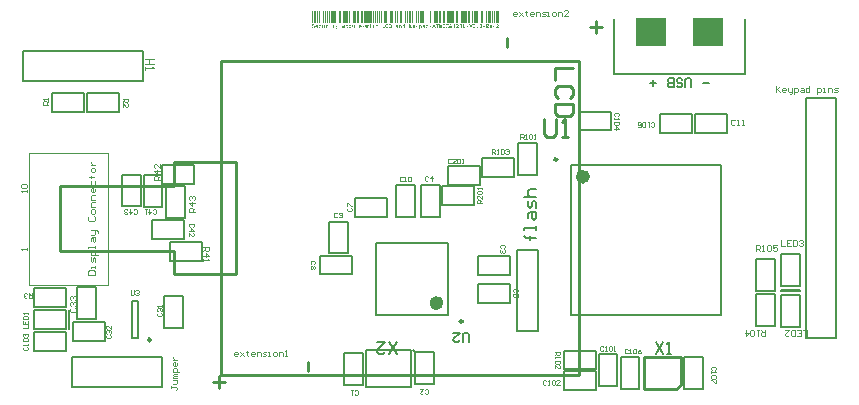
<source format=gto>
G04 Layer_Color=65535*
%FSAX44Y44*%
%MOMM*%
G71*
G01*
G75*
%ADD22C,0.2000*%
%ADD35C,0.6000*%
%ADD36C,0.2500*%
%ADD37C,0.2540*%
%ADD38C,0.1800*%
%ADD39C,0.1000*%
%ADD40C,0.1524*%
%ADD41C,0.1500*%
%ADD42C,0.0800*%
%ADD43C,0.0700*%
%ADD44R,2.6000X2.3500*%
G36*
X00783487Y01067197D02*
X00783287D01*
Y01077197D01*
X00783487D01*
Y01067197D01*
D02*
G37*
G36*
X00782887D02*
X00782487D01*
Y01077197D01*
X00782887D01*
Y01067197D01*
D02*
G37*
G36*
X00784887D02*
X00784487D01*
Y01077197D01*
X00784887D01*
Y01067197D01*
D02*
G37*
G36*
X00784287D02*
X00783687D01*
Y01077197D01*
X00784287D01*
Y01067197D01*
D02*
G37*
G36*
X00780887D02*
X00780087D01*
Y01077197D01*
X00780887D01*
Y01067197D01*
D02*
G37*
G36*
X00779887D02*
X00779687D01*
Y01077197D01*
X00779887D01*
Y01067197D01*
D02*
G37*
G36*
X00782087D02*
X00781687D01*
Y01077197D01*
X00782087D01*
Y01067197D01*
D02*
G37*
G36*
X00781487D02*
X00781087D01*
Y01077197D01*
X00781487D01*
Y01067197D01*
D02*
G37*
G36*
X00789687D02*
X00789487D01*
Y01077197D01*
X00789687D01*
Y01067197D01*
D02*
G37*
G36*
X00789287D02*
X00788487D01*
Y01077197D01*
X00789287D01*
Y01067197D01*
D02*
G37*
G36*
X00791087D02*
X00790887D01*
Y01077197D01*
X00791087D01*
Y01067197D01*
D02*
G37*
G36*
X00790087D02*
X00789887D01*
Y01077197D01*
X00790087D01*
Y01067197D01*
D02*
G37*
G36*
X00786687D02*
X00785887D01*
Y01077197D01*
X00786687D01*
Y01067197D01*
D02*
G37*
G36*
X00785687D02*
X00785487D01*
Y01077197D01*
X00785687D01*
Y01067197D01*
D02*
G37*
G36*
X00787887D02*
X00787687D01*
Y01077197D01*
X00787887D01*
Y01067197D01*
D02*
G37*
G36*
X00787487D02*
X00786887D01*
Y01077197D01*
X00787487D01*
Y01067197D01*
D02*
G37*
G36*
X00779487D02*
X00778887D01*
Y01077197D01*
X00779487D01*
Y01067197D01*
D02*
G37*
G36*
X00770887D02*
X00770687D01*
Y01077197D01*
X00770887D01*
Y01067197D01*
D02*
G37*
G36*
X00770287D02*
X00770087D01*
Y01077197D01*
X00770287D01*
Y01067197D01*
D02*
G37*
G36*
X00772487D02*
X00772287D01*
Y01077197D01*
X00772487D01*
Y01067197D01*
D02*
G37*
G36*
X00772087D02*
X00771287D01*
Y01077197D01*
X00772087D01*
Y01067197D01*
D02*
G37*
G36*
X00768087D02*
X00767887D01*
Y01077197D01*
X00768087D01*
Y01067197D01*
D02*
G37*
G36*
X00767487D02*
X00767087D01*
Y01077197D01*
X00767487D01*
Y01067197D01*
D02*
G37*
G36*
X00769887D02*
X00769687D01*
Y01077197D01*
X00769887D01*
Y01067197D01*
D02*
G37*
G36*
X00769287D02*
X00768487D01*
Y01077197D01*
X00769287D01*
Y01067197D01*
D02*
G37*
G36*
X00777087D02*
X00776687D01*
Y01077197D01*
X00777087D01*
Y01067197D01*
D02*
G37*
G36*
X00776287D02*
X00776087D01*
Y01077197D01*
X00776287D01*
Y01067197D01*
D02*
G37*
G36*
X00778687D02*
X00777887D01*
Y01077197D01*
X00778687D01*
Y01067197D01*
D02*
G37*
G36*
X00777687D02*
X00777287D01*
Y01077197D01*
X00777687D01*
Y01067197D01*
D02*
G37*
G36*
X00774087D02*
X00773887D01*
Y01077197D01*
X00774087D01*
Y01067197D01*
D02*
G37*
G36*
X00773687D02*
X00773287D01*
Y01077197D01*
X00773687D01*
Y01067197D01*
D02*
G37*
G36*
X00775887D02*
X00775087D01*
Y01077197D01*
X00775887D01*
Y01067197D01*
D02*
G37*
G36*
X00774687D02*
X00774487D01*
Y01077197D01*
X00774687D01*
Y01067197D01*
D02*
G37*
G36*
X00791887D02*
X00791487D01*
Y01077197D01*
X00791887D01*
Y01067197D01*
D02*
G37*
G36*
X00808887D02*
X00808487D01*
Y01077197D01*
X00808887D01*
Y01067197D01*
D02*
G37*
G36*
X00807687D02*
X00807487D01*
Y01077197D01*
X00807687D01*
Y01067197D01*
D02*
G37*
G36*
X00809887D02*
X00809687D01*
Y01077197D01*
X00809887D01*
Y01067197D01*
D02*
G37*
G36*
X00809287D02*
X00809087D01*
Y01077197D01*
X00809287D01*
Y01067197D01*
D02*
G37*
G36*
X00806087D02*
X00805287D01*
Y01077197D01*
X00806087D01*
Y01067197D01*
D02*
G37*
G36*
X00805087D02*
X00804487D01*
Y01077197D01*
X00805087D01*
Y01067197D01*
D02*
G37*
G36*
X00807087D02*
X00806887D01*
Y01077197D01*
X00807087D01*
Y01067197D01*
D02*
G37*
G36*
X00806687D02*
X00806487D01*
Y01077197D01*
X00806687D01*
Y01067197D01*
D02*
G37*
G36*
X00814687D02*
X00814087D01*
Y01077197D01*
X00814687D01*
Y01067197D01*
D02*
G37*
G36*
X00813887D02*
X00813687D01*
Y01077197D01*
X00813887D01*
Y01067197D01*
D02*
G37*
G36*
X00816087D02*
X00815287D01*
Y01077197D01*
X00816087D01*
Y01067197D01*
D02*
G37*
G36*
X00815087D02*
X00814887D01*
Y01077197D01*
X00815087D01*
Y01067197D01*
D02*
G37*
G36*
X00811487D02*
X00811287D01*
Y01077197D01*
X00811487D01*
Y01067197D01*
D02*
G37*
G36*
X00811087D02*
X00810287D01*
Y01077197D01*
X00811087D01*
Y01067197D01*
D02*
G37*
G36*
X00812887D02*
X00812487D01*
Y01077197D01*
X00812887D01*
Y01067197D01*
D02*
G37*
G36*
X00812087D02*
X00811887D01*
Y01077197D01*
X00812087D01*
Y01067197D01*
D02*
G37*
G36*
X00804287D02*
X00803487D01*
Y01077197D01*
X00804287D01*
Y01067197D01*
D02*
G37*
G36*
X00795687D02*
X00795487D01*
Y01077197D01*
X00795687D01*
Y01067197D01*
D02*
G37*
G36*
X00795287D02*
X00795087D01*
Y01077197D01*
X00795287D01*
Y01067197D01*
D02*
G37*
G36*
X00797287D02*
X00796887D01*
Y01077197D01*
X00797287D01*
Y01067197D01*
D02*
G37*
G36*
X00796687D02*
X00796487D01*
Y01077197D01*
X00796687D01*
Y01067197D01*
D02*
G37*
G36*
X00793487D02*
X00792687D01*
Y01077197D01*
X00793487D01*
Y01067197D01*
D02*
G37*
G36*
X00792287D02*
X00792087D01*
Y01077197D01*
X00792287D01*
Y01067197D01*
D02*
G37*
G36*
X00794687D02*
X00794287D01*
Y01077197D01*
X00794687D01*
Y01067197D01*
D02*
G37*
G36*
X00794087D02*
X00793887D01*
Y01077197D01*
X00794087D01*
Y01067197D01*
D02*
G37*
G36*
X00801887D02*
X00801487D01*
Y01077197D01*
X00801887D01*
Y01067197D01*
D02*
G37*
G36*
X00801087D02*
X00800887D01*
Y01077197D01*
X00801087D01*
Y01067197D01*
D02*
G37*
G36*
X00803287D02*
X00803087D01*
Y01077197D01*
X00803287D01*
Y01067197D01*
D02*
G37*
G36*
X00802687D02*
X00802087D01*
Y01077197D01*
X00802687D01*
Y01067197D01*
D02*
G37*
G36*
X00799287D02*
X00798687D01*
Y01077197D01*
X00799287D01*
Y01067197D01*
D02*
G37*
G36*
X00797887D02*
X00797687D01*
Y01077197D01*
X00797887D01*
Y01067197D01*
D02*
G37*
G36*
X00800687D02*
X00799887D01*
Y01077197D01*
X00800687D01*
Y01067197D01*
D02*
G37*
G36*
X00799687D02*
X00799487D01*
Y01077197D01*
X00799687D01*
Y01067197D01*
D02*
G37*
G36*
X00766887D02*
X00766687D01*
Y01077197D01*
X00766887D01*
Y01067197D01*
D02*
G37*
G36*
X00880318Y01066212D02*
X00880356Y01066209D01*
X00880401Y01066202D01*
X00880453Y01066195D01*
X00880505Y01066184D01*
X00880563Y01066171D01*
X00880622Y01066153D01*
X00880684Y01066133D01*
X00880743Y01066108D01*
X00880805Y01066077D01*
X00880864Y01066043D01*
X00880919Y01066005D01*
X00880971Y01065960D01*
X00880975Y01065956D01*
X00880981Y01065949D01*
X00880995Y01065932D01*
X00881012Y01065915D01*
X00881033Y01065891D01*
X00881057Y01065860D01*
X00881082Y01065825D01*
X00881106Y01065784D01*
X00881130Y01065742D01*
X00881154Y01065694D01*
X00881178Y01065642D01*
X00881199Y01065587D01*
X00881216Y01065525D01*
X00881230Y01065462D01*
X00881237Y01065397D01*
X00881240Y01065328D01*
Y01065324D01*
Y01065321D01*
Y01065310D01*
Y01065297D01*
X00881237Y01065259D01*
X00881230Y01065210D01*
X00881220Y01065152D01*
X00881206Y01065089D01*
X00881189Y01065020D01*
X00881161Y01064951D01*
Y01064948D01*
X00881158Y01064944D01*
X00881154Y01064934D01*
X00881147Y01064920D01*
X00881126Y01064882D01*
X00881099Y01064834D01*
X00881061Y01064775D01*
X00881016Y01064709D01*
X00880964Y01064640D01*
X00880899Y01064564D01*
X00880895Y01064561D01*
X00880892Y01064554D01*
X00880878Y01064544D01*
X00880864Y01064526D01*
X00880843Y01064506D01*
X00880819Y01064481D01*
X00880791Y01064450D01*
X00880757Y01064419D01*
X00880715Y01064381D01*
X00880670Y01064340D01*
X00880622Y01064291D01*
X00880567Y01064243D01*
X00880508Y01064188D01*
X00880443Y01064133D01*
X00880370Y01064070D01*
X00880294Y01064005D01*
X00880291Y01064001D01*
X00880280Y01063991D01*
X00880259Y01063977D01*
X00880239Y01063956D01*
X00880208Y01063932D01*
X00880176Y01063904D01*
X00880104Y01063842D01*
X00880028Y01063777D01*
X00879955Y01063708D01*
X00879921Y01063677D01*
X00879890Y01063649D01*
X00879862Y01063621D01*
X00879841Y01063600D01*
X00879838Y01063597D01*
X00879824Y01063583D01*
X00879807Y01063562D01*
X00879783Y01063535D01*
X00879755Y01063504D01*
X00879727Y01063469D01*
X00879672Y01063393D01*
X00881244D01*
Y01063017D01*
X00879133D01*
Y01063024D01*
Y01063041D01*
Y01063068D01*
X00879137Y01063103D01*
X00879140Y01063145D01*
X00879151Y01063189D01*
X00879161Y01063238D01*
X00879178Y01063286D01*
Y01063290D01*
X00879182Y01063297D01*
X00879185Y01063307D01*
X00879192Y01063324D01*
X00879202Y01063341D01*
X00879213Y01063366D01*
X00879240Y01063421D01*
X00879275Y01063486D01*
X00879320Y01063559D01*
X00879372Y01063635D01*
X00879434Y01063711D01*
X00879437Y01063715D01*
X00879441Y01063721D01*
X00879451Y01063732D01*
X00879468Y01063749D01*
X00879486Y01063766D01*
X00879510Y01063791D01*
X00879534Y01063818D01*
X00879565Y01063849D01*
X00879600Y01063884D01*
X00879638Y01063918D01*
X00879679Y01063960D01*
X00879727Y01064001D01*
X00879776Y01064046D01*
X00879831Y01064091D01*
X00879886Y01064139D01*
X00879949Y01064191D01*
X00879955Y01064195D01*
X00879973Y01064212D01*
X00879997Y01064233D01*
X00880031Y01064264D01*
X00880073Y01064298D01*
X00880121Y01064340D01*
X00880176Y01064385D01*
X00880232Y01064436D01*
X00880349Y01064544D01*
X00880463Y01064658D01*
X00880518Y01064713D01*
X00880570Y01064768D01*
X00880615Y01064820D01*
X00880653Y01064868D01*
X00880657Y01064872D01*
X00880660Y01064879D01*
X00880670Y01064893D01*
X00880681Y01064910D01*
X00880698Y01064934D01*
X00880712Y01064958D01*
X00880747Y01065020D01*
X00880781Y01065093D01*
X00880812Y01065172D01*
X00880833Y01065255D01*
X00880836Y01065297D01*
X00880840Y01065338D01*
Y01065341D01*
Y01065348D01*
Y01065362D01*
X00880836Y01065376D01*
Y01065397D01*
X00880829Y01065421D01*
X00880819Y01065473D01*
X00880798Y01065535D01*
X00880767Y01065601D01*
X00880750Y01065635D01*
X00880726Y01065666D01*
X00880702Y01065697D01*
X00880670Y01065728D01*
X00880667Y01065732D01*
X00880664Y01065735D01*
X00880653Y01065742D01*
X00880639Y01065753D01*
X00880622Y01065766D01*
X00880601Y01065780D01*
X00880553Y01065811D01*
X00880487Y01065839D01*
X00880415Y01065867D01*
X00880329Y01065884D01*
X00880280Y01065891D01*
X00880204D01*
X00880183Y01065887D01*
X00880159D01*
X00880132Y01065880D01*
X00880069Y01065870D01*
X00879997Y01065849D01*
X00879921Y01065818D01*
X00879883Y01065798D01*
X00879845Y01065777D01*
X00879810Y01065749D01*
X00879776Y01065718D01*
X00879772Y01065715D01*
X00879769Y01065711D01*
X00879762Y01065701D01*
X00879748Y01065687D01*
X00879738Y01065670D01*
X00879724Y01065649D01*
X00879707Y01065625D01*
X00879693Y01065597D01*
X00879676Y01065566D01*
X00879662Y01065531D01*
X00879634Y01065449D01*
X00879613Y01065359D01*
X00879610Y01065307D01*
X00879606Y01065252D01*
X00879206Y01065293D01*
Y01065300D01*
X00879209Y01065314D01*
X00879213Y01065335D01*
X00879216Y01065366D01*
X00879223Y01065404D01*
X00879233Y01065449D01*
X00879244Y01065497D01*
X00879261Y01065549D01*
X00879278Y01065601D01*
X00879299Y01065659D01*
X00879327Y01065715D01*
X00879354Y01065770D01*
X00879389Y01065829D01*
X00879427Y01065880D01*
X00879468Y01065932D01*
X00879517Y01065977D01*
X00879520Y01065981D01*
X00879530Y01065987D01*
X00879544Y01065998D01*
X00879565Y01066015D01*
X00879593Y01066032D01*
X00879627Y01066053D01*
X00879665Y01066074D01*
X00879710Y01066098D01*
X00879759Y01066119D01*
X00879814Y01066140D01*
X00879873Y01066160D01*
X00879938Y01066178D01*
X00880007Y01066195D01*
X00880080Y01066205D01*
X00880159Y01066212D01*
X00880242Y01066216D01*
X00880287D01*
X00880318Y01066212D01*
D02*
G37*
G36*
X00877824Y01063017D02*
X00877434D01*
Y01065507D01*
X00877427Y01065500D01*
X00877410Y01065483D01*
X00877379Y01065459D01*
X00877334Y01065424D01*
X00877282Y01065383D01*
X00877216Y01065338D01*
X00877144Y01065290D01*
X00877061Y01065238D01*
X00877058D01*
X00877051Y01065231D01*
X00877040Y01065224D01*
X00877023Y01065217D01*
X00877002Y01065203D01*
X00876978Y01065193D01*
X00876923Y01065162D01*
X00876861Y01065131D01*
X00876792Y01065096D01*
X00876719Y01065065D01*
X00876650Y01065038D01*
Y01065414D01*
X00876653Y01065417D01*
X00876664Y01065421D01*
X00876681Y01065431D01*
X00876705Y01065442D01*
X00876733Y01065455D01*
X00876767Y01065476D01*
X00876805Y01065497D01*
X00876843Y01065518D01*
X00876933Y01065573D01*
X00877030Y01065639D01*
X00877130Y01065708D01*
X00877223Y01065787D01*
X00877227Y01065791D01*
X00877234Y01065798D01*
X00877247Y01065808D01*
X00877265Y01065825D01*
X00877282Y01065846D01*
X00877306Y01065867D01*
X00877358Y01065925D01*
X00877417Y01065987D01*
X00877476Y01066060D01*
X00877527Y01066136D01*
X00877572Y01066216D01*
X00877824D01*
Y01063017D01*
D02*
G37*
G36*
X00897486D02*
X00897040D01*
Y01063462D01*
X00897486D01*
Y01063017D01*
D02*
G37*
G36*
X00885420Y01063393D02*
X00886991D01*
Y01063017D01*
X00884998D01*
Y01066205D01*
X00885420D01*
Y01063393D01*
D02*
G37*
G36*
X00864492Y01065829D02*
X00863442D01*
Y01063017D01*
X00863021D01*
Y01065829D01*
X00861971D01*
Y01066205D01*
X00864492D01*
Y01065829D01*
D02*
G37*
G36*
X00861883Y01063017D02*
X00861403D01*
X00861033Y01063980D01*
X00859693D01*
X00859347Y01063017D01*
X00858902D01*
X00860121Y01066205D01*
X00860577D01*
X00861883Y01063017D01*
D02*
G37*
G36*
X00876061D02*
X00875581D01*
X00875211Y01063980D01*
X00873871D01*
X00873526Y01063017D01*
X00873080D01*
X00874300Y01066205D01*
X00874756D01*
X00876061Y01063017D01*
D02*
G37*
G36*
X00870072Y01065829D02*
X00868186D01*
Y01064855D01*
X00869951D01*
Y01064478D01*
X00868186D01*
Y01063393D01*
X00870145D01*
Y01063017D01*
X00867765D01*
Y01066205D01*
X00870072D01*
Y01065829D01*
D02*
G37*
G36*
X00778350Y01062979D02*
Y01062975D01*
X00778343Y01062962D01*
X00778336Y01062944D01*
X00778326Y01062916D01*
X00778316Y01062886D01*
X00778302Y01062851D01*
X00778285Y01062813D01*
X00778271Y01062772D01*
X00778233Y01062685D01*
X00778198Y01062599D01*
X00778177Y01062557D01*
X00778160Y01062519D01*
X00778146Y01062485D01*
X00778129Y01062457D01*
Y01062454D01*
X00778126Y01062450D01*
X00778119Y01062440D01*
X00778112Y01062426D01*
X00778088Y01062392D01*
X00778060Y01062350D01*
X00778025Y01062302D01*
X00777984Y01062257D01*
X00777939Y01062212D01*
X00777891Y01062174D01*
X00777884Y01062170D01*
X00777867Y01062160D01*
X00777839Y01062143D01*
X00777801Y01062129D01*
X00777753Y01062112D01*
X00777697Y01062094D01*
X00777639Y01062084D01*
X00777570Y01062081D01*
X00777549D01*
X00777525Y01062084D01*
X00777497Y01062087D01*
X00777459Y01062091D01*
X00777414Y01062101D01*
X00777369Y01062112D01*
X00777317Y01062129D01*
X00777272Y01062495D01*
X00777279D01*
X00777293Y01062488D01*
X00777317Y01062485D01*
X00777348Y01062478D01*
X00777383Y01062471D01*
X00777421Y01062464D01*
X00777459Y01062461D01*
X00777494Y01062457D01*
X00777514D01*
X00777538Y01062461D01*
X00777570Y01062464D01*
X00777601Y01062467D01*
X00777635Y01062478D01*
X00777670Y01062488D01*
X00777701Y01062502D01*
X00777704Y01062505D01*
X00777714Y01062509D01*
X00777728Y01062519D01*
X00777746Y01062533D01*
X00777766Y01062550D01*
X00777791Y01062571D01*
X00777832Y01062623D01*
X00777835Y01062626D01*
X00777839Y01062637D01*
X00777849Y01062654D01*
X00777860Y01062682D01*
X00777877Y01062720D01*
X00777898Y01062772D01*
X00777908Y01062803D01*
X00777922Y01062837D01*
X00777936Y01062875D01*
X00777949Y01062916D01*
X00777953Y01062924D01*
X00777960Y01062941D01*
X00777970Y01062972D01*
X00777987Y01063013D01*
X00777113Y01065328D01*
X00777528D01*
X00778008Y01063987D01*
Y01063984D01*
X00778012Y01063977D01*
X00778018Y01063963D01*
X00778025Y01063942D01*
X00778032Y01063918D01*
X00778043Y01063891D01*
X00778053Y01063860D01*
X00778067Y01063825D01*
X00778091Y01063746D01*
X00778122Y01063652D01*
X00778150Y01063556D01*
X00778177Y01063452D01*
Y01063455D01*
X00778181Y01063466D01*
X00778184Y01063480D01*
X00778191Y01063497D01*
X00778195Y01063521D01*
X00778205Y01063552D01*
X00778212Y01063583D01*
X00778222Y01063618D01*
X00778247Y01063697D01*
X00778274Y01063787D01*
X00778305Y01063880D01*
X00778340Y01063977D01*
X00778837Y01065328D01*
X00779228D01*
X00778350Y01062979D01*
D02*
G37*
G36*
X00891787Y01063017D02*
X00891352D01*
X00890115Y01066205D01*
X00890575D01*
X00891404Y01063887D01*
Y01063884D01*
X00891407Y01063873D01*
X00891414Y01063860D01*
X00891421Y01063839D01*
X00891428Y01063815D01*
X00891438Y01063787D01*
X00891449Y01063756D01*
X00891462Y01063718D01*
X00891487Y01063639D01*
X00891514Y01063552D01*
X00891542Y01063459D01*
X00891569Y01063366D01*
Y01063369D01*
X00891573Y01063376D01*
X00891576Y01063393D01*
X00891583Y01063410D01*
X00891590Y01063435D01*
X00891597Y01063462D01*
X00891607Y01063493D01*
X00891618Y01063528D01*
X00891642Y01063607D01*
X00891673Y01063697D01*
X00891708Y01063791D01*
X00891742Y01063887D01*
X00892602Y01066205D01*
X00893031D01*
X00891787Y01063017D01*
D02*
G37*
G36*
X00785346D02*
X00784939D01*
Y01065687D01*
X00784006Y01063017D01*
X00783626D01*
X00782707Y01065732D01*
Y01063017D01*
X00782300D01*
Y01066205D01*
X00782932D01*
X00783688Y01063946D01*
Y01063942D01*
X00783692Y01063932D01*
X00783699Y01063915D01*
X00783706Y01063894D01*
X00783712Y01063870D01*
X00783723Y01063839D01*
X00783747Y01063770D01*
X00783771Y01063694D01*
X00783795Y01063614D01*
X00783820Y01063542D01*
X00783830Y01063507D01*
X00783840Y01063476D01*
Y01063480D01*
X00783844Y01063483D01*
X00783847Y01063493D01*
X00783851Y01063507D01*
X00783857Y01063528D01*
X00783864Y01063549D01*
X00783871Y01063576D01*
X00783882Y01063604D01*
X00783892Y01063639D01*
X00783906Y01063677D01*
X00783920Y01063718D01*
X00783933Y01063766D01*
X00783951Y01063815D01*
X00783968Y01063870D01*
X00783989Y01063925D01*
X00784009Y01063987D01*
X00784776Y01066205D01*
X00785346D01*
Y01063017D01*
D02*
G37*
G36*
X00846407Y01062979D02*
Y01062975D01*
X00846400Y01062962D01*
X00846393Y01062944D01*
X00846383Y01062916D01*
X00846373Y01062886D01*
X00846359Y01062851D01*
X00846341Y01062813D01*
X00846328Y01062772D01*
X00846290Y01062685D01*
X00846255Y01062599D01*
X00846234Y01062557D01*
X00846217Y01062519D01*
X00846203Y01062485D01*
X00846186Y01062457D01*
Y01062454D01*
X00846183Y01062450D01*
X00846176Y01062440D01*
X00846169Y01062426D01*
X00846145Y01062392D01*
X00846117Y01062350D01*
X00846082Y01062302D01*
X00846041Y01062257D01*
X00845996Y01062212D01*
X00845948Y01062174D01*
X00845941Y01062170D01*
X00845923Y01062160D01*
X00845896Y01062143D01*
X00845858Y01062129D01*
X00845809Y01062112D01*
X00845754Y01062094D01*
X00845695Y01062084D01*
X00845626Y01062081D01*
X00845606D01*
X00845582Y01062084D01*
X00845554Y01062087D01*
X00845516Y01062091D01*
X00845471Y01062101D01*
X00845426Y01062112D01*
X00845374Y01062129D01*
X00845329Y01062495D01*
X00845336D01*
X00845350Y01062488D01*
X00845374Y01062485D01*
X00845405Y01062478D01*
X00845440Y01062471D01*
X00845478Y01062464D01*
X00845516Y01062461D01*
X00845550Y01062457D01*
X00845571D01*
X00845595Y01062461D01*
X00845626Y01062464D01*
X00845658Y01062467D01*
X00845692Y01062478D01*
X00845727Y01062488D01*
X00845758Y01062502D01*
X00845761Y01062505D01*
X00845771Y01062509D01*
X00845785Y01062519D01*
X00845803Y01062533D01*
X00845823Y01062550D01*
X00845847Y01062571D01*
X00845889Y01062623D01*
X00845892Y01062626D01*
X00845896Y01062637D01*
X00845906Y01062654D01*
X00845917Y01062682D01*
X00845934Y01062720D01*
X00845955Y01062772D01*
X00845965Y01062803D01*
X00845979Y01062837D01*
X00845993Y01062875D01*
X00846006Y01062916D01*
X00846010Y01062924D01*
X00846017Y01062941D01*
X00846027Y01062972D01*
X00846044Y01063013D01*
X00845170Y01065328D01*
X00845585D01*
X00846065Y01063987D01*
Y01063984D01*
X00846069Y01063977D01*
X00846076Y01063963D01*
X00846082Y01063942D01*
X00846089Y01063918D01*
X00846100Y01063891D01*
X00846110Y01063860D01*
X00846124Y01063825D01*
X00846148Y01063746D01*
X00846179Y01063652D01*
X00846207Y01063556D01*
X00846234Y01063452D01*
Y01063455D01*
X00846238Y01063466D01*
X00846241Y01063480D01*
X00846248Y01063497D01*
X00846252Y01063521D01*
X00846262Y01063552D01*
X00846269Y01063583D01*
X00846279Y01063618D01*
X00846303Y01063697D01*
X00846331Y01063787D01*
X00846362Y01063880D01*
X00846397Y01063977D01*
X00846894Y01065328D01*
X00847284D01*
X00846407Y01062979D01*
D02*
G37*
G36*
X00914347Y01066212D02*
X00914385Y01066209D01*
X00914429Y01066202D01*
X00914481Y01066195D01*
X00914533Y01066184D01*
X00914592Y01066171D01*
X00914651Y01066153D01*
X00914713Y01066133D01*
X00914771Y01066108D01*
X00914834Y01066077D01*
X00914892Y01066043D01*
X00914948Y01066005D01*
X00914999Y01065960D01*
X00915003Y01065956D01*
X00915010Y01065949D01*
X00915024Y01065932D01*
X00915041Y01065915D01*
X00915062Y01065891D01*
X00915086Y01065860D01*
X00915110Y01065825D01*
X00915134Y01065784D01*
X00915158Y01065742D01*
X00915183Y01065694D01*
X00915207Y01065642D01*
X00915228Y01065587D01*
X00915245Y01065525D01*
X00915259Y01065462D01*
X00915266Y01065397D01*
X00915269Y01065328D01*
Y01065324D01*
Y01065321D01*
Y01065310D01*
Y01065297D01*
X00915266Y01065259D01*
X00915259Y01065210D01*
X00915248Y01065152D01*
X00915234Y01065089D01*
X00915217Y01065020D01*
X00915190Y01064951D01*
Y01064948D01*
X00915186Y01064944D01*
X00915183Y01064934D01*
X00915176Y01064920D01*
X00915155Y01064882D01*
X00915127Y01064834D01*
X00915089Y01064775D01*
X00915044Y01064709D01*
X00914993Y01064640D01*
X00914927Y01064564D01*
X00914923Y01064561D01*
X00914920Y01064554D01*
X00914906Y01064544D01*
X00914892Y01064526D01*
X00914872Y01064506D01*
X00914847Y01064481D01*
X00914820Y01064450D01*
X00914785Y01064419D01*
X00914744Y01064381D01*
X00914699Y01064340D01*
X00914651Y01064291D01*
X00914595Y01064243D01*
X00914537Y01064188D01*
X00914471Y01064133D01*
X00914398Y01064070D01*
X00914323Y01064005D01*
X00914319Y01064001D01*
X00914309Y01063991D01*
X00914288Y01063977D01*
X00914267Y01063956D01*
X00914236Y01063932D01*
X00914205Y01063904D01*
X00914133Y01063842D01*
X00914056Y01063777D01*
X00913984Y01063708D01*
X00913949Y01063677D01*
X00913918Y01063649D01*
X00913891Y01063621D01*
X00913870Y01063600D01*
X00913867Y01063597D01*
X00913853Y01063583D01*
X00913835Y01063562D01*
X00913811Y01063535D01*
X00913784Y01063504D01*
X00913756Y01063469D01*
X00913701Y01063393D01*
X00915272D01*
Y01063017D01*
X00913162D01*
Y01063024D01*
Y01063041D01*
Y01063068D01*
X00913165Y01063103D01*
X00913169Y01063145D01*
X00913179Y01063189D01*
X00913189Y01063238D01*
X00913207Y01063286D01*
Y01063290D01*
X00913210Y01063297D01*
X00913214Y01063307D01*
X00913221Y01063324D01*
X00913231Y01063341D01*
X00913241Y01063366D01*
X00913269Y01063421D01*
X00913303Y01063486D01*
X00913348Y01063559D01*
X00913400Y01063635D01*
X00913462Y01063711D01*
X00913466Y01063715D01*
X00913469Y01063721D01*
X00913480Y01063732D01*
X00913497Y01063749D01*
X00913514Y01063766D01*
X00913538Y01063791D01*
X00913562Y01063818D01*
X00913594Y01063849D01*
X00913628Y01063884D01*
X00913666Y01063918D01*
X00913708Y01063960D01*
X00913756Y01064001D01*
X00913804Y01064046D01*
X00913860Y01064091D01*
X00913915Y01064139D01*
X00913977Y01064191D01*
X00913984Y01064195D01*
X00914001Y01064212D01*
X00914025Y01064233D01*
X00914060Y01064264D01*
X00914101Y01064298D01*
X00914150Y01064340D01*
X00914205Y01064385D01*
X00914260Y01064436D01*
X00914378Y01064544D01*
X00914492Y01064658D01*
X00914547Y01064713D01*
X00914599Y01064768D01*
X00914644Y01064820D01*
X00914682Y01064868D01*
X00914685Y01064872D01*
X00914689Y01064879D01*
X00914699Y01064893D01*
X00914709Y01064910D01*
X00914727Y01064934D01*
X00914740Y01064958D01*
X00914775Y01065020D01*
X00914809Y01065093D01*
X00914841Y01065172D01*
X00914861Y01065255D01*
X00914865Y01065297D01*
X00914868Y01065338D01*
Y01065341D01*
Y01065348D01*
Y01065362D01*
X00914865Y01065376D01*
Y01065397D01*
X00914858Y01065421D01*
X00914847Y01065473D01*
X00914827Y01065535D01*
X00914796Y01065601D01*
X00914778Y01065635D01*
X00914754Y01065666D01*
X00914730Y01065697D01*
X00914699Y01065728D01*
X00914696Y01065732D01*
X00914692Y01065735D01*
X00914682Y01065742D01*
X00914668Y01065753D01*
X00914651Y01065766D01*
X00914630Y01065780D01*
X00914582Y01065811D01*
X00914516Y01065839D01*
X00914443Y01065867D01*
X00914357Y01065884D01*
X00914309Y01065891D01*
X00914233D01*
X00914212Y01065887D01*
X00914188D01*
X00914160Y01065880D01*
X00914098Y01065870D01*
X00914025Y01065849D01*
X00913949Y01065818D01*
X00913911Y01065798D01*
X00913873Y01065777D01*
X00913839Y01065749D01*
X00913804Y01065718D01*
X00913801Y01065715D01*
X00913797Y01065711D01*
X00913791Y01065701D01*
X00913777Y01065687D01*
X00913766Y01065670D01*
X00913753Y01065649D01*
X00913735Y01065625D01*
X00913721Y01065597D01*
X00913704Y01065566D01*
X00913690Y01065531D01*
X00913663Y01065449D01*
X00913642Y01065359D01*
X00913639Y01065307D01*
X00913635Y01065252D01*
X00913234Y01065293D01*
Y01065300D01*
X00913238Y01065314D01*
X00913241Y01065335D01*
X00913245Y01065366D01*
X00913252Y01065404D01*
X00913262Y01065449D01*
X00913272Y01065497D01*
X00913290Y01065549D01*
X00913307Y01065601D01*
X00913328Y01065659D01*
X00913355Y01065715D01*
X00913383Y01065770D01*
X00913417Y01065829D01*
X00913455Y01065880D01*
X00913497Y01065932D01*
X00913545Y01065977D01*
X00913549Y01065981D01*
X00913559Y01065987D01*
X00913573Y01065998D01*
X00913594Y01066015D01*
X00913621Y01066032D01*
X00913656Y01066053D01*
X00913694Y01066074D01*
X00913739Y01066098D01*
X00913787Y01066119D01*
X00913842Y01066140D01*
X00913901Y01066160D01*
X00913967Y01066178D01*
X00914036Y01066195D01*
X00914108Y01066205D01*
X00914188Y01066212D01*
X00914271Y01066216D01*
X00914315D01*
X00914347Y01066212D01*
D02*
G37*
G36*
X00906023Y01066202D02*
X00906061D01*
X00906105Y01066198D01*
X00906157Y01066195D01*
X00906261Y01066184D01*
X00906368Y01066167D01*
X00906472Y01066146D01*
X00906517Y01066133D01*
X00906562Y01066119D01*
X00906565D01*
X00906572Y01066115D01*
X00906582Y01066108D01*
X00906600Y01066102D01*
X00906641Y01066081D01*
X00906689Y01066050D01*
X00906748Y01066008D01*
X00906807Y01065953D01*
X00906865Y01065891D01*
X00906917Y01065815D01*
Y01065811D01*
X00906924Y01065804D01*
X00906931Y01065794D01*
X00906938Y01065777D01*
X00906948Y01065756D01*
X00906959Y01065732D01*
X00906973Y01065704D01*
X00906986Y01065673D01*
X00907011Y01065601D01*
X00907031Y01065521D01*
X00907045Y01065431D01*
X00907052Y01065335D01*
Y01065331D01*
Y01065321D01*
Y01065300D01*
X00907049Y01065279D01*
X00907045Y01065248D01*
X00907042Y01065214D01*
X00907035Y01065176D01*
X00907024Y01065134D01*
X00906997Y01065044D01*
X00906980Y01064996D01*
X00906959Y01064948D01*
X00906935Y01064899D01*
X00906904Y01064851D01*
X00906869Y01064806D01*
X00906831Y01064761D01*
X00906827Y01064758D01*
X00906821Y01064751D01*
X00906807Y01064741D01*
X00906789Y01064723D01*
X00906765Y01064706D01*
X00906738Y01064685D01*
X00906703Y01064661D01*
X00906662Y01064637D01*
X00906617Y01064613D01*
X00906568Y01064588D01*
X00906513Y01064564D01*
X00906451Y01064540D01*
X00906385Y01064519D01*
X00906313Y01064499D01*
X00906233Y01064481D01*
X00906150Y01064468D01*
X00906154D01*
X00906157Y01064464D01*
X00906178Y01064454D01*
X00906209Y01064436D01*
X00906247Y01064416D01*
X00906289Y01064392D01*
X00906330Y01064367D01*
X00906372Y01064336D01*
X00906406Y01064309D01*
X00906410Y01064305D01*
X00906413Y01064302D01*
X00906423Y01064291D01*
X00906437Y01064278D01*
X00906454Y01064260D01*
X00906475Y01064240D01*
X00906520Y01064191D01*
X00906572Y01064129D01*
X00906631Y01064056D01*
X00906693Y01063974D01*
X00906755Y01063884D01*
X00907308Y01063017D01*
X00906779D01*
X00906358Y01063680D01*
X00906354Y01063683D01*
X00906351Y01063694D01*
X00906340Y01063708D01*
X00906327Y01063728D01*
X00906313Y01063753D01*
X00906292Y01063780D01*
X00906251Y01063842D01*
X00906202Y01063915D01*
X00906154Y01063987D01*
X00906102Y01064056D01*
X00906054Y01064119D01*
Y01064122D01*
X00906047Y01064126D01*
X00906033Y01064143D01*
X00906012Y01064171D01*
X00905981Y01064202D01*
X00905950Y01064236D01*
X00905912Y01064271D01*
X00905874Y01064305D01*
X00905839Y01064329D01*
X00905836Y01064333D01*
X00905822Y01064340D01*
X00905805Y01064350D01*
X00905781Y01064364D01*
X00905750Y01064378D01*
X00905719Y01064392D01*
X00905684Y01064405D01*
X00905646Y01064416D01*
X00905643D01*
X00905632Y01064419D01*
X00905615Y01064423D01*
X00905591Y01064426D01*
X00905556D01*
X00905515Y01064430D01*
X00905466Y01064433D01*
X00904924D01*
Y01063017D01*
X00904503D01*
Y01066205D01*
X00905985D01*
X00906023Y01066202D01*
D02*
G37*
G36*
X00793251Y01063017D02*
X00792902D01*
Y01063355D01*
X00792898Y01063352D01*
X00792888Y01063338D01*
X00792874Y01063321D01*
X00792853Y01063293D01*
X00792826Y01063265D01*
X00792791Y01063231D01*
X00792753Y01063196D01*
X00792708Y01063162D01*
X00792656Y01063124D01*
X00792601Y01063089D01*
X00792542Y01063055D01*
X00792477Y01063027D01*
X00792404Y01062999D01*
X00792332Y01062982D01*
X00792252Y01062968D01*
X00792166Y01062965D01*
X00792131D01*
X00792093Y01062968D01*
X00792042Y01062975D01*
X00791983Y01062982D01*
X00791917Y01062996D01*
X00791852Y01063017D01*
X00791783Y01063041D01*
X00791779D01*
X00791776Y01063044D01*
X00791755Y01063055D01*
X00791724Y01063072D01*
X00791682Y01063096D01*
X00791641Y01063124D01*
X00791596Y01063158D01*
X00791555Y01063196D01*
X00791520Y01063238D01*
X00791517Y01063245D01*
X00791506Y01063259D01*
X00791492Y01063286D01*
X00791475Y01063321D01*
X00791454Y01063362D01*
X00791434Y01063410D01*
X00791416Y01063466D01*
X00791399Y01063528D01*
Y01063535D01*
X00791396Y01063549D01*
X00791392Y01063580D01*
X00791389Y01063618D01*
X00791385Y01063670D01*
X00791382Y01063732D01*
X00791378Y01063808D01*
Y01063894D01*
Y01065328D01*
X00791769D01*
Y01064046D01*
Y01064043D01*
Y01064032D01*
Y01064018D01*
Y01063998D01*
Y01063970D01*
Y01063942D01*
X00791772Y01063880D01*
Y01063811D01*
X00791779Y01063742D01*
X00791783Y01063680D01*
X00791786Y01063652D01*
X00791789Y01063632D01*
X00791793Y01063625D01*
X00791796Y01063607D01*
X00791807Y01063576D01*
X00791824Y01063542D01*
X00791845Y01063504D01*
X00791872Y01063466D01*
X00791907Y01063424D01*
X00791948Y01063390D01*
X00791955Y01063386D01*
X00791969Y01063376D01*
X00791997Y01063362D01*
X00792031Y01063348D01*
X00792073Y01063331D01*
X00792124Y01063317D01*
X00792183Y01063307D01*
X00792245Y01063303D01*
X00792277D01*
X00792308Y01063307D01*
X00792353Y01063314D01*
X00792404Y01063324D01*
X00792460Y01063341D01*
X00792515Y01063362D01*
X00792574Y01063393D01*
X00792577D01*
X00792580Y01063397D01*
X00792598Y01063410D01*
X00792625Y01063431D01*
X00792660Y01063459D01*
X00792694Y01063493D01*
X00792732Y01063535D01*
X00792767Y01063583D01*
X00792795Y01063639D01*
Y01063642D01*
X00792798Y01063645D01*
X00792802Y01063656D01*
X00792805Y01063666D01*
X00792809Y01063683D01*
X00792815Y01063704D01*
X00792822Y01063725D01*
X00792829Y01063753D01*
X00792840Y01063818D01*
X00792850Y01063894D01*
X00792857Y01063984D01*
X00792860Y01064088D01*
Y01065328D01*
X00793251D01*
Y01063017D01*
D02*
G37*
G36*
X00767729D02*
X00767380D01*
Y01063355D01*
X00767377Y01063352D01*
X00767367Y01063338D01*
X00767353Y01063321D01*
X00767332Y01063293D01*
X00767304Y01063265D01*
X00767270Y01063231D01*
X00767232Y01063196D01*
X00767187Y01063162D01*
X00767135Y01063124D01*
X00767080Y01063089D01*
X00767021Y01063055D01*
X00766955Y01063027D01*
X00766883Y01062999D01*
X00766810Y01062982D01*
X00766731Y01062968D01*
X00766645Y01062965D01*
X00766610D01*
X00766572Y01062968D01*
X00766520Y01062975D01*
X00766461Y01062982D01*
X00766396Y01062996D01*
X00766330Y01063017D01*
X00766261Y01063041D01*
X00766258D01*
X00766254Y01063044D01*
X00766234Y01063055D01*
X00766202Y01063072D01*
X00766161Y01063096D01*
X00766120Y01063124D01*
X00766075Y01063158D01*
X00766033Y01063196D01*
X00765999Y01063238D01*
X00765995Y01063245D01*
X00765985Y01063259D01*
X00765971Y01063286D01*
X00765954Y01063321D01*
X00765933Y01063362D01*
X00765912Y01063410D01*
X00765895Y01063466D01*
X00765878Y01063528D01*
Y01063535D01*
X00765874Y01063549D01*
X00765871Y01063580D01*
X00765867Y01063618D01*
X00765864Y01063670D01*
X00765861Y01063732D01*
X00765857Y01063808D01*
Y01063894D01*
Y01065328D01*
X00766247D01*
Y01064046D01*
Y01064043D01*
Y01064032D01*
Y01064018D01*
Y01063998D01*
Y01063970D01*
Y01063942D01*
X00766251Y01063880D01*
Y01063811D01*
X00766258Y01063742D01*
X00766261Y01063680D01*
X00766265Y01063652D01*
X00766268Y01063632D01*
X00766272Y01063625D01*
X00766275Y01063607D01*
X00766285Y01063576D01*
X00766303Y01063542D01*
X00766323Y01063504D01*
X00766351Y01063466D01*
X00766385Y01063424D01*
X00766427Y01063390D01*
X00766434Y01063386D01*
X00766448Y01063376D01*
X00766475Y01063362D01*
X00766510Y01063348D01*
X00766551Y01063331D01*
X00766603Y01063317D01*
X00766662Y01063307D01*
X00766724Y01063303D01*
X00766755D01*
X00766786Y01063307D01*
X00766831Y01063314D01*
X00766883Y01063324D01*
X00766938Y01063341D01*
X00766993Y01063362D01*
X00767052Y01063393D01*
X00767056D01*
X00767059Y01063397D01*
X00767076Y01063410D01*
X00767104Y01063431D01*
X00767139Y01063459D01*
X00767173Y01063493D01*
X00767211Y01063535D01*
X00767246Y01063583D01*
X00767273Y01063639D01*
Y01063642D01*
X00767277Y01063645D01*
X00767280Y01063656D01*
X00767284Y01063666D01*
X00767287Y01063683D01*
X00767294Y01063704D01*
X00767301Y01063725D01*
X00767308Y01063753D01*
X00767318Y01063818D01*
X00767329Y01063894D01*
X00767336Y01063984D01*
X00767339Y01064088D01*
Y01065328D01*
X00767729D01*
Y01063017D01*
D02*
G37*
G36*
X00851989Y01065376D02*
X00852020D01*
X00852085Y01065369D01*
X00852161Y01065362D01*
X00852241Y01065348D01*
X00852320Y01065331D01*
X00852393Y01065307D01*
X00852396D01*
X00852400Y01065303D01*
X00852410Y01065300D01*
X00852424Y01065293D01*
X00852455Y01065279D01*
X00852496Y01065259D01*
X00852541Y01065234D01*
X00852586Y01065203D01*
X00852628Y01065169D01*
X00852666Y01065131D01*
X00852669Y01065127D01*
X00852680Y01065114D01*
X00852697Y01065089D01*
X00852714Y01065058D01*
X00852735Y01065020D01*
X00852756Y01064975D01*
X00852776Y01064923D01*
X00852790Y01064865D01*
Y01064861D01*
X00852794Y01064844D01*
X00852797Y01064820D01*
X00852801Y01064782D01*
X00852804Y01064734D01*
X00852807Y01064671D01*
Y01064633D01*
X00852811Y01064595D01*
Y01064554D01*
Y01064506D01*
Y01063984D01*
Y01063977D01*
Y01063960D01*
Y01063932D01*
Y01063898D01*
Y01063853D01*
Y01063804D01*
X00852814Y01063749D01*
Y01063694D01*
X00852818Y01063576D01*
Y01063518D01*
X00852821Y01063462D01*
X00852825Y01063410D01*
X00852828Y01063366D01*
X00852832Y01063324D01*
X00852835Y01063293D01*
Y01063286D01*
X00852839Y01063269D01*
X00852845Y01063241D01*
X00852856Y01063203D01*
X00852870Y01063162D01*
X00852887Y01063117D01*
X00852908Y01063065D01*
X00852932Y01063017D01*
X00852524D01*
X00852521Y01063024D01*
X00852514Y01063037D01*
X00852503Y01063065D01*
X00852493Y01063100D01*
X00852479Y01063141D01*
X00852465Y01063189D01*
X00852455Y01063245D01*
X00852448Y01063307D01*
X00852445Y01063303D01*
X00852438Y01063300D01*
X00852427Y01063290D01*
X00852410Y01063276D01*
X00852389Y01063262D01*
X00852369Y01063241D01*
X00852313Y01063203D01*
X00852248Y01063158D01*
X00852179Y01063113D01*
X00852103Y01063075D01*
X00852027Y01063041D01*
X00852023D01*
X00852016Y01063037D01*
X00852006Y01063034D01*
X00851992Y01063030D01*
X00851975Y01063024D01*
X00851951Y01063017D01*
X00851899Y01063003D01*
X00851833Y01062989D01*
X00851761Y01062975D01*
X00851681Y01062968D01*
X00851595Y01062965D01*
X00851557D01*
X00851533Y01062968D01*
X00851502Y01062972D01*
X00851464Y01062975D01*
X00851422Y01062979D01*
X00851381Y01062989D01*
X00851284Y01063010D01*
X00851187Y01063041D01*
X00851142Y01063062D01*
X00851094Y01063089D01*
X00851053Y01063117D01*
X00851011Y01063148D01*
X00851008Y01063151D01*
X00851001Y01063158D01*
X00850994Y01063169D01*
X00850980Y01063183D01*
X00850963Y01063200D01*
X00850946Y01063224D01*
X00850928Y01063248D01*
X00850911Y01063279D01*
X00850873Y01063345D01*
X00850838Y01063428D01*
X00850825Y01063473D01*
X00850818Y01063521D01*
X00850811Y01063573D01*
X00850807Y01063625D01*
Y01063628D01*
Y01063632D01*
Y01063652D01*
X00850811Y01063687D01*
X00850818Y01063728D01*
X00850825Y01063777D01*
X00850838Y01063829D01*
X00850859Y01063880D01*
X00850883Y01063936D01*
X00850887Y01063942D01*
X00850897Y01063960D01*
X00850914Y01063984D01*
X00850939Y01064018D01*
X00850966Y01064053D01*
X00851001Y01064091D01*
X00851039Y01064126D01*
X00851084Y01064160D01*
X00851091Y01064164D01*
X00851108Y01064174D01*
X00851132Y01064191D01*
X00851167Y01064209D01*
X00851208Y01064229D01*
X00851256Y01064250D01*
X00851312Y01064271D01*
X00851367Y01064288D01*
X00851374D01*
X00851388Y01064295D01*
X00851415Y01064298D01*
X00851453Y01064309D01*
X00851502Y01064316D01*
X00851564Y01064326D01*
X00851633Y01064336D01*
X00851716Y01064347D01*
X00851723D01*
X00851737Y01064350D01*
X00851761Y01064354D01*
X00851792Y01064357D01*
X00851833Y01064364D01*
X00851878Y01064371D01*
X00851926Y01064378D01*
X00851982Y01064385D01*
X00852096Y01064405D01*
X00852210Y01064430D01*
X00852265Y01064443D01*
X00852320Y01064457D01*
X00852369Y01064471D01*
X00852414Y01064485D01*
Y01064488D01*
Y01064499D01*
Y01064512D01*
X00852417Y01064526D01*
Y01064561D01*
Y01064575D01*
Y01064585D01*
Y01064588D01*
Y01064595D01*
Y01064609D01*
Y01064623D01*
X00852410Y01064665D01*
X00852403Y01064716D01*
X00852389Y01064772D01*
X00852369Y01064827D01*
X00852341Y01064879D01*
X00852303Y01064920D01*
X00852296Y01064927D01*
X00852289Y01064934D01*
X00852275Y01064941D01*
X00852258Y01064951D01*
X00852241Y01064961D01*
X00852193Y01064989D01*
X00852130Y01065013D01*
X00852054Y01065034D01*
X00851964Y01065048D01*
X00851861Y01065055D01*
X00851816D01*
X00851792Y01065051D01*
X00851768D01*
X00851705Y01065044D01*
X00851640Y01065031D01*
X00851574Y01065013D01*
X00851509Y01064989D01*
X00851453Y01064958D01*
X00851446Y01064955D01*
X00851433Y01064941D01*
X00851408Y01064913D01*
X00851381Y01064879D01*
X00851350Y01064834D01*
X00851315Y01064772D01*
X00851288Y01064703D01*
X00851274Y01064661D01*
X00851260Y01064616D01*
X00850876Y01064668D01*
Y01064671D01*
X00850880Y01064678D01*
X00850883Y01064692D01*
X00850887Y01064709D01*
X00850894Y01064730D01*
X00850901Y01064754D01*
X00850918Y01064810D01*
X00850942Y01064872D01*
X00850970Y01064937D01*
X00851004Y01065003D01*
X00851046Y01065062D01*
Y01065065D01*
X00851053Y01065069D01*
X00851070Y01065086D01*
X00851097Y01065114D01*
X00851135Y01065148D01*
X00851184Y01065186D01*
X00851243Y01065224D01*
X00851312Y01065262D01*
X00851391Y01065297D01*
X00851395D01*
X00851402Y01065300D01*
X00851415Y01065303D01*
X00851433Y01065310D01*
X00851453Y01065317D01*
X00851478Y01065324D01*
X00851509Y01065331D01*
X00851543Y01065338D01*
X00851578Y01065345D01*
X00851619Y01065352D01*
X00851709Y01065366D01*
X00851809Y01065376D01*
X00851916Y01065379D01*
X00851964D01*
X00851989Y01065376D01*
D02*
G37*
G36*
X00894469Y01066212D02*
X00894493Y01066209D01*
X00894555Y01066202D01*
X00894624Y01066191D01*
X00894700Y01066171D01*
X00894777Y01066146D01*
X00894853Y01066112D01*
X00894856D01*
X00894863Y01066108D01*
X00894873Y01066102D01*
X00894887Y01066091D01*
X00894922Y01066070D01*
X00894967Y01066036D01*
X00895018Y01065994D01*
X00895070Y01065943D01*
X00895125Y01065880D01*
X00895174Y01065811D01*
Y01065808D01*
X00895181Y01065801D01*
X00895184Y01065791D01*
X00895194Y01065777D01*
X00895205Y01065760D01*
X00895219Y01065735D01*
X00895229Y01065708D01*
X00895246Y01065680D01*
X00895277Y01065611D01*
X00895309Y01065531D01*
X00895343Y01065438D01*
X00895371Y01065338D01*
Y01065335D01*
X00895374Y01065324D01*
X00895378Y01065310D01*
X00895381Y01065286D01*
X00895388Y01065259D01*
X00895395Y01065224D01*
X00895402Y01065186D01*
X00895409Y01065141D01*
X00895412Y01065089D01*
X00895419Y01065034D01*
X00895426Y01064972D01*
X00895433Y01064906D01*
X00895436Y01064834D01*
X00895440Y01064758D01*
X00895443Y01064675D01*
Y01064588D01*
Y01064582D01*
Y01064564D01*
Y01064533D01*
Y01064495D01*
X00895440Y01064447D01*
X00895436Y01064395D01*
X00895433Y01064333D01*
X00895429Y01064267D01*
X00895423Y01064195D01*
X00895416Y01064122D01*
X00895395Y01063970D01*
X00895364Y01063822D01*
X00895347Y01063749D01*
X00895326Y01063683D01*
Y01063680D01*
X00895319Y01063670D01*
X00895315Y01063649D01*
X00895305Y01063628D01*
X00895291Y01063597D01*
X00895277Y01063566D01*
X00895260Y01063528D01*
X00895239Y01063486D01*
X00895191Y01063400D01*
X00895132Y01063314D01*
X00895063Y01063227D01*
X00895022Y01063189D01*
X00894980Y01063151D01*
X00894977Y01063148D01*
X00894970Y01063145D01*
X00894956Y01063134D01*
X00894939Y01063124D01*
X00894918Y01063110D01*
X00894891Y01063093D01*
X00894859Y01063075D01*
X00894821Y01063058D01*
X00894783Y01063041D01*
X00894738Y01063024D01*
X00894694Y01063010D01*
X00894642Y01062992D01*
X00894586Y01062982D01*
X00894528Y01062972D01*
X00894469Y01062968D01*
X00894403Y01062965D01*
X00894383D01*
X00894359Y01062968D01*
X00894327Y01062972D01*
X00894289Y01062975D01*
X00894245Y01062982D01*
X00894196Y01062992D01*
X00894141Y01063006D01*
X00894086Y01063024D01*
X00894027Y01063044D01*
X00893965Y01063072D01*
X00893906Y01063103D01*
X00893847Y01063141D01*
X00893789Y01063186D01*
X00893733Y01063234D01*
X00893681Y01063293D01*
X00893678Y01063297D01*
X00893668Y01063310D01*
X00893654Y01063335D01*
X00893633Y01063369D01*
X00893609Y01063414D01*
X00893581Y01063466D01*
X00893554Y01063531D01*
X00893526Y01063604D01*
X00893495Y01063690D01*
X00893467Y01063784D01*
X00893440Y01063891D01*
X00893416Y01064008D01*
X00893395Y01064136D01*
X00893381Y01064274D01*
X00893371Y01064426D01*
X00893367Y01064588D01*
Y01064595D01*
Y01064613D01*
Y01064644D01*
X00893371Y01064682D01*
Y01064730D01*
X00893374Y01064785D01*
X00893378Y01064848D01*
X00893381Y01064913D01*
X00893388Y01064986D01*
X00893395Y01065058D01*
X00893416Y01065210D01*
X00893443Y01065359D01*
X00893460Y01065431D01*
X00893481Y01065497D01*
Y01065500D01*
X00893488Y01065511D01*
X00893495Y01065531D01*
X00893502Y01065556D01*
X00893516Y01065583D01*
X00893530Y01065618D01*
X00893547Y01065652D01*
X00893568Y01065694D01*
X00893616Y01065780D01*
X00893678Y01065867D01*
X00893747Y01065953D01*
X00893785Y01065991D01*
X00893827Y01066029D01*
X00893830Y01066032D01*
X00893837Y01066036D01*
X00893851Y01066046D01*
X00893868Y01066057D01*
X00893889Y01066074D01*
X00893916Y01066088D01*
X00893947Y01066105D01*
X00893985Y01066122D01*
X00894023Y01066140D01*
X00894068Y01066157D01*
X00894117Y01066174D01*
X00894165Y01066188D01*
X00894220Y01066198D01*
X00894279Y01066209D01*
X00894341Y01066212D01*
X00894403Y01066216D01*
X00894445D01*
X00894469Y01066212D01*
D02*
G37*
G36*
X00883126D02*
X00883161Y01066209D01*
X00883202Y01066202D01*
X00883247Y01066195D01*
X00883299Y01066184D01*
X00883351Y01066171D01*
X00883406Y01066157D01*
X00883461Y01066136D01*
X00883517Y01066112D01*
X00883575Y01066084D01*
X00883627Y01066050D01*
X00883682Y01066015D01*
X00883731Y01065970D01*
X00883734Y01065967D01*
X00883741Y01065960D01*
X00883755Y01065946D01*
X00883772Y01065929D01*
X00883790Y01065905D01*
X00883810Y01065877D01*
X00883834Y01065842D01*
X00883859Y01065808D01*
X00883883Y01065766D01*
X00883907Y01065722D01*
X00883928Y01065673D01*
X00883945Y01065621D01*
X00883962Y01065566D01*
X00883976Y01065507D01*
X00883983Y01065445D01*
X00883986Y01065383D01*
Y01065379D01*
Y01065373D01*
Y01065362D01*
Y01065345D01*
X00883983Y01065328D01*
X00883979Y01065303D01*
X00883973Y01065252D01*
X00883959Y01065193D01*
X00883938Y01065127D01*
X00883907Y01065062D01*
X00883869Y01064996D01*
Y01064993D01*
X00883862Y01064989D01*
X00883848Y01064968D01*
X00883821Y01064941D01*
X00883783Y01064903D01*
X00883731Y01064865D01*
X00883672Y01064820D01*
X00883599Y01064782D01*
X00883517Y01064744D01*
X00883520D01*
X00883530Y01064741D01*
X00883544Y01064734D01*
X00883565Y01064727D01*
X00883589Y01064716D01*
X00883617Y01064703D01*
X00883682Y01064668D01*
X00883755Y01064626D01*
X00883828Y01064571D01*
X00883900Y01064509D01*
X00883962Y01064433D01*
X00883966Y01064430D01*
X00883969Y01064423D01*
X00883976Y01064412D01*
X00883986Y01064395D01*
X00883997Y01064374D01*
X00884011Y01064350D01*
X00884024Y01064323D01*
X00884042Y01064291D01*
X00884069Y01064219D01*
X00884093Y01064133D01*
X00884111Y01064036D01*
X00884118Y01063984D01*
Y01063929D01*
Y01063925D01*
Y01063911D01*
X00884114Y01063891D01*
Y01063860D01*
X00884107Y01063825D01*
X00884104Y01063784D01*
X00884093Y01063739D01*
X00884083Y01063690D01*
X00884066Y01063635D01*
X00884048Y01063580D01*
X00884024Y01063524D01*
X00883997Y01063466D01*
X00883962Y01063407D01*
X00883924Y01063352D01*
X00883879Y01063293D01*
X00883828Y01063241D01*
X00883824Y01063238D01*
X00883814Y01063231D01*
X00883796Y01063217D01*
X00883776Y01063200D01*
X00883745Y01063176D01*
X00883710Y01063155D01*
X00883669Y01063127D01*
X00883624Y01063103D01*
X00883572Y01063079D01*
X00883513Y01063051D01*
X00883451Y01063030D01*
X00883385Y01063010D01*
X00883313Y01062989D01*
X00883237Y01062975D01*
X00883154Y01062968D01*
X00883067Y01062965D01*
X00883047D01*
X00883023Y01062968D01*
X00882988D01*
X00882950Y01062972D01*
X00882902Y01062979D01*
X00882850Y01062989D01*
X00882795Y01062999D01*
X00882736Y01063013D01*
X00882674Y01063034D01*
X00882611Y01063055D01*
X00882546Y01063082D01*
X00882484Y01063113D01*
X00882421Y01063151D01*
X00882359Y01063193D01*
X00882304Y01063241D01*
X00882301Y01063245D01*
X00882290Y01063255D01*
X00882276Y01063269D01*
X00882259Y01063293D01*
X00882238Y01063321D01*
X00882214Y01063352D01*
X00882187Y01063390D01*
X00882162Y01063435D01*
X00882135Y01063483D01*
X00882107Y01063535D01*
X00882083Y01063594D01*
X00882062Y01063652D01*
X00882045Y01063718D01*
X00882031Y01063791D01*
X00882021Y01063863D01*
X00882017Y01063939D01*
Y01063942D01*
Y01063953D01*
Y01063970D01*
X00882021Y01063991D01*
Y01064018D01*
X00882024Y01064050D01*
X00882031Y01064084D01*
X00882038Y01064122D01*
X00882055Y01064202D01*
X00882083Y01064288D01*
X00882121Y01064374D01*
X00882145Y01064416D01*
X00882173Y01064457D01*
X00882176Y01064461D01*
X00882180Y01064468D01*
X00882190Y01064478D01*
X00882204Y01064492D01*
X00882218Y01064509D01*
X00882238Y01064526D01*
X00882263Y01064550D01*
X00882290Y01064571D01*
X00882352Y01064620D01*
X00882428Y01064668D01*
X00882518Y01064709D01*
X00882622Y01064744D01*
X00882618D01*
X00882611Y01064747D01*
X00882598Y01064754D01*
X00882584Y01064761D01*
X00882563Y01064768D01*
X00882539Y01064782D01*
X00882487Y01064810D01*
X00882428Y01064844D01*
X00882370Y01064889D01*
X00882311Y01064937D01*
X00882263Y01064996D01*
Y01064999D01*
X00882259Y01065003D01*
X00882252Y01065013D01*
X00882245Y01065027D01*
X00882225Y01065062D01*
X00882204Y01065107D01*
X00882183Y01065165D01*
X00882162Y01065234D01*
X00882149Y01065310D01*
X00882145Y01065393D01*
Y01065397D01*
Y01065407D01*
X00882149Y01065428D01*
Y01065452D01*
X00882152Y01065480D01*
X00882159Y01065514D01*
X00882166Y01065552D01*
X00882176Y01065597D01*
X00882190Y01065642D01*
X00882207Y01065687D01*
X00882225Y01065735D01*
X00882249Y01065787D01*
X00882280Y01065835D01*
X00882311Y01065884D01*
X00882349Y01065932D01*
X00882394Y01065977D01*
X00882397Y01065981D01*
X00882404Y01065987D01*
X00882418Y01065998D01*
X00882439Y01066015D01*
X00882463Y01066032D01*
X00882494Y01066053D01*
X00882529Y01066074D01*
X00882570Y01066098D01*
X00882615Y01066119D01*
X00882667Y01066140D01*
X00882719Y01066160D01*
X00882777Y01066178D01*
X00882843Y01066195D01*
X00882909Y01066205D01*
X00882981Y01066212D01*
X00883057Y01066216D01*
X00883099D01*
X00883126Y01066212D01*
D02*
G37*
G36*
X00775451Y01065328D02*
X00775848D01*
Y01065024D01*
X00775451D01*
Y01063670D01*
Y01063666D01*
Y01063663D01*
Y01063642D01*
Y01063614D01*
X00775454Y01063580D01*
Y01063545D01*
X00775461Y01063511D01*
X00775464Y01063480D01*
X00775471Y01063455D01*
Y01063452D01*
X00775475Y01063448D01*
X00775489Y01063428D01*
X00775509Y01063404D01*
X00775537Y01063379D01*
X00775540D01*
X00775547Y01063376D01*
X00775558Y01063372D01*
X00775571Y01063366D01*
X00775592Y01063362D01*
X00775613Y01063355D01*
X00775640Y01063352D01*
X00775699D01*
X00775720Y01063355D01*
X00775744D01*
X00775775Y01063359D01*
X00775810Y01063362D01*
X00775848Y01063366D01*
X00775900Y01063020D01*
X00775893D01*
X00775872Y01063013D01*
X00775841Y01063010D01*
X00775799Y01063003D01*
X00775754Y01062996D01*
X00775706Y01062992D01*
X00775602Y01062986D01*
X00775568D01*
X00775530Y01062989D01*
X00775482Y01062992D01*
X00775426Y01063003D01*
X00775371Y01063013D01*
X00775319Y01063030D01*
X00775271Y01063051D01*
X00775267Y01063055D01*
X00775254Y01063065D01*
X00775233Y01063079D01*
X00775205Y01063100D01*
X00775178Y01063124D01*
X00775150Y01063155D01*
X00775126Y01063189D01*
X00775105Y01063227D01*
X00775102Y01063234D01*
X00775098Y01063252D01*
X00775095Y01063265D01*
X00775091Y01063283D01*
X00775088Y01063303D01*
X00775084Y01063328D01*
X00775078Y01063355D01*
X00775074Y01063390D01*
X00775071Y01063428D01*
X00775067Y01063469D01*
X00775064Y01063518D01*
Y01063569D01*
X00775060Y01063628D01*
Y01063690D01*
Y01065024D01*
X00774770D01*
Y01065328D01*
X00775060D01*
Y01065898D01*
X00775451Y01066133D01*
Y01065328D01*
D02*
G37*
G36*
X00908644Y01065376D02*
X00908675D01*
X00908717Y01065369D01*
X00908762Y01065362D01*
X00908813Y01065352D01*
X00908869Y01065341D01*
X00908927Y01065324D01*
X00908986Y01065303D01*
X00909052Y01065276D01*
X00909114Y01065245D01*
X00909176Y01065210D01*
X00909238Y01065165D01*
X00909301Y01065117D01*
X00909356Y01065062D01*
X00909359Y01065058D01*
X00909370Y01065048D01*
X00909383Y01065031D01*
X00909401Y01065003D01*
X00909425Y01064972D01*
X00909449Y01064934D01*
X00909477Y01064886D01*
X00909504Y01064834D01*
X00909529Y01064775D01*
X00909556Y01064709D01*
X00909580Y01064637D01*
X00909604Y01064557D01*
X00909622Y01064471D01*
X00909635Y01064378D01*
X00909646Y01064281D01*
X00909649Y01064177D01*
Y01064171D01*
Y01064153D01*
Y01064119D01*
X00909646Y01064074D01*
X00907922D01*
Y01064070D01*
Y01064056D01*
X00907926Y01064036D01*
X00907929Y01064012D01*
X00907933Y01063977D01*
X00907939Y01063942D01*
X00907946Y01063901D01*
X00907957Y01063856D01*
X00907984Y01063763D01*
X00908022Y01063663D01*
X00908046Y01063618D01*
X00908071Y01063569D01*
X00908102Y01063528D01*
X00908136Y01063486D01*
X00908140Y01063483D01*
X00908147Y01063480D01*
X00908157Y01063469D01*
X00908171Y01063455D01*
X00908192Y01063442D01*
X00908212Y01063424D01*
X00908240Y01063404D01*
X00908271Y01063386D01*
X00908340Y01063348D01*
X00908423Y01063317D01*
X00908468Y01063303D01*
X00908516Y01063297D01*
X00908568Y01063290D01*
X00908620Y01063286D01*
X00908641D01*
X00908654Y01063290D01*
X00908696Y01063293D01*
X00908748Y01063300D01*
X00908803Y01063314D01*
X00908865Y01063335D01*
X00908927Y01063359D01*
X00908986Y01063397D01*
X00908990D01*
X00908993Y01063404D01*
X00909010Y01063417D01*
X00909038Y01063445D01*
X00909072Y01063486D01*
X00909110Y01063535D01*
X00909152Y01063600D01*
X00909193Y01063677D01*
X00909228Y01063763D01*
X00909635Y01063711D01*
Y01063708D01*
X00909632Y01063694D01*
X00909625Y01063677D01*
X00909615Y01063652D01*
X00909604Y01063621D01*
X00909591Y01063587D01*
X00909573Y01063549D01*
X00909556Y01063507D01*
X00909508Y01063421D01*
X00909446Y01063328D01*
X00909408Y01063283D01*
X00909370Y01063238D01*
X00909328Y01063196D01*
X00909280Y01063158D01*
X00909276Y01063155D01*
X00909269Y01063151D01*
X00909252Y01063141D01*
X00909235Y01063127D01*
X00909207Y01063113D01*
X00909176Y01063096D01*
X00909142Y01063079D01*
X00909100Y01063062D01*
X00909055Y01063044D01*
X00909003Y01063027D01*
X00908952Y01063010D01*
X00908893Y01062996D01*
X00908831Y01062982D01*
X00908765Y01062972D01*
X00908692Y01062968D01*
X00908620Y01062965D01*
X00908599D01*
X00908572Y01062968D01*
X00908537D01*
X00908492Y01062975D01*
X00908444Y01062982D01*
X00908389Y01062992D01*
X00908330Y01063003D01*
X00908268Y01063020D01*
X00908202Y01063041D01*
X00908133Y01063065D01*
X00908067Y01063096D01*
X00907998Y01063131D01*
X00907936Y01063172D01*
X00907874Y01063221D01*
X00907815Y01063276D01*
X00907812Y01063279D01*
X00907801Y01063290D01*
X00907787Y01063307D01*
X00907770Y01063335D01*
X00907746Y01063366D01*
X00907722Y01063404D01*
X00907694Y01063448D01*
X00907670Y01063500D01*
X00907642Y01063559D01*
X00907615Y01063625D01*
X00907590Y01063697D01*
X00907566Y01063777D01*
X00907549Y01063860D01*
X00907535Y01063949D01*
X00907525Y01064046D01*
X00907522Y01064150D01*
Y01064157D01*
Y01064174D01*
X00907525Y01064205D01*
Y01064247D01*
X00907532Y01064295D01*
X00907539Y01064350D01*
X00907546Y01064416D01*
X00907559Y01064481D01*
X00907573Y01064554D01*
X00907594Y01064626D01*
X00907618Y01064703D01*
X00907646Y01064779D01*
X00907680Y01064851D01*
X00907722Y01064923D01*
X00907767Y01064993D01*
X00907819Y01065055D01*
X00907822Y01065058D01*
X00907832Y01065069D01*
X00907850Y01065086D01*
X00907874Y01065107D01*
X00907901Y01065131D01*
X00907939Y01065158D01*
X00907981Y01065186D01*
X00908029Y01065217D01*
X00908081Y01065248D01*
X00908140Y01065276D01*
X00908205Y01065303D01*
X00908275Y01065328D01*
X00908351Y01065348D01*
X00908427Y01065366D01*
X00908513Y01065376D01*
X00908599Y01065379D01*
X00908620D01*
X00908644Y01065376D01*
D02*
G37*
G36*
X00786698D02*
X00786733D01*
X00786774Y01065369D01*
X00786819Y01065362D01*
X00786871Y01065352D01*
X00786930Y01065341D01*
X00786989Y01065324D01*
X00787054Y01065303D01*
X00787116Y01065276D01*
X00787182Y01065248D01*
X00787248Y01065210D01*
X00787310Y01065169D01*
X00787372Y01065120D01*
X00787431Y01065065D01*
X00787434Y01065062D01*
X00787445Y01065051D01*
X00787458Y01065034D01*
X00787479Y01065006D01*
X00787500Y01064975D01*
X00787527Y01064937D01*
X00787555Y01064893D01*
X00787583Y01064841D01*
X00787610Y01064782D01*
X00787638Y01064716D01*
X00787666Y01064647D01*
X00787686Y01064571D01*
X00787707Y01064488D01*
X00787721Y01064398D01*
X00787731Y01064302D01*
X00787735Y01064202D01*
Y01064198D01*
Y01064181D01*
Y01064160D01*
X00787731Y01064129D01*
Y01064091D01*
X00787728Y01064046D01*
X00787724Y01063998D01*
X00787717Y01063946D01*
X00787704Y01063835D01*
X00787679Y01063718D01*
X00787645Y01063604D01*
X00787624Y01063552D01*
X00787600Y01063500D01*
Y01063497D01*
X00787593Y01063490D01*
X00787586Y01063476D01*
X00787576Y01063459D01*
X00787562Y01063438D01*
X00787545Y01063410D01*
X00787500Y01063355D01*
X00787445Y01063290D01*
X00787379Y01063224D01*
X00787299Y01063162D01*
X00787210Y01063103D01*
X00787206D01*
X00787199Y01063096D01*
X00787185Y01063089D01*
X00787165Y01063082D01*
X00787141Y01063072D01*
X00787113Y01063058D01*
X00787082Y01063048D01*
X00787044Y01063034D01*
X00787006Y01063020D01*
X00786961Y01063010D01*
X00786868Y01062986D01*
X00786764Y01062972D01*
X00786654Y01062965D01*
X00786633D01*
X00786609Y01062968D01*
X00786574D01*
X00786533Y01062975D01*
X00786484Y01062982D01*
X00786432Y01062992D01*
X00786374Y01063003D01*
X00786311Y01063020D01*
X00786249Y01063041D01*
X00786184Y01063065D01*
X00786118Y01063096D01*
X00786052Y01063131D01*
X00785990Y01063172D01*
X00785928Y01063221D01*
X00785869Y01063276D01*
X00785866Y01063279D01*
X00785855Y01063290D01*
X00785842Y01063307D01*
X00785824Y01063335D01*
X00785800Y01063366D01*
X00785776Y01063404D01*
X00785748Y01063452D01*
X00785721Y01063504D01*
X00785693Y01063566D01*
X00785666Y01063632D01*
X00785641Y01063704D01*
X00785617Y01063784D01*
X00785600Y01063870D01*
X00785586Y01063963D01*
X00785576Y01064063D01*
X00785572Y01064171D01*
Y01064174D01*
Y01064177D01*
Y01064198D01*
X00785576Y01064233D01*
X00785579Y01064274D01*
X00785583Y01064329D01*
X00785590Y01064392D01*
X00785603Y01064457D01*
X00785617Y01064530D01*
X00785634Y01064606D01*
X00785659Y01064685D01*
X00785690Y01064765D01*
X00785721Y01064844D01*
X00785762Y01064920D01*
X00785811Y01064993D01*
X00785866Y01065058D01*
X00785928Y01065120D01*
X00785931Y01065124D01*
X00785942Y01065131D01*
X00785959Y01065145D01*
X00785980Y01065162D01*
X00786011Y01065179D01*
X00786046Y01065203D01*
X00786084Y01065228D01*
X00786132Y01065252D01*
X00786180Y01065276D01*
X00786236Y01065297D01*
X00786294Y01065321D01*
X00786360Y01065338D01*
X00786429Y01065355D01*
X00786498Y01065369D01*
X00786574Y01065376D01*
X00786654Y01065379D01*
X00786674D01*
X00786698Y01065376D01*
D02*
G37*
G36*
X00761187D02*
X00761218D01*
X00761260Y01065369D01*
X00761305Y01065362D01*
X00761357Y01065352D01*
X00761412Y01065341D01*
X00761471Y01065324D01*
X00761529Y01065303D01*
X00761595Y01065276D01*
X00761657Y01065245D01*
X00761719Y01065210D01*
X00761781Y01065165D01*
X00761844Y01065117D01*
X00761899Y01065062D01*
X00761902Y01065058D01*
X00761913Y01065048D01*
X00761927Y01065031D01*
X00761944Y01065003D01*
X00761968Y01064972D01*
X00761992Y01064934D01*
X00762020Y01064886D01*
X00762048Y01064834D01*
X00762072Y01064775D01*
X00762099Y01064709D01*
X00762123Y01064637D01*
X00762148Y01064557D01*
X00762165Y01064471D01*
X00762179Y01064378D01*
X00762189Y01064281D01*
X00762193Y01064177D01*
Y01064171D01*
Y01064153D01*
Y01064119D01*
X00762189Y01064074D01*
X00760465D01*
Y01064070D01*
Y01064056D01*
X00760469Y01064036D01*
X00760472Y01064012D01*
X00760476Y01063977D01*
X00760483Y01063942D01*
X00760490Y01063901D01*
X00760500Y01063856D01*
X00760528Y01063763D01*
X00760566Y01063663D01*
X00760590Y01063618D01*
X00760614Y01063569D01*
X00760645Y01063528D01*
X00760680Y01063486D01*
X00760683Y01063483D01*
X00760690Y01063480D01*
X00760700Y01063469D01*
X00760714Y01063455D01*
X00760735Y01063442D01*
X00760756Y01063424D01*
X00760783Y01063404D01*
X00760814Y01063386D01*
X00760883Y01063348D01*
X00760966Y01063317D01*
X00761011Y01063303D01*
X00761060Y01063297D01*
X00761111Y01063290D01*
X00761163Y01063286D01*
X00761184D01*
X00761198Y01063290D01*
X00761239Y01063293D01*
X00761291Y01063300D01*
X00761346Y01063314D01*
X00761408Y01063335D01*
X00761471Y01063359D01*
X00761529Y01063397D01*
X00761533D01*
X00761536Y01063404D01*
X00761553Y01063417D01*
X00761581Y01063445D01*
X00761616Y01063486D01*
X00761654Y01063535D01*
X00761695Y01063600D01*
X00761737Y01063677D01*
X00761771Y01063763D01*
X00762179Y01063711D01*
Y01063708D01*
X00762175Y01063694D01*
X00762168Y01063677D01*
X00762158Y01063652D01*
X00762148Y01063621D01*
X00762134Y01063587D01*
X00762117Y01063549D01*
X00762099Y01063507D01*
X00762051Y01063421D01*
X00761989Y01063328D01*
X00761951Y01063283D01*
X00761913Y01063238D01*
X00761871Y01063196D01*
X00761823Y01063158D01*
X00761820Y01063155D01*
X00761813Y01063151D01*
X00761795Y01063141D01*
X00761778Y01063127D01*
X00761750Y01063113D01*
X00761719Y01063096D01*
X00761685Y01063079D01*
X00761643Y01063062D01*
X00761599Y01063044D01*
X00761547Y01063027D01*
X00761495Y01063010D01*
X00761436Y01062996D01*
X00761374Y01062982D01*
X00761308Y01062972D01*
X00761236Y01062968D01*
X00761163Y01062965D01*
X00761143D01*
X00761115Y01062968D01*
X00761080D01*
X00761035Y01062975D01*
X00760987Y01062982D01*
X00760932Y01062992D01*
X00760873Y01063003D01*
X00760811Y01063020D01*
X00760745Y01063041D01*
X00760676Y01063065D01*
X00760611Y01063096D01*
X00760541Y01063131D01*
X00760479Y01063172D01*
X00760417Y01063221D01*
X00760358Y01063276D01*
X00760355Y01063279D01*
X00760344Y01063290D01*
X00760331Y01063307D01*
X00760313Y01063335D01*
X00760289Y01063366D01*
X00760265Y01063404D01*
X00760237Y01063448D01*
X00760213Y01063500D01*
X00760186Y01063559D01*
X00760158Y01063625D01*
X00760134Y01063697D01*
X00760110Y01063777D01*
X00760092Y01063860D01*
X00760079Y01063949D01*
X00760068Y01064046D01*
X00760065Y01064150D01*
Y01064157D01*
Y01064174D01*
X00760068Y01064205D01*
Y01064247D01*
X00760075Y01064295D01*
X00760082Y01064350D01*
X00760089Y01064416D01*
X00760103Y01064481D01*
X00760117Y01064554D01*
X00760137Y01064626D01*
X00760161Y01064703D01*
X00760189Y01064779D01*
X00760224Y01064851D01*
X00760265Y01064923D01*
X00760310Y01064993D01*
X00760362Y01065055D01*
X00760365Y01065058D01*
X00760376Y01065069D01*
X00760393Y01065086D01*
X00760417Y01065107D01*
X00760445Y01065131D01*
X00760483Y01065158D01*
X00760524Y01065186D01*
X00760573Y01065217D01*
X00760624Y01065248D01*
X00760683Y01065276D01*
X00760749Y01065303D01*
X00760818Y01065328D01*
X00760894Y01065348D01*
X00760970Y01065366D01*
X00761056Y01065376D01*
X00761143Y01065379D01*
X00761163D01*
X00761187Y01065376D01*
D02*
G37*
G36*
X00843423D02*
X00843454D01*
X00843495Y01065369D01*
X00843540Y01065362D01*
X00843592Y01065352D01*
X00843647Y01065341D01*
X00843706Y01065324D01*
X00843765Y01065303D01*
X00843830Y01065276D01*
X00843893Y01065245D01*
X00843955Y01065210D01*
X00844017Y01065165D01*
X00844079Y01065117D01*
X00844135Y01065062D01*
X00844138Y01065058D01*
X00844148Y01065048D01*
X00844162Y01065031D01*
X00844179Y01065003D01*
X00844204Y01064972D01*
X00844228Y01064934D01*
X00844255Y01064886D01*
X00844283Y01064834D01*
X00844307Y01064775D01*
X00844335Y01064709D01*
X00844359Y01064637D01*
X00844383Y01064557D01*
X00844400Y01064471D01*
X00844414Y01064378D01*
X00844425Y01064281D01*
X00844428Y01064177D01*
Y01064171D01*
Y01064153D01*
Y01064119D01*
X00844425Y01064074D01*
X00842701D01*
Y01064070D01*
Y01064056D01*
X00842704Y01064036D01*
X00842708Y01064012D01*
X00842711Y01063977D01*
X00842718Y01063942D01*
X00842725Y01063901D01*
X00842735Y01063856D01*
X00842763Y01063763D01*
X00842801Y01063663D01*
X00842825Y01063618D01*
X00842849Y01063569D01*
X00842880Y01063528D01*
X00842915Y01063486D01*
X00842918Y01063483D01*
X00842925Y01063480D01*
X00842936Y01063469D01*
X00842950Y01063455D01*
X00842970Y01063442D01*
X00842991Y01063424D01*
X00843019Y01063404D01*
X00843050Y01063386D01*
X00843119Y01063348D01*
X00843202Y01063317D01*
X00843247Y01063303D01*
X00843295Y01063297D01*
X00843347Y01063290D01*
X00843399Y01063286D01*
X00843419D01*
X00843433Y01063290D01*
X00843475Y01063293D01*
X00843527Y01063300D01*
X00843582Y01063314D01*
X00843644Y01063335D01*
X00843706Y01063359D01*
X00843765Y01063397D01*
X00843768D01*
X00843772Y01063404D01*
X00843789Y01063417D01*
X00843817Y01063445D01*
X00843851Y01063486D01*
X00843889Y01063535D01*
X00843931Y01063600D01*
X00843972Y01063677D01*
X00844007Y01063763D01*
X00844414Y01063711D01*
Y01063708D01*
X00844411Y01063694D01*
X00844404Y01063677D01*
X00844394Y01063652D01*
X00844383Y01063621D01*
X00844369Y01063587D01*
X00844352Y01063549D01*
X00844335Y01063507D01*
X00844286Y01063421D01*
X00844224Y01063328D01*
X00844186Y01063283D01*
X00844148Y01063238D01*
X00844107Y01063196D01*
X00844059Y01063158D01*
X00844055Y01063155D01*
X00844048Y01063151D01*
X00844031Y01063141D01*
X00844014Y01063127D01*
X00843986Y01063113D01*
X00843955Y01063096D01*
X00843920Y01063079D01*
X00843879Y01063062D01*
X00843834Y01063044D01*
X00843782Y01063027D01*
X00843730Y01063010D01*
X00843672Y01062996D01*
X00843609Y01062982D01*
X00843544Y01062972D01*
X00843471Y01062968D01*
X00843399Y01062965D01*
X00843378D01*
X00843350Y01062968D01*
X00843316D01*
X00843271Y01062975D01*
X00843223Y01062982D01*
X00843167Y01062992D01*
X00843109Y01063003D01*
X00843046Y01063020D01*
X00842981Y01063041D01*
X00842912Y01063065D01*
X00842846Y01063096D01*
X00842777Y01063131D01*
X00842715Y01063172D01*
X00842653Y01063221D01*
X00842594Y01063276D01*
X00842590Y01063279D01*
X00842580Y01063290D01*
X00842566Y01063307D01*
X00842549Y01063335D01*
X00842525Y01063366D01*
X00842501Y01063404D01*
X00842473Y01063448D01*
X00842449Y01063500D01*
X00842421Y01063559D01*
X00842393Y01063625D01*
X00842369Y01063697D01*
X00842345Y01063777D01*
X00842328Y01063860D01*
X00842314Y01063949D01*
X00842304Y01064046D01*
X00842300Y01064150D01*
Y01064157D01*
Y01064174D01*
X00842304Y01064205D01*
Y01064247D01*
X00842311Y01064295D01*
X00842318Y01064350D01*
X00842324Y01064416D01*
X00842338Y01064481D01*
X00842352Y01064554D01*
X00842373Y01064626D01*
X00842397Y01064703D01*
X00842425Y01064779D01*
X00842459Y01064851D01*
X00842501Y01064923D01*
X00842545Y01064993D01*
X00842597Y01065055D01*
X00842601Y01065058D01*
X00842611Y01065069D01*
X00842628Y01065086D01*
X00842653Y01065107D01*
X00842680Y01065131D01*
X00842718Y01065158D01*
X00842760Y01065186D01*
X00842808Y01065217D01*
X00842860Y01065248D01*
X00842918Y01065276D01*
X00842984Y01065303D01*
X00843053Y01065328D01*
X00843129Y01065348D01*
X00843205Y01065366D01*
X00843292Y01065376D01*
X00843378Y01065379D01*
X00843399D01*
X00843423Y01065376D01*
D02*
G37*
G36*
X00798052D02*
X00798083D01*
X00798124Y01065369D01*
X00798169Y01065362D01*
X00798221Y01065352D01*
X00798276Y01065341D01*
X00798335Y01065324D01*
X00798394Y01065303D01*
X00798459Y01065276D01*
X00798521Y01065245D01*
X00798584Y01065210D01*
X00798646Y01065165D01*
X00798708Y01065117D01*
X00798763Y01065062D01*
X00798767Y01065058D01*
X00798777Y01065048D01*
X00798791Y01065031D01*
X00798808Y01065003D01*
X00798832Y01064972D01*
X00798856Y01064934D01*
X00798884Y01064886D01*
X00798912Y01064834D01*
X00798936Y01064775D01*
X00798963Y01064709D01*
X00798988Y01064637D01*
X00799012Y01064557D01*
X00799029Y01064471D01*
X00799043Y01064378D01*
X00799053Y01064281D01*
X00799057Y01064177D01*
Y01064171D01*
Y01064153D01*
Y01064119D01*
X00799053Y01064074D01*
X00797330D01*
Y01064070D01*
Y01064056D01*
X00797333Y01064036D01*
X00797337Y01064012D01*
X00797340Y01063977D01*
X00797347Y01063942D01*
X00797354Y01063901D01*
X00797364Y01063856D01*
X00797392Y01063763D01*
X00797430Y01063663D01*
X00797454Y01063618D01*
X00797478Y01063569D01*
X00797509Y01063528D01*
X00797544Y01063486D01*
X00797547Y01063483D01*
X00797554Y01063480D01*
X00797564Y01063469D01*
X00797578Y01063455D01*
X00797599Y01063442D01*
X00797620Y01063424D01*
X00797647Y01063404D01*
X00797679Y01063386D01*
X00797748Y01063348D01*
X00797831Y01063317D01*
X00797875Y01063303D01*
X00797924Y01063297D01*
X00797976Y01063290D01*
X00798027Y01063286D01*
X00798048D01*
X00798062Y01063290D01*
X00798103Y01063293D01*
X00798155Y01063300D01*
X00798211Y01063314D01*
X00798273Y01063335D01*
X00798335Y01063359D01*
X00798394Y01063397D01*
X00798397D01*
X00798400Y01063404D01*
X00798418Y01063417D01*
X00798445Y01063445D01*
X00798480Y01063486D01*
X00798518Y01063535D01*
X00798559Y01063600D01*
X00798601Y01063677D01*
X00798635Y01063763D01*
X00799043Y01063711D01*
Y01063708D01*
X00799040Y01063694D01*
X00799033Y01063677D01*
X00799022Y01063652D01*
X00799012Y01063621D01*
X00798998Y01063587D01*
X00798981Y01063549D01*
X00798963Y01063507D01*
X00798915Y01063421D01*
X00798853Y01063328D01*
X00798815Y01063283D01*
X00798777Y01063238D01*
X00798736Y01063196D01*
X00798687Y01063158D01*
X00798684Y01063155D01*
X00798677Y01063151D01*
X00798660Y01063141D01*
X00798642Y01063127D01*
X00798615Y01063113D01*
X00798584Y01063096D01*
X00798549Y01063079D01*
X00798508Y01063062D01*
X00798463Y01063044D01*
X00798411Y01063027D01*
X00798359Y01063010D01*
X00798300Y01062996D01*
X00798238Y01062982D01*
X00798173Y01062972D01*
X00798100Y01062968D01*
X00798027Y01062965D01*
X00798007D01*
X00797979Y01062968D01*
X00797944D01*
X00797900Y01062975D01*
X00797851Y01062982D01*
X00797796Y01062992D01*
X00797737Y01063003D01*
X00797675Y01063020D01*
X00797609Y01063041D01*
X00797540Y01063065D01*
X00797475Y01063096D01*
X00797406Y01063131D01*
X00797343Y01063172D01*
X00797281Y01063221D01*
X00797223Y01063276D01*
X00797219Y01063279D01*
X00797209Y01063290D01*
X00797195Y01063307D01*
X00797178Y01063335D01*
X00797153Y01063366D01*
X00797129Y01063404D01*
X00797102Y01063448D01*
X00797077Y01063500D01*
X00797050Y01063559D01*
X00797022Y01063625D01*
X00796998Y01063697D01*
X00796974Y01063777D01*
X00796956Y01063860D01*
X00796943Y01063949D01*
X00796932Y01064046D01*
X00796929Y01064150D01*
Y01064157D01*
Y01064174D01*
X00796932Y01064205D01*
Y01064247D01*
X00796939Y01064295D01*
X00796946Y01064350D01*
X00796953Y01064416D01*
X00796967Y01064481D01*
X00796981Y01064554D01*
X00797001Y01064626D01*
X00797026Y01064703D01*
X00797053Y01064779D01*
X00797088Y01064851D01*
X00797129Y01064923D01*
X00797174Y01064993D01*
X00797226Y01065055D01*
X00797229Y01065058D01*
X00797240Y01065069D01*
X00797257Y01065086D01*
X00797281Y01065107D01*
X00797309Y01065131D01*
X00797347Y01065158D01*
X00797388Y01065186D01*
X00797437Y01065217D01*
X00797488Y01065248D01*
X00797547Y01065276D01*
X00797613Y01065303D01*
X00797682Y01065328D01*
X00797758Y01065348D01*
X00797834Y01065366D01*
X00797920Y01065376D01*
X00798007Y01065379D01*
X00798027D01*
X00798052Y01065376D01*
D02*
G37*
G36*
X00817363Y01063393D02*
X00818934D01*
Y01063017D01*
X00816941D01*
Y01066205D01*
X00817363D01*
Y01063393D01*
D02*
G37*
G36*
X00811629Y01065058D02*
X00811633Y01065062D01*
X00811643Y01065072D01*
X00811657Y01065089D01*
X00811677Y01065110D01*
X00811705Y01065134D01*
X00811736Y01065158D01*
X00811774Y01065190D01*
X00811819Y01065221D01*
X00811864Y01065248D01*
X00811916Y01065279D01*
X00811974Y01065303D01*
X00812033Y01065331D01*
X00812099Y01065348D01*
X00812168Y01065366D01*
X00812241Y01065376D01*
X00812317Y01065379D01*
X00812358D01*
X00812382Y01065376D01*
X00812406Y01065373D01*
X00812468Y01065366D01*
X00812538Y01065355D01*
X00812610Y01065335D01*
X00812686Y01065310D01*
X00812759Y01065276D01*
X00812762D01*
X00812766Y01065272D01*
X00812776Y01065266D01*
X00812790Y01065259D01*
X00812824Y01065234D01*
X00812866Y01065203D01*
X00812907Y01065165D01*
X00812955Y01065117D01*
X00812997Y01065058D01*
X00813031Y01064996D01*
Y01064993D01*
X00813035Y01064989D01*
X00813038Y01064979D01*
X00813045Y01064965D01*
X00813052Y01064944D01*
X00813059Y01064923D01*
X00813066Y01064896D01*
X00813073Y01064865D01*
X00813080Y01064830D01*
X00813087Y01064792D01*
X00813094Y01064751D01*
X00813101Y01064703D01*
X00813108Y01064654D01*
X00813111Y01064599D01*
X00813114Y01064540D01*
Y01064478D01*
Y01063017D01*
X00812724D01*
Y01064478D01*
Y01064481D01*
Y01064492D01*
Y01064506D01*
X00812721Y01064526D01*
Y01064550D01*
X00812717Y01064578D01*
X00812707Y01064640D01*
X00812693Y01064713D01*
X00812669Y01064782D01*
X00812638Y01064851D01*
X00812620Y01064879D01*
X00812596Y01064906D01*
X00812589Y01064913D01*
X00812572Y01064927D01*
X00812544Y01064948D01*
X00812503Y01064975D01*
X00812451Y01064999D01*
X00812393Y01065020D01*
X00812320Y01065034D01*
X00812237Y01065041D01*
X00812209D01*
X00812175Y01065038D01*
X00812130Y01065031D01*
X00812082Y01065017D01*
X00812026Y01065003D01*
X00811968Y01064979D01*
X00811909Y01064948D01*
X00811902Y01064944D01*
X00811885Y01064930D01*
X00811857Y01064910D01*
X00811826Y01064882D01*
X00811788Y01064848D01*
X00811753Y01064806D01*
X00811719Y01064758D01*
X00811691Y01064703D01*
X00811688Y01064696D01*
X00811684Y01064685D01*
X00811681Y01064675D01*
X00811671Y01064640D01*
X00811660Y01064592D01*
X00811650Y01064533D01*
X00811639Y01064461D01*
X00811633Y01064374D01*
X00811629Y01064278D01*
Y01063017D01*
X00811239D01*
Y01066205D01*
X00811629D01*
Y01065058D01*
D02*
G37*
G36*
X00829303Y01065376D02*
X00829334D01*
X00829400Y01065369D01*
X00829476Y01065362D01*
X00829555Y01065348D01*
X00829635Y01065331D01*
X00829707Y01065307D01*
X00829711D01*
X00829714Y01065303D01*
X00829725Y01065300D01*
X00829738Y01065293D01*
X00829769Y01065279D01*
X00829811Y01065259D01*
X00829856Y01065234D01*
X00829901Y01065203D01*
X00829942Y01065169D01*
X00829980Y01065131D01*
X00829984Y01065127D01*
X00829994Y01065114D01*
X00830011Y01065089D01*
X00830029Y01065058D01*
X00830049Y01065020D01*
X00830070Y01064975D01*
X00830091Y01064923D01*
X00830105Y01064865D01*
Y01064861D01*
X00830108Y01064844D01*
X00830111Y01064820D01*
X00830115Y01064782D01*
X00830118Y01064734D01*
X00830122Y01064671D01*
Y01064633D01*
X00830125Y01064595D01*
Y01064554D01*
Y01064506D01*
Y01063984D01*
Y01063977D01*
Y01063960D01*
Y01063932D01*
Y01063898D01*
Y01063853D01*
Y01063804D01*
X00830129Y01063749D01*
Y01063694D01*
X00830132Y01063576D01*
Y01063518D01*
X00830136Y01063462D01*
X00830139Y01063410D01*
X00830143Y01063366D01*
X00830146Y01063324D01*
X00830149Y01063293D01*
Y01063286D01*
X00830153Y01063269D01*
X00830160Y01063241D01*
X00830170Y01063203D01*
X00830184Y01063162D01*
X00830201Y01063117D01*
X00830222Y01063065D01*
X00830246Y01063017D01*
X00829838D01*
X00829835Y01063024D01*
X00829828Y01063037D01*
X00829818Y01063065D01*
X00829807Y01063100D01*
X00829794Y01063141D01*
X00829780Y01063189D01*
X00829769Y01063245D01*
X00829762Y01063307D01*
X00829759Y01063303D01*
X00829752Y01063300D01*
X00829742Y01063290D01*
X00829725Y01063276D01*
X00829704Y01063262D01*
X00829683Y01063241D01*
X00829628Y01063203D01*
X00829562Y01063158D01*
X00829493Y01063113D01*
X00829417Y01063075D01*
X00829341Y01063041D01*
X00829338D01*
X00829331Y01063037D01*
X00829320Y01063034D01*
X00829306Y01063030D01*
X00829289Y01063024D01*
X00829265Y01063017D01*
X00829213Y01063003D01*
X00829148Y01062989D01*
X00829075Y01062975D01*
X00828996Y01062968D01*
X00828909Y01062965D01*
X00828871D01*
X00828847Y01062968D01*
X00828816Y01062972D01*
X00828778Y01062975D01*
X00828736Y01062979D01*
X00828695Y01062989D01*
X00828598Y01063010D01*
X00828502Y01063041D01*
X00828457Y01063062D01*
X00828408Y01063089D01*
X00828367Y01063117D01*
X00828326Y01063148D01*
X00828322Y01063151D01*
X00828315Y01063158D01*
X00828308Y01063169D01*
X00828294Y01063183D01*
X00828277Y01063200D01*
X00828260Y01063224D01*
X00828243Y01063248D01*
X00828225Y01063279D01*
X00828187Y01063345D01*
X00828153Y01063428D01*
X00828139Y01063473D01*
X00828132Y01063521D01*
X00828125Y01063573D01*
X00828122Y01063625D01*
Y01063628D01*
Y01063632D01*
Y01063652D01*
X00828125Y01063687D01*
X00828132Y01063728D01*
X00828139Y01063777D01*
X00828153Y01063829D01*
X00828174Y01063880D01*
X00828198Y01063936D01*
X00828201Y01063942D01*
X00828212Y01063960D01*
X00828229Y01063984D01*
X00828253Y01064018D01*
X00828281Y01064053D01*
X00828315Y01064091D01*
X00828353Y01064126D01*
X00828398Y01064160D01*
X00828405Y01064164D01*
X00828422Y01064174D01*
X00828446Y01064191D01*
X00828481Y01064209D01*
X00828522Y01064229D01*
X00828571Y01064250D01*
X00828626Y01064271D01*
X00828681Y01064288D01*
X00828688D01*
X00828702Y01064295D01*
X00828730Y01064298D01*
X00828768Y01064309D01*
X00828816Y01064316D01*
X00828878Y01064326D01*
X00828947Y01064336D01*
X00829030Y01064347D01*
X00829037D01*
X00829051Y01064350D01*
X00829075Y01064354D01*
X00829106Y01064357D01*
X00829148Y01064364D01*
X00829193Y01064371D01*
X00829241Y01064378D01*
X00829296Y01064385D01*
X00829410Y01064405D01*
X00829524Y01064430D01*
X00829579Y01064443D01*
X00829635Y01064457D01*
X00829683Y01064471D01*
X00829728Y01064485D01*
Y01064488D01*
Y01064499D01*
Y01064512D01*
X00829731Y01064526D01*
Y01064561D01*
Y01064575D01*
Y01064585D01*
Y01064588D01*
Y01064595D01*
Y01064609D01*
Y01064623D01*
X00829725Y01064665D01*
X00829718Y01064716D01*
X00829704Y01064772D01*
X00829683Y01064827D01*
X00829655Y01064879D01*
X00829617Y01064920D01*
X00829611Y01064927D01*
X00829604Y01064934D01*
X00829590Y01064941D01*
X00829573Y01064951D01*
X00829555Y01064961D01*
X00829507Y01064989D01*
X00829445Y01065013D01*
X00829369Y01065034D01*
X00829279Y01065048D01*
X00829175Y01065055D01*
X00829130D01*
X00829106Y01065051D01*
X00829082D01*
X00829020Y01065044D01*
X00828954Y01065031D01*
X00828888Y01065013D01*
X00828823Y01064989D01*
X00828768Y01064958D01*
X00828761Y01064955D01*
X00828747Y01064941D01*
X00828723Y01064913D01*
X00828695Y01064879D01*
X00828664Y01064834D01*
X00828630Y01064772D01*
X00828602Y01064703D01*
X00828588Y01064661D01*
X00828574Y01064616D01*
X00828191Y01064668D01*
Y01064671D01*
X00828194Y01064678D01*
X00828198Y01064692D01*
X00828201Y01064709D01*
X00828208Y01064730D01*
X00828215Y01064754D01*
X00828232Y01064810D01*
X00828256Y01064872D01*
X00828284Y01064937D01*
X00828319Y01065003D01*
X00828360Y01065062D01*
Y01065065D01*
X00828367Y01065069D01*
X00828384Y01065086D01*
X00828412Y01065114D01*
X00828450Y01065148D01*
X00828498Y01065186D01*
X00828557Y01065224D01*
X00828626Y01065262D01*
X00828706Y01065297D01*
X00828709D01*
X00828716Y01065300D01*
X00828730Y01065303D01*
X00828747Y01065310D01*
X00828768Y01065317D01*
X00828792Y01065324D01*
X00828823Y01065331D01*
X00828857Y01065338D01*
X00828892Y01065345D01*
X00828933Y01065352D01*
X00829023Y01065366D01*
X00829123Y01065376D01*
X00829230Y01065379D01*
X00829279D01*
X00829303Y01065376D01*
D02*
G37*
G36*
X00823483Y01066202D02*
X00823525D01*
X00823566Y01066198D01*
X00823659Y01066195D01*
X00823753Y01066184D01*
X00823846Y01066174D01*
X00823887Y01066164D01*
X00823925Y01066157D01*
X00823929D01*
X00823939Y01066153D01*
X00823953Y01066150D01*
X00823970Y01066143D01*
X00823994Y01066136D01*
X00824022Y01066129D01*
X00824088Y01066105D01*
X00824160Y01066074D01*
X00824236Y01066036D01*
X00824316Y01065987D01*
X00824392Y01065929D01*
X00824395Y01065925D01*
X00824402Y01065918D01*
X00824416Y01065908D01*
X00824433Y01065891D01*
X00824454Y01065870D01*
X00824478Y01065842D01*
X00824506Y01065815D01*
X00824533Y01065780D01*
X00824564Y01065742D01*
X00824595Y01065701D01*
X00824626Y01065656D01*
X00824658Y01065608D01*
X00824716Y01065500D01*
X00824768Y01065383D01*
Y01065379D01*
X00824775Y01065369D01*
X00824779Y01065348D01*
X00824789Y01065324D01*
X00824799Y01065293D01*
X00824810Y01065255D01*
X00824820Y01065214D01*
X00824834Y01065165D01*
X00824844Y01065110D01*
X00824855Y01065051D01*
X00824865Y01064989D01*
X00824875Y01064923D01*
X00824886Y01064855D01*
X00824889Y01064782D01*
X00824896Y01064626D01*
Y01064623D01*
Y01064609D01*
Y01064592D01*
Y01064564D01*
X00824893Y01064533D01*
Y01064495D01*
X00824889Y01064454D01*
X00824886Y01064409D01*
X00824875Y01064309D01*
X00824858Y01064202D01*
X00824837Y01064091D01*
X00824810Y01063980D01*
Y01063977D01*
X00824806Y01063967D01*
X00824799Y01063953D01*
X00824796Y01063936D01*
X00824785Y01063911D01*
X00824775Y01063884D01*
X00824751Y01063818D01*
X00824720Y01063746D01*
X00824682Y01063666D01*
X00824640Y01063590D01*
X00824592Y01063518D01*
Y01063514D01*
X00824585Y01063511D01*
X00824578Y01063500D01*
X00824568Y01063486D01*
X00824544Y01063455D01*
X00824506Y01063414D01*
X00824464Y01063366D01*
X00824416Y01063317D01*
X00824361Y01063272D01*
X00824302Y01063227D01*
X00824298D01*
X00824295Y01063224D01*
X00824274Y01063210D01*
X00824240Y01063193D01*
X00824195Y01063169D01*
X00824139Y01063145D01*
X00824074Y01063117D01*
X00823998Y01063093D01*
X00823918Y01063068D01*
X00823915D01*
X00823908Y01063065D01*
X00823898D01*
X00823880Y01063062D01*
X00823860Y01063058D01*
X00823832Y01063051D01*
X00823804Y01063048D01*
X00823773Y01063044D01*
X00823697Y01063034D01*
X00823611Y01063024D01*
X00823514Y01063020D01*
X00823411Y01063017D01*
X00822260D01*
Y01066205D01*
X00823449D01*
X00823483Y01066202D01*
D02*
G37*
G36*
X00772677Y01063017D02*
X00772287D01*
Y01065328D01*
X00772677D01*
Y01063017D01*
D02*
G37*
G36*
X00809479Y01065328D02*
X00809876D01*
Y01065024D01*
X00809479D01*
Y01063670D01*
Y01063666D01*
Y01063663D01*
Y01063642D01*
Y01063614D01*
X00809482Y01063580D01*
Y01063545D01*
X00809489Y01063511D01*
X00809493Y01063480D01*
X00809500Y01063455D01*
Y01063452D01*
X00809503Y01063448D01*
X00809517Y01063428D01*
X00809538Y01063404D01*
X00809565Y01063379D01*
X00809569D01*
X00809576Y01063376D01*
X00809586Y01063372D01*
X00809600Y01063366D01*
X00809621Y01063362D01*
X00809641Y01063355D01*
X00809669Y01063352D01*
X00809728D01*
X00809749Y01063355D01*
X00809773D01*
X00809804Y01063359D01*
X00809838Y01063362D01*
X00809876Y01063366D01*
X00809928Y01063020D01*
X00809921D01*
X00809901Y01063013D01*
X00809869Y01063010D01*
X00809828Y01063003D01*
X00809783Y01062996D01*
X00809735Y01062992D01*
X00809631Y01062986D01*
X00809596D01*
X00809558Y01062989D01*
X00809510Y01062992D01*
X00809455Y01063003D01*
X00809400Y01063013D01*
X00809348Y01063030D01*
X00809299Y01063051D01*
X00809296Y01063055D01*
X00809282Y01063065D01*
X00809261Y01063079D01*
X00809234Y01063100D01*
X00809206Y01063124D01*
X00809178Y01063155D01*
X00809154Y01063189D01*
X00809134Y01063227D01*
X00809130Y01063234D01*
X00809127Y01063252D01*
X00809123Y01063265D01*
X00809120Y01063283D01*
X00809116Y01063303D01*
X00809113Y01063328D01*
X00809106Y01063355D01*
X00809102Y01063390D01*
X00809099Y01063428D01*
X00809096Y01063469D01*
X00809092Y01063518D01*
Y01063569D01*
X00809089Y01063628D01*
Y01063690D01*
Y01065024D01*
X00808799D01*
Y01065328D01*
X00809089D01*
Y01065898D01*
X00809479Y01066133D01*
Y01065328D01*
D02*
G37*
G36*
X00806705Y01063017D02*
X00806315D01*
Y01065328D01*
X00806705D01*
Y01063017D01*
D02*
G37*
G36*
X00795349D02*
X00794958D01*
Y01066205D01*
X00795349D01*
Y01063017D01*
D02*
G37*
G36*
X00867582D02*
X00867174D01*
Y01065687D01*
X00866242Y01063017D01*
X00865862D01*
X00864943Y01065732D01*
Y01063017D01*
X00864535D01*
Y01066205D01*
X00865167D01*
X00865924Y01063946D01*
Y01063942D01*
X00865927Y01063932D01*
X00865934Y01063915D01*
X00865941Y01063894D01*
X00865948Y01063870D01*
X00865958Y01063839D01*
X00865982Y01063770D01*
X00866007Y01063694D01*
X00866031Y01063614D01*
X00866055Y01063542D01*
X00866065Y01063507D01*
X00866076Y01063476D01*
Y01063480D01*
X00866079Y01063483D01*
X00866083Y01063493D01*
X00866086Y01063507D01*
X00866093Y01063528D01*
X00866100Y01063549D01*
X00866107Y01063576D01*
X00866117Y01063604D01*
X00866127Y01063639D01*
X00866141Y01063677D01*
X00866155Y01063718D01*
X00866169Y01063766D01*
X00866186Y01063815D01*
X00866204Y01063870D01*
X00866224Y01063925D01*
X00866245Y01063987D01*
X00867012Y01066205D01*
X00867582D01*
Y01063017D01*
D02*
G37*
G36*
X00758687Y01067197D02*
X00758487D01*
Y01077197D01*
X00758687D01*
Y01067197D01*
D02*
G37*
G36*
X00757687D02*
X00757487D01*
Y01077197D01*
X00757687D01*
Y01067197D01*
D02*
G37*
G36*
X00760287D02*
X00759687D01*
Y01077197D01*
X00760287D01*
Y01067197D01*
D02*
G37*
G36*
X00759487D02*
X00759087D01*
Y01077197D01*
X00759487D01*
Y01067197D01*
D02*
G37*
G36*
X00772677Y01065760D02*
X00772287D01*
Y01066205D01*
X00772677D01*
Y01065760D01*
D02*
G37*
G36*
X00758353Y01066257D02*
X00758391Y01066254D01*
X00758429Y01066250D01*
X00758474Y01066247D01*
X00758571Y01066233D01*
X00758678Y01066212D01*
X00758785Y01066181D01*
X00758889Y01066143D01*
X00758892D01*
X00758899Y01066136D01*
X00758916Y01066133D01*
X00758934Y01066122D01*
X00758954Y01066108D01*
X00758982Y01066095D01*
X00759041Y01066060D01*
X00759110Y01066012D01*
X00759179Y01065953D01*
X00759245Y01065887D01*
X00759303Y01065808D01*
X00759307Y01065804D01*
X00759310Y01065798D01*
X00759317Y01065787D01*
X00759327Y01065770D01*
X00759338Y01065749D01*
X00759352Y01065725D01*
X00759362Y01065694D01*
X00759379Y01065663D01*
X00759407Y01065590D01*
X00759431Y01065504D01*
X00759452Y01065411D01*
X00759462Y01065307D01*
X00759058Y01065276D01*
Y01065279D01*
X00759055Y01065290D01*
Y01065303D01*
X00759051Y01065324D01*
X00759044Y01065352D01*
X00759037Y01065379D01*
X00759017Y01065445D01*
X00758989Y01065518D01*
X00758948Y01065594D01*
X00758899Y01065666D01*
X00758868Y01065697D01*
X00758834Y01065728D01*
X00758830Y01065732D01*
X00758827Y01065735D01*
X00758813Y01065742D01*
X00758799Y01065753D01*
X00758778Y01065763D01*
X00758754Y01065777D01*
X00758727Y01065791D01*
X00758695Y01065808D01*
X00758657Y01065822D01*
X00758616Y01065835D01*
X00758571Y01065849D01*
X00758523Y01065860D01*
X00758467Y01065870D01*
X00758409Y01065877D01*
X00758346Y01065884D01*
X00758246D01*
X00758219Y01065880D01*
X00758188D01*
X00758153Y01065877D01*
X00758112Y01065873D01*
X00758070Y01065867D01*
X00757977Y01065849D01*
X00757887Y01065825D01*
X00757801Y01065791D01*
X00757759Y01065766D01*
X00757725Y01065742D01*
X00757721D01*
X00757718Y01065735D01*
X00757697Y01065718D01*
X00757669Y01065687D01*
X00757638Y01065646D01*
X00757607Y01065597D01*
X00757580Y01065538D01*
X00757559Y01065476D01*
X00757555Y01065442D01*
X00757552Y01065404D01*
Y01065400D01*
Y01065397D01*
X00757555Y01065376D01*
X00757559Y01065345D01*
X00757566Y01065307D01*
X00757583Y01065262D01*
X00757604Y01065214D01*
X00757631Y01065169D01*
X00757673Y01065124D01*
X00757680Y01065120D01*
X00757687Y01065114D01*
X00757701Y01065103D01*
X00757718Y01065093D01*
X00757738Y01065082D01*
X00757766Y01065069D01*
X00757797Y01065051D01*
X00757835Y01065034D01*
X00757880Y01065017D01*
X00757932Y01064999D01*
X00757991Y01064979D01*
X00758060Y01064958D01*
X00758132Y01064937D01*
X00758215Y01064913D01*
X00758308Y01064893D01*
X00758315D01*
X00758333Y01064889D01*
X00758357Y01064882D01*
X00758391Y01064872D01*
X00758433Y01064865D01*
X00758481Y01064851D01*
X00758533Y01064841D01*
X00758588Y01064823D01*
X00758706Y01064792D01*
X00758823Y01064761D01*
X00758878Y01064744D01*
X00758927Y01064727D01*
X00758975Y01064709D01*
X00759013Y01064692D01*
X00759017D01*
X00759027Y01064685D01*
X00759041Y01064678D01*
X00759058Y01064668D01*
X00759082Y01064658D01*
X00759110Y01064640D01*
X00759169Y01064602D01*
X00759238Y01064557D01*
X00759303Y01064502D01*
X00759369Y01064436D01*
X00759397Y01064402D01*
X00759424Y01064367D01*
Y01064364D01*
X00759431Y01064357D01*
X00759438Y01064347D01*
X00759445Y01064333D01*
X00759455Y01064316D01*
X00759466Y01064291D01*
X00759493Y01064236D01*
X00759518Y01064171D01*
X00759538Y01064094D01*
X00759552Y01064008D01*
X00759559Y01063915D01*
Y01063911D01*
Y01063904D01*
Y01063891D01*
X00759556Y01063873D01*
Y01063849D01*
X00759552Y01063825D01*
X00759542Y01063759D01*
X00759524Y01063687D01*
X00759497Y01063607D01*
X00759459Y01063524D01*
X00759438Y01063480D01*
X00759410Y01063438D01*
Y01063435D01*
X00759404Y01063428D01*
X00759397Y01063417D01*
X00759383Y01063400D01*
X00759352Y01063362D01*
X00759303Y01063310D01*
X00759245Y01063255D01*
X00759172Y01063196D01*
X00759089Y01063141D01*
X00758992Y01063089D01*
X00758989D01*
X00758979Y01063082D01*
X00758965Y01063079D01*
X00758944Y01063068D01*
X00758920Y01063062D01*
X00758889Y01063051D01*
X00758854Y01063037D01*
X00758813Y01063027D01*
X00758771Y01063017D01*
X00758723Y01063003D01*
X00758619Y01062986D01*
X00758505Y01062972D01*
X00758381Y01062965D01*
X00758340D01*
X00758308Y01062968D01*
X00758270D01*
X00758229Y01062972D01*
X00758181Y01062975D01*
X00758125Y01062982D01*
X00758011Y01062996D01*
X00757890Y01063017D01*
X00757770Y01063048D01*
X00757652Y01063089D01*
X00757649D01*
X00757638Y01063096D01*
X00757625Y01063103D01*
X00757604Y01063113D01*
X00757580Y01063127D01*
X00757552Y01063141D01*
X00757486Y01063183D01*
X00757414Y01063234D01*
X00757338Y01063300D01*
X00757262Y01063376D01*
X00757196Y01063466D01*
X00757193Y01063469D01*
X00757189Y01063476D01*
X00757182Y01063490D01*
X00757172Y01063511D01*
X00757158Y01063535D01*
X00757144Y01063562D01*
X00757127Y01063597D01*
X00757113Y01063635D01*
X00757096Y01063673D01*
X00757082Y01063718D01*
X00757055Y01063818D01*
X00757034Y01063925D01*
X00757027Y01063984D01*
X00757023Y01064043D01*
X00757421Y01064077D01*
Y01064074D01*
Y01064067D01*
X00757424Y01064053D01*
X00757428Y01064036D01*
X00757431Y01064015D01*
X00757434Y01063994D01*
X00757448Y01063936D01*
X00757466Y01063873D01*
X00757486Y01063808D01*
X00757514Y01063742D01*
X00757549Y01063680D01*
X00757552Y01063673D01*
X00757569Y01063656D01*
X00757593Y01063628D01*
X00757628Y01063594D01*
X00757673Y01063552D01*
X00757728Y01063514D01*
X00757794Y01063473D01*
X00757870Y01063435D01*
X00757873D01*
X00757880Y01063431D01*
X00757890Y01063428D01*
X00757908Y01063421D01*
X00757928Y01063414D01*
X00757953Y01063404D01*
X00757980Y01063397D01*
X00758011Y01063390D01*
X00758084Y01063372D01*
X00758170Y01063355D01*
X00758260Y01063345D01*
X00758360Y01063341D01*
X00758402D01*
X00758422Y01063345D01*
X00758447D01*
X00758502Y01063352D01*
X00758568Y01063359D01*
X00758640Y01063369D01*
X00758713Y01063386D01*
X00758782Y01063410D01*
X00758785D01*
X00758789Y01063414D01*
X00758799Y01063417D01*
X00758813Y01063424D01*
X00758844Y01063442D01*
X00758885Y01063462D01*
X00758930Y01063490D01*
X00758979Y01063524D01*
X00759020Y01063562D01*
X00759058Y01063607D01*
X00759062Y01063614D01*
X00759072Y01063628D01*
X00759089Y01063656D01*
X00759107Y01063690D01*
X00759120Y01063732D01*
X00759137Y01063777D01*
X00759148Y01063829D01*
X00759151Y01063880D01*
Y01063884D01*
Y01063887D01*
Y01063904D01*
X00759148Y01063936D01*
X00759141Y01063970D01*
X00759131Y01064012D01*
X00759113Y01064056D01*
X00759093Y01064101D01*
X00759062Y01064143D01*
X00759058Y01064146D01*
X00759044Y01064160D01*
X00759024Y01064181D01*
X00758992Y01064209D01*
X00758954Y01064236D01*
X00758903Y01064267D01*
X00758844Y01064298D01*
X00758775Y01064329D01*
X00758768Y01064333D01*
X00758761Y01064336D01*
X00758747Y01064340D01*
X00758733Y01064343D01*
X00758713Y01064350D01*
X00758685Y01064361D01*
X00758657Y01064367D01*
X00758619Y01064378D01*
X00758581Y01064392D01*
X00758533Y01064402D01*
X00758481Y01064416D01*
X00758422Y01064433D01*
X00758360Y01064447D01*
X00758288Y01064468D01*
X00758208Y01064485D01*
X00758205D01*
X00758191Y01064488D01*
X00758167Y01064495D01*
X00758139Y01064502D01*
X00758101Y01064512D01*
X00758060Y01064523D01*
X00758018Y01064537D01*
X00757970Y01064550D01*
X00757866Y01064582D01*
X00757766Y01064616D01*
X00757718Y01064633D01*
X00757673Y01064651D01*
X00757631Y01064668D01*
X00757597Y01064685D01*
X00757593D01*
X00757587Y01064692D01*
X00757576Y01064699D01*
X00757559Y01064706D01*
X00757517Y01064730D01*
X00757469Y01064765D01*
X00757410Y01064810D01*
X00757355Y01064858D01*
X00757300Y01064917D01*
X00757255Y01064979D01*
Y01064982D01*
X00757251Y01064986D01*
X00757244Y01064996D01*
X00757238Y01065010D01*
X00757220Y01065048D01*
X00757200Y01065096D01*
X00757179Y01065155D01*
X00757162Y01065224D01*
X00757148Y01065300D01*
X00757144Y01065379D01*
Y01065383D01*
Y01065390D01*
Y01065404D01*
X00757148Y01065421D01*
Y01065442D01*
X00757151Y01065466D01*
X00757162Y01065528D01*
X00757179Y01065597D01*
X00757200Y01065670D01*
X00757234Y01065749D01*
X00757279Y01065829D01*
Y01065832D01*
X00757286Y01065839D01*
X00757293Y01065849D01*
X00757303Y01065863D01*
X00757338Y01065901D01*
X00757383Y01065949D01*
X00757438Y01066001D01*
X00757507Y01066053D01*
X00757587Y01066105D01*
X00757680Y01066150D01*
X00757683D01*
X00757690Y01066153D01*
X00757707Y01066160D01*
X00757725Y01066167D01*
X00757749Y01066174D01*
X00757780Y01066184D01*
X00757814Y01066195D01*
X00757852Y01066205D01*
X00757894Y01066216D01*
X00757939Y01066226D01*
X00758036Y01066243D01*
X00758146Y01066257D01*
X00758264Y01066260D01*
X00758322D01*
X00758353Y01066257D01*
D02*
G37*
G36*
X00757287Y01067197D02*
X00756887D01*
Y01077197D01*
X00757287D01*
Y01067197D01*
D02*
G37*
G36*
X00806705Y01065760D02*
X00806315D01*
Y01066205D01*
X00806705D01*
Y01065760D01*
D02*
G37*
G36*
X00764287Y01067197D02*
X00763887D01*
Y01077197D01*
X00764287D01*
Y01067197D01*
D02*
G37*
G36*
X00763687D02*
X00763487D01*
Y01077197D01*
X00763687D01*
Y01067197D01*
D02*
G37*
G36*
X00765887D02*
X00765687D01*
Y01077197D01*
X00765887D01*
Y01067197D01*
D02*
G37*
G36*
X00764887D02*
X00764687D01*
Y01077197D01*
X00764887D01*
Y01067197D01*
D02*
G37*
G36*
X00761487D02*
X00761287D01*
Y01077197D01*
X00761487D01*
Y01067197D01*
D02*
G37*
G36*
X00760687D02*
X00760487D01*
Y01077197D01*
X00760687D01*
Y01067197D01*
D02*
G37*
G36*
X00763287D02*
X00762687D01*
Y01077197D01*
X00763287D01*
Y01067197D01*
D02*
G37*
G36*
X00762487D02*
X00761687D01*
Y01077197D01*
X00762487D01*
Y01067197D01*
D02*
G37*
G36*
X00820886Y01066257D02*
X00820927Y01066254D01*
X00820976Y01066247D01*
X00821027Y01066240D01*
X00821086Y01066229D01*
X00821148Y01066216D01*
X00821214Y01066202D01*
X00821280Y01066181D01*
X00821349Y01066157D01*
X00821418Y01066129D01*
X00821483Y01066095D01*
X00821549Y01066060D01*
X00821611Y01066015D01*
X00821615Y01066012D01*
X00821625Y01066005D01*
X00821642Y01065991D01*
X00821663Y01065970D01*
X00821691Y01065946D01*
X00821722Y01065915D01*
X00821753Y01065880D01*
X00821791Y01065839D01*
X00821829Y01065794D01*
X00821867Y01065742D01*
X00821905Y01065687D01*
X00821939Y01065625D01*
X00821977Y01065559D01*
X00822008Y01065487D01*
X00822039Y01065411D01*
X00822067Y01065331D01*
X00821653Y01065234D01*
Y01065238D01*
X00821646Y01065248D01*
X00821642Y01065269D01*
X00821632Y01065293D01*
X00821621Y01065321D01*
X00821604Y01065352D01*
X00821570Y01065428D01*
X00821525Y01065511D01*
X00821466Y01065597D01*
X00821404Y01065677D01*
X00821366Y01065711D01*
X00821328Y01065742D01*
X00821324Y01065746D01*
X00821318Y01065749D01*
X00821307Y01065756D01*
X00821290Y01065766D01*
X00821269Y01065780D01*
X00821245Y01065794D01*
X00821217Y01065808D01*
X00821183Y01065822D01*
X00821145Y01065835D01*
X00821107Y01065849D01*
X00821017Y01065877D01*
X00820913Y01065894D01*
X00820858Y01065901D01*
X00820765D01*
X00820737Y01065898D01*
X00820706Y01065894D01*
X00820668Y01065891D01*
X00820627Y01065887D01*
X00820585Y01065880D01*
X00820485Y01065856D01*
X00820381Y01065825D01*
X00820330Y01065804D01*
X00820278Y01065780D01*
X00820229Y01065753D01*
X00820181Y01065722D01*
X00820178Y01065718D01*
X00820171Y01065715D01*
X00820157Y01065704D01*
X00820140Y01065690D01*
X00820122Y01065673D01*
X00820098Y01065649D01*
X00820074Y01065625D01*
X00820046Y01065597D01*
X00820019Y01065563D01*
X00819988Y01065528D01*
X00819932Y01065449D01*
X00819881Y01065355D01*
X00819836Y01065248D01*
Y01065245D01*
X00819832Y01065234D01*
X00819825Y01065217D01*
X00819822Y01065196D01*
X00819815Y01065169D01*
X00819805Y01065138D01*
X00819798Y01065100D01*
X00819787Y01065062D01*
X00819777Y01065017D01*
X00819770Y01064968D01*
X00819753Y01064865D01*
X00819742Y01064754D01*
X00819739Y01064637D01*
Y01064633D01*
Y01064620D01*
Y01064599D01*
X00819742Y01064568D01*
Y01064533D01*
X00819746Y01064492D01*
X00819749Y01064447D01*
X00819753Y01064395D01*
X00819760Y01064340D01*
X00819766Y01064285D01*
X00819787Y01064164D01*
X00819818Y01064043D01*
X00819856Y01063925D01*
Y01063922D01*
X00819863Y01063911D01*
X00819870Y01063898D01*
X00819877Y01063877D01*
X00819891Y01063849D01*
X00819908Y01063822D01*
X00819946Y01063756D01*
X00819998Y01063680D01*
X00820060Y01063607D01*
X00820136Y01063535D01*
X00820178Y01063504D01*
X00820222Y01063473D01*
X00820226D01*
X00820233Y01063466D01*
X00820247Y01063459D01*
X00820267Y01063448D01*
X00820292Y01063438D01*
X00820319Y01063424D01*
X00820350Y01063414D01*
X00820385Y01063400D01*
X00820464Y01063372D01*
X00820558Y01063348D01*
X00820658Y01063331D01*
X00820710Y01063328D01*
X00820765Y01063324D01*
X00820799D01*
X00820824Y01063328D01*
X00820855Y01063331D01*
X00820889Y01063335D01*
X00820931Y01063341D01*
X00820972Y01063348D01*
X00821069Y01063372D01*
X00821117Y01063390D01*
X00821169Y01063410D01*
X00821221Y01063435D01*
X00821269Y01063462D01*
X00821318Y01063493D01*
X00821366Y01063528D01*
X00821369Y01063531D01*
X00821376Y01063538D01*
X00821390Y01063549D01*
X00821407Y01063566D01*
X00821425Y01063587D01*
X00821449Y01063614D01*
X00821473Y01063645D01*
X00821501Y01063680D01*
X00821528Y01063721D01*
X00821556Y01063766D01*
X00821583Y01063815D01*
X00821611Y01063870D01*
X00821635Y01063929D01*
X00821659Y01063994D01*
X00821684Y01064063D01*
X00821701Y01064136D01*
X00822122Y01064029D01*
Y01064022D01*
X00822115Y01064005D01*
X00822109Y01063980D01*
X00822095Y01063942D01*
X00822081Y01063901D01*
X00822060Y01063849D01*
X00822039Y01063794D01*
X00822012Y01063735D01*
X00821981Y01063670D01*
X00821946Y01063607D01*
X00821908Y01063538D01*
X00821863Y01063473D01*
X00821815Y01063410D01*
X00821763Y01063348D01*
X00821704Y01063290D01*
X00821642Y01063234D01*
X00821639Y01063231D01*
X00821625Y01063224D01*
X00821608Y01063210D01*
X00821580Y01063193D01*
X00821549Y01063172D01*
X00821508Y01063148D01*
X00821463Y01063124D01*
X00821407Y01063100D01*
X00821349Y01063075D01*
X00821286Y01063051D01*
X00821217Y01063027D01*
X00821141Y01063006D01*
X00821062Y01062989D01*
X00820979Y01062975D01*
X00820893Y01062968D01*
X00820799Y01062965D01*
X00820751D01*
X00820713Y01062968D01*
X00820672Y01062972D01*
X00820620Y01062975D01*
X00820564Y01062982D01*
X00820502Y01062992D01*
X00820437Y01063003D01*
X00820368Y01063017D01*
X00820298Y01063034D01*
X00820229Y01063051D01*
X00820157Y01063075D01*
X00820088Y01063103D01*
X00820022Y01063134D01*
X00819960Y01063172D01*
X00819957Y01063176D01*
X00819946Y01063183D01*
X00819929Y01063193D01*
X00819908Y01063210D01*
X00819881Y01063234D01*
X00819849Y01063259D01*
X00819815Y01063290D01*
X00819777Y01063328D01*
X00819739Y01063369D01*
X00819697Y01063414D01*
X00819659Y01063462D01*
X00819618Y01063518D01*
X00819576Y01063576D01*
X00819538Y01063639D01*
X00819504Y01063708D01*
X00819470Y01063780D01*
X00819466Y01063784D01*
X00819463Y01063797D01*
X00819456Y01063822D01*
X00819445Y01063849D01*
X00819432Y01063887D01*
X00819418Y01063929D01*
X00819404Y01063980D01*
X00819387Y01064036D01*
X00819373Y01064098D01*
X00819355Y01064164D01*
X00819342Y01064233D01*
X00819331Y01064309D01*
X00819311Y01064468D01*
X00819307Y01064550D01*
X00819304Y01064633D01*
Y01064640D01*
Y01064654D01*
Y01064682D01*
X00819307Y01064716D01*
X00819311Y01064761D01*
X00819314Y01064813D01*
X00819321Y01064868D01*
X00819328Y01064930D01*
X00819338Y01064996D01*
X00819349Y01065065D01*
X00819383Y01065214D01*
X00819407Y01065286D01*
X00819432Y01065359D01*
X00819459Y01065435D01*
X00819494Y01065504D01*
X00819497Y01065507D01*
X00819504Y01065521D01*
X00819514Y01065538D01*
X00819528Y01065566D01*
X00819549Y01065597D01*
X00819573Y01065632D01*
X00819601Y01065670D01*
X00819632Y01065715D01*
X00819670Y01065756D01*
X00819708Y01065804D01*
X00819753Y01065849D01*
X00819801Y01065898D01*
X00819853Y01065943D01*
X00819908Y01065987D01*
X00819970Y01066029D01*
X00820033Y01066067D01*
X00820036Y01066070D01*
X00820050Y01066074D01*
X00820067Y01066084D01*
X00820095Y01066098D01*
X00820126Y01066112D01*
X00820167Y01066129D01*
X00820212Y01066146D01*
X00820260Y01066164D01*
X00820316Y01066181D01*
X00820378Y01066198D01*
X00820440Y01066216D01*
X00820509Y01066229D01*
X00820651Y01066254D01*
X00820727Y01066257D01*
X00820806Y01066260D01*
X00820851D01*
X00820886Y01066257D01*
D02*
G37*
G36*
X00903529Y01063974D02*
X00902323D01*
Y01064367D01*
X00903529D01*
Y01063974D01*
D02*
G37*
G36*
X00889350D02*
X00888145D01*
Y01064367D01*
X00889350D01*
Y01063974D01*
D02*
G37*
G36*
X00840620Y01064913D02*
X00842016Y01063017D01*
X00841456D01*
X00840323Y01064626D01*
X00839801Y01064122D01*
Y01063017D01*
X00839380D01*
Y01066205D01*
X00839801D01*
Y01064626D01*
X00841383Y01066205D01*
X00841957D01*
X00840620Y01064913D01*
D02*
G37*
G36*
X00764151Y01065376D02*
X00764182Y01065373D01*
X00764220Y01065369D01*
X00764261Y01065362D01*
X00764306Y01065355D01*
X00764403Y01065331D01*
X00764507Y01065297D01*
X00764558Y01065276D01*
X00764610Y01065252D01*
X00764659Y01065221D01*
X00764704Y01065186D01*
X00764707Y01065183D01*
X00764714Y01065176D01*
X00764728Y01065165D01*
X00764742Y01065152D01*
X00764762Y01065131D01*
X00764783Y01065107D01*
X00764807Y01065079D01*
X00764831Y01065048D01*
X00764859Y01065010D01*
X00764883Y01064972D01*
X00764911Y01064927D01*
X00764935Y01064879D01*
X00764956Y01064827D01*
X00764977Y01064772D01*
X00764997Y01064709D01*
X00765011Y01064647D01*
X00764631Y01064588D01*
Y01064592D01*
X00764628Y01064599D01*
X00764624Y01064609D01*
X00764621Y01064626D01*
X00764607Y01064668D01*
X00764586Y01064720D01*
X00764558Y01064775D01*
X00764527Y01064834D01*
X00764486Y01064889D01*
X00764438Y01064937D01*
X00764431Y01064944D01*
X00764413Y01064958D01*
X00764382Y01064975D01*
X00764344Y01064999D01*
X00764296Y01065020D01*
X00764241Y01065041D01*
X00764175Y01065055D01*
X00764106Y01065058D01*
X00764078D01*
X00764058Y01065055D01*
X00764030Y01065051D01*
X00764002Y01065048D01*
X00763933Y01065031D01*
X00763857Y01065006D01*
X00763819Y01064989D01*
X00763778Y01064968D01*
X00763740Y01064944D01*
X00763698Y01064913D01*
X00763660Y01064882D01*
X00763626Y01064844D01*
X00763622Y01064841D01*
X00763619Y01064834D01*
X00763609Y01064823D01*
X00763598Y01064803D01*
X00763584Y01064782D01*
X00763567Y01064754D01*
X00763550Y01064720D01*
X00763536Y01064682D01*
X00763519Y01064637D01*
X00763502Y01064588D01*
X00763484Y01064533D01*
X00763470Y01064471D01*
X00763460Y01064405D01*
X00763450Y01064336D01*
X00763446Y01064257D01*
X00763443Y01064174D01*
Y01064171D01*
Y01064153D01*
Y01064129D01*
X00763446Y01064098D01*
X00763450Y01064060D01*
X00763453Y01064015D01*
X00763457Y01063967D01*
X00763464Y01063915D01*
X00763484Y01063804D01*
X00763519Y01063690D01*
X00763536Y01063639D01*
X00763560Y01063587D01*
X00763588Y01063538D01*
X00763619Y01063497D01*
X00763622Y01063493D01*
X00763626Y01063486D01*
X00763636Y01063476D01*
X00763650Y01063466D01*
X00763671Y01063448D01*
X00763691Y01063431D01*
X00763716Y01063410D01*
X00763743Y01063393D01*
X00763812Y01063352D01*
X00763892Y01063321D01*
X00763937Y01063307D01*
X00763982Y01063297D01*
X00764033Y01063290D01*
X00764085Y01063286D01*
X00764106D01*
X00764123Y01063290D01*
X00764144D01*
X00764165Y01063293D01*
X00764220Y01063303D01*
X00764279Y01063321D01*
X00764344Y01063345D01*
X00764407Y01063379D01*
X00764469Y01063424D01*
X00764472Y01063428D01*
X00764476Y01063431D01*
X00764493Y01063452D01*
X00764520Y01063486D01*
X00764534Y01063507D01*
X00764552Y01063531D01*
X00764569Y01063562D01*
X00764586Y01063594D01*
X00764600Y01063628D01*
X00764617Y01063670D01*
X00764631Y01063711D01*
X00764645Y01063759D01*
X00764655Y01063808D01*
X00764666Y01063863D01*
X00765049Y01063811D01*
Y01063808D01*
X00765046Y01063794D01*
X00765042Y01063773D01*
X00765035Y01063746D01*
X00765025Y01063711D01*
X00765014Y01063673D01*
X00765001Y01063632D01*
X00764983Y01063583D01*
X00764942Y01063486D01*
X00764914Y01063435D01*
X00764883Y01063383D01*
X00764852Y01063331D01*
X00764814Y01063279D01*
X00764769Y01063234D01*
X00764724Y01063189D01*
X00764721Y01063186D01*
X00764714Y01063179D01*
X00764697Y01063169D01*
X00764679Y01063155D01*
X00764652Y01063138D01*
X00764624Y01063117D01*
X00764586Y01063100D01*
X00764548Y01063079D01*
X00764503Y01063055D01*
X00764455Y01063037D01*
X00764403Y01063017D01*
X00764348Y01062999D01*
X00764286Y01062986D01*
X00764223Y01062975D01*
X00764158Y01062968D01*
X00764089Y01062965D01*
X00764068D01*
X00764044Y01062968D01*
X00764009D01*
X00763971Y01062975D01*
X00763923Y01062982D01*
X00763871Y01062989D01*
X00763816Y01063003D01*
X00763757Y01063020D01*
X00763695Y01063041D01*
X00763633Y01063065D01*
X00763567Y01063096D01*
X00763505Y01063131D01*
X00763443Y01063172D01*
X00763384Y01063217D01*
X00763329Y01063272D01*
X00763325Y01063276D01*
X00763315Y01063286D01*
X00763301Y01063303D01*
X00763284Y01063331D01*
X00763263Y01063362D01*
X00763239Y01063400D01*
X00763211Y01063448D01*
X00763187Y01063500D01*
X00763159Y01063559D01*
X00763132Y01063625D01*
X00763108Y01063697D01*
X00763087Y01063777D01*
X00763070Y01063863D01*
X00763056Y01063956D01*
X00763046Y01064056D01*
X00763042Y01064160D01*
Y01064164D01*
Y01064177D01*
Y01064198D01*
X00763046Y01064222D01*
Y01064257D01*
X00763049Y01064295D01*
X00763052Y01064336D01*
X00763056Y01064385D01*
X00763073Y01064485D01*
X00763094Y01064595D01*
X00763121Y01064709D01*
X00763163Y01064817D01*
Y01064820D01*
X00763170Y01064830D01*
X00763177Y01064844D01*
X00763187Y01064861D01*
X00763201Y01064886D01*
X00763215Y01064913D01*
X00763256Y01064975D01*
X00763308Y01065041D01*
X00763374Y01065114D01*
X00763450Y01065179D01*
X00763540Y01065238D01*
X00763543D01*
X00763550Y01065245D01*
X00763564Y01065252D01*
X00763584Y01065259D01*
X00763609Y01065272D01*
X00763636Y01065283D01*
X00763667Y01065297D01*
X00763702Y01065310D01*
X00763743Y01065321D01*
X00763785Y01065335D01*
X00763878Y01065359D01*
X00763982Y01065373D01*
X00764089Y01065379D01*
X00764127D01*
X00764151Y01065376D01*
D02*
G37*
G36*
X00804521Y01063017D02*
X00804120D01*
X00803751Y01064398D01*
X00803661Y01064792D01*
X00803187Y01063017D01*
X00802776D01*
X00802079Y01065328D01*
X00802486D01*
X00802852Y01063991D01*
X00802987Y01063497D01*
Y01063500D01*
X00802991Y01063511D01*
X00802994Y01063518D01*
Y01063531D01*
X00803001Y01063549D01*
X00803005Y01063569D01*
X00803011Y01063597D01*
X00803018Y01063628D01*
X00803029Y01063666D01*
X00803043Y01063711D01*
X00803056Y01063763D01*
X00803070Y01063825D01*
X00803087Y01063894D01*
X00803108Y01063970D01*
X00803478Y01065328D01*
X00803875D01*
X00804224Y01063984D01*
X00804338Y01063545D01*
X00804469Y01063991D01*
X00804870Y01065328D01*
X00805250D01*
X00804521Y01063017D01*
D02*
G37*
G36*
X00911618D02*
X00911245D01*
X00910371Y01065328D01*
X00910786D01*
X00911283Y01063942D01*
Y01063939D01*
X00911286Y01063932D01*
X00911290Y01063922D01*
X00911297Y01063904D01*
X00911304Y01063884D01*
X00911311Y01063860D01*
X00911331Y01063801D01*
X00911356Y01063732D01*
X00911380Y01063652D01*
X00911404Y01063566D01*
X00911432Y01063476D01*
Y01063480D01*
X00911435Y01063483D01*
X00911438Y01063493D01*
X00911442Y01063507D01*
X00911445Y01063528D01*
X00911452Y01063549D01*
X00911469Y01063600D01*
X00911490Y01063663D01*
X00911514Y01063739D01*
X00911542Y01063822D01*
X00911577Y01063915D01*
X00912091Y01065328D01*
X00912495D01*
X00911618Y01063017D01*
D02*
G37*
G36*
X00858158Y01063974D02*
X00856952D01*
Y01064367D01*
X00858158D01*
Y01063974D01*
D02*
G37*
G36*
X00801443D02*
X00800238D01*
Y01064367D01*
X00801443D01*
Y01063974D01*
D02*
G37*
G36*
X00835783Y01063017D02*
X00835420D01*
Y01063307D01*
X00835417Y01063303D01*
X00835410Y01063293D01*
X00835396Y01063276D01*
X00835379Y01063255D01*
X00835355Y01063227D01*
X00835327Y01063200D01*
X00835296Y01063169D01*
X00835258Y01063138D01*
X00835213Y01063103D01*
X00835164Y01063072D01*
X00835113Y01063044D01*
X00835054Y01063020D01*
X00834988Y01062996D01*
X00834923Y01062979D01*
X00834850Y01062968D01*
X00834771Y01062965D01*
X00834743D01*
X00834722Y01062968D01*
X00834698D01*
X00834670Y01062972D01*
X00834639Y01062979D01*
X00834605Y01062986D01*
X00834525Y01063003D01*
X00834439Y01063030D01*
X00834353Y01063068D01*
X00834308Y01063089D01*
X00834263Y01063117D01*
X00834259Y01063120D01*
X00834252Y01063124D01*
X00834242Y01063134D01*
X00834225Y01063145D01*
X00834204Y01063162D01*
X00834183Y01063179D01*
X00834132Y01063227D01*
X00834073Y01063286D01*
X00834014Y01063359D01*
X00833955Y01063445D01*
X00833904Y01063542D01*
Y01063545D01*
X00833897Y01063556D01*
X00833893Y01063569D01*
X00833883Y01063590D01*
X00833876Y01063614D01*
X00833866Y01063645D01*
X00833852Y01063683D01*
X00833841Y01063721D01*
X00833831Y01063766D01*
X00833817Y01063815D01*
X00833807Y01063867D01*
X00833800Y01063922D01*
X00833786Y01064039D01*
X00833779Y01064167D01*
Y01064171D01*
Y01064184D01*
Y01064202D01*
X00833783Y01064226D01*
Y01064257D01*
X00833786Y01064291D01*
X00833790Y01064333D01*
X00833793Y01064378D01*
X00833807Y01064474D01*
X00833828Y01064578D01*
X00833855Y01064689D01*
X00833893Y01064796D01*
Y01064799D01*
X00833900Y01064810D01*
X00833907Y01064823D01*
X00833914Y01064844D01*
X00833928Y01064865D01*
X00833942Y01064893D01*
X00833980Y01064955D01*
X00834028Y01065027D01*
X00834087Y01065096D01*
X00834156Y01065165D01*
X00834239Y01065228D01*
X00834242Y01065231D01*
X00834249Y01065234D01*
X00834263Y01065241D01*
X00834280Y01065252D01*
X00834301Y01065262D01*
X00834329Y01065276D01*
X00834356Y01065290D01*
X00834391Y01065303D01*
X00834467Y01065331D01*
X00834553Y01065355D01*
X00834650Y01065373D01*
X00834702Y01065379D01*
X00834788D01*
X00834829Y01065376D01*
X00834878Y01065369D01*
X00834937Y01065359D01*
X00834999Y01065341D01*
X00835064Y01065321D01*
X00835126Y01065290D01*
X00835130D01*
X00835133Y01065286D01*
X00835154Y01065272D01*
X00835182Y01065255D01*
X00835220Y01065228D01*
X00835261Y01065193D01*
X00835306Y01065155D01*
X00835351Y01065110D01*
X00835393Y01065058D01*
Y01066205D01*
X00835783D01*
Y01063017D01*
D02*
G37*
G36*
X00790412D02*
X00790049D01*
Y01063307D01*
X00790045Y01063303D01*
X00790038Y01063293D01*
X00790025Y01063276D01*
X00790007Y01063255D01*
X00789983Y01063227D01*
X00789956Y01063200D01*
X00789924Y01063169D01*
X00789886Y01063138D01*
X00789842Y01063103D01*
X00789793Y01063072D01*
X00789741Y01063044D01*
X00789683Y01063020D01*
X00789617Y01062996D01*
X00789551Y01062979D01*
X00789479Y01062968D01*
X00789399Y01062965D01*
X00789372D01*
X00789351Y01062968D01*
X00789327D01*
X00789299Y01062972D01*
X00789268Y01062979D01*
X00789233Y01062986D01*
X00789154Y01063003D01*
X00789068Y01063030D01*
X00788981Y01063068D01*
X00788936Y01063089D01*
X00788892Y01063117D01*
X00788888Y01063120D01*
X00788881Y01063124D01*
X00788871Y01063134D01*
X00788854Y01063145D01*
X00788833Y01063162D01*
X00788812Y01063179D01*
X00788760Y01063227D01*
X00788702Y01063286D01*
X00788643Y01063359D01*
X00788584Y01063445D01*
X00788532Y01063542D01*
Y01063545D01*
X00788525Y01063556D01*
X00788522Y01063569D01*
X00788512Y01063590D01*
X00788505Y01063614D01*
X00788494Y01063645D01*
X00788481Y01063683D01*
X00788470Y01063721D01*
X00788460Y01063766D01*
X00788446Y01063815D01*
X00788436Y01063867D01*
X00788429Y01063922D01*
X00788415Y01064039D01*
X00788408Y01064167D01*
Y01064171D01*
Y01064184D01*
Y01064202D01*
X00788411Y01064226D01*
Y01064257D01*
X00788415Y01064291D01*
X00788418Y01064333D01*
X00788422Y01064378D01*
X00788436Y01064474D01*
X00788456Y01064578D01*
X00788484Y01064689D01*
X00788522Y01064796D01*
Y01064799D01*
X00788529Y01064810D01*
X00788536Y01064823D01*
X00788543Y01064844D01*
X00788557Y01064865D01*
X00788570Y01064893D01*
X00788608Y01064955D01*
X00788657Y01065027D01*
X00788715Y01065096D01*
X00788784Y01065165D01*
X00788867Y01065228D01*
X00788871Y01065231D01*
X00788878Y01065234D01*
X00788892Y01065241D01*
X00788909Y01065252D01*
X00788930Y01065262D01*
X00788957Y01065276D01*
X00788985Y01065290D01*
X00789019Y01065303D01*
X00789095Y01065331D01*
X00789182Y01065355D01*
X00789278Y01065373D01*
X00789330Y01065379D01*
X00789417D01*
X00789458Y01065376D01*
X00789506Y01065369D01*
X00789565Y01065359D01*
X00789627Y01065341D01*
X00789693Y01065321D01*
X00789755Y01065290D01*
X00789759D01*
X00789762Y01065286D01*
X00789783Y01065272D01*
X00789810Y01065255D01*
X00789848Y01065228D01*
X00789890Y01065193D01*
X00789935Y01065155D01*
X00789980Y01065110D01*
X00790021Y01065058D01*
Y01066205D01*
X00790412D01*
Y01063017D01*
D02*
G37*
G36*
X00871922Y01066257D02*
X00871956Y01066254D01*
X00871994Y01066250D01*
X00872039Y01066247D01*
X00872136Y01066233D01*
X00872243Y01066212D01*
X00872350Y01066184D01*
X00872457Y01066146D01*
X00872460D01*
X00872471Y01066143D01*
X00872485Y01066136D01*
X00872502Y01066126D01*
X00872526Y01066115D01*
X00872554Y01066102D01*
X00872616Y01066067D01*
X00872689Y01066022D01*
X00872761Y01065970D01*
X00872830Y01065908D01*
X00872896Y01065835D01*
X00872899Y01065832D01*
X00872903Y01065825D01*
X00872909Y01065815D01*
X00872923Y01065801D01*
X00872934Y01065780D01*
X00872951Y01065756D01*
X00872968Y01065728D01*
X00872986Y01065694D01*
X00873006Y01065659D01*
X00873024Y01065621D01*
X00873044Y01065576D01*
X00873065Y01065531D01*
X00873103Y01065428D01*
X00873138Y01065314D01*
X00872754Y01065210D01*
Y01065214D01*
X00872751Y01065221D01*
X00872747Y01065234D01*
X00872740Y01065252D01*
X00872733Y01065269D01*
X00872726Y01065293D01*
X00872706Y01065348D01*
X00872678Y01065411D01*
X00872647Y01065473D01*
X00872613Y01065535D01*
X00872574Y01065590D01*
X00872571Y01065597D01*
X00872554Y01065614D01*
X00872530Y01065639D01*
X00872498Y01065673D01*
X00872454Y01065708D01*
X00872402Y01065746D01*
X00872340Y01065780D01*
X00872271Y01065815D01*
X00872267D01*
X00872260Y01065818D01*
X00872250Y01065822D01*
X00872236Y01065829D01*
X00872219Y01065835D01*
X00872195Y01065842D01*
X00872143Y01065860D01*
X00872077Y01065873D01*
X00872004Y01065887D01*
X00871922Y01065898D01*
X00871835Y01065901D01*
X00871787D01*
X00871763Y01065898D01*
X00871732D01*
X00871701Y01065894D01*
X00871663Y01065891D01*
X00871587Y01065880D01*
X00871500Y01065863D01*
X00871417Y01065842D01*
X00871334Y01065811D01*
X00871331D01*
X00871324Y01065808D01*
X00871314Y01065801D01*
X00871300Y01065794D01*
X00871262Y01065777D01*
X00871213Y01065749D01*
X00871158Y01065715D01*
X00871103Y01065673D01*
X00871044Y01065628D01*
X00870992Y01065576D01*
X00870985Y01065570D01*
X00870972Y01065552D01*
X00870947Y01065521D01*
X00870920Y01065483D01*
X00870889Y01065438D01*
X00870854Y01065383D01*
X00870823Y01065324D01*
X00870795Y01065262D01*
Y01065259D01*
X00870792Y01065248D01*
X00870785Y01065234D01*
X00870778Y01065210D01*
X00870768Y01065183D01*
X00870757Y01065152D01*
X00870747Y01065114D01*
X00870737Y01065072D01*
X00870723Y01065027D01*
X00870713Y01064975D01*
X00870695Y01064868D01*
X00870681Y01064747D01*
X00870675Y01064620D01*
Y01064616D01*
Y01064602D01*
Y01064578D01*
X00870678Y01064550D01*
Y01064512D01*
X00870681Y01064471D01*
X00870688Y01064423D01*
X00870692Y01064371D01*
X00870709Y01064257D01*
X00870737Y01064139D01*
X00870771Y01064018D01*
X00870820Y01063904D01*
X00870823Y01063901D01*
X00870826Y01063891D01*
X00870833Y01063877D01*
X00870847Y01063856D01*
X00870861Y01063835D01*
X00870882Y01063808D01*
X00870927Y01063746D01*
X00870989Y01063677D01*
X00871061Y01063604D01*
X00871144Y01063538D01*
X00871193Y01063507D01*
X00871245Y01063480D01*
X00871248D01*
X00871258Y01063473D01*
X00871272Y01063466D01*
X00871293Y01063459D01*
X00871320Y01063448D01*
X00871352Y01063435D01*
X00871386Y01063424D01*
X00871424Y01063410D01*
X00871466Y01063397D01*
X00871514Y01063386D01*
X00871614Y01063362D01*
X00871725Y01063348D01*
X00871842Y01063341D01*
X00871870D01*
X00871890Y01063345D01*
X00871915D01*
X00871942Y01063348D01*
X00871973Y01063352D01*
X00872011Y01063355D01*
X00872091Y01063366D01*
X00872181Y01063386D01*
X00872277Y01063410D01*
X00872374Y01063445D01*
X00872378D01*
X00872384Y01063448D01*
X00872398Y01063455D01*
X00872419Y01063462D01*
X00872440Y01063473D01*
X00872464Y01063486D01*
X00872523Y01063514D01*
X00872588Y01063549D01*
X00872654Y01063587D01*
X00872716Y01063625D01*
X00872771Y01063670D01*
Y01064267D01*
X00871835D01*
Y01064644D01*
X00873186D01*
Y01063459D01*
X00873182Y01063455D01*
X00873172Y01063448D01*
X00873155Y01063435D01*
X00873131Y01063417D01*
X00873103Y01063397D01*
X00873068Y01063376D01*
X00873030Y01063348D01*
X00872989Y01063321D01*
X00872944Y01063293D01*
X00872892Y01063262D01*
X00872785Y01063200D01*
X00872668Y01063141D01*
X00872543Y01063089D01*
X00872540D01*
X00872530Y01063082D01*
X00872512Y01063079D01*
X00872485Y01063068D01*
X00872457Y01063062D01*
X00872419Y01063051D01*
X00872381Y01063037D01*
X00872336Y01063027D01*
X00872284Y01063017D01*
X00872233Y01063003D01*
X00872119Y01062986D01*
X00871994Y01062972D01*
X00871866Y01062965D01*
X00871821D01*
X00871787Y01062968D01*
X00871745Y01062972D01*
X00871697Y01062975D01*
X00871642Y01062982D01*
X00871583Y01062989D01*
X00871521Y01062999D01*
X00871452Y01063013D01*
X00871383Y01063030D01*
X00871307Y01063051D01*
X00871234Y01063072D01*
X00871162Y01063100D01*
X00871086Y01063131D01*
X00871013Y01063165D01*
X00871010Y01063169D01*
X00870996Y01063176D01*
X00870975Y01063186D01*
X00870951Y01063203D01*
X00870920Y01063224D01*
X00870882Y01063248D01*
X00870840Y01063279D01*
X00870795Y01063314D01*
X00870751Y01063352D01*
X00870702Y01063397D01*
X00870654Y01063442D01*
X00870605Y01063493D01*
X00870561Y01063552D01*
X00870516Y01063611D01*
X00870471Y01063677D01*
X00870433Y01063746D01*
X00870429Y01063749D01*
X00870426Y01063763D01*
X00870415Y01063784D01*
X00870402Y01063811D01*
X00870388Y01063849D01*
X00870370Y01063891D01*
X00870353Y01063939D01*
X00870336Y01063994D01*
X00870319Y01064053D01*
X00870302Y01064119D01*
X00870284Y01064191D01*
X00870270Y01064264D01*
X00870257Y01064343D01*
X00870246Y01064423D01*
X00870243Y01064509D01*
X00870239Y01064595D01*
Y01064602D01*
Y01064616D01*
Y01064640D01*
X00870243Y01064675D01*
X00870246Y01064716D01*
X00870250Y01064765D01*
X00870257Y01064820D01*
X00870264Y01064879D01*
X00870274Y01064944D01*
X00870288Y01065013D01*
X00870322Y01065158D01*
X00870343Y01065234D01*
X00870370Y01065310D01*
X00870398Y01065386D01*
X00870433Y01065462D01*
X00870436Y01065466D01*
X00870443Y01065480D01*
X00870453Y01065500D01*
X00870467Y01065528D01*
X00870488Y01065563D01*
X00870512Y01065601D01*
X00870543Y01065642D01*
X00870574Y01065690D01*
X00870612Y01065739D01*
X00870654Y01065787D01*
X00870699Y01065835D01*
X00870751Y01065887D01*
X00870802Y01065936D01*
X00870861Y01065981D01*
X00870923Y01066025D01*
X00870989Y01066064D01*
X00870992Y01066067D01*
X00871006Y01066070D01*
X00871027Y01066081D01*
X00871055Y01066095D01*
X00871089Y01066108D01*
X00871131Y01066126D01*
X00871179Y01066143D01*
X00871231Y01066164D01*
X00871289Y01066181D01*
X00871355Y01066198D01*
X00871424Y01066216D01*
X00871500Y01066229D01*
X00871576Y01066243D01*
X00871659Y01066254D01*
X00871745Y01066257D01*
X00871832Y01066260D01*
X00871890D01*
X00871922Y01066257D01*
D02*
G37*
G36*
X00855633Y01063017D02*
X00855270D01*
Y01063307D01*
X00855267Y01063303D01*
X00855260Y01063293D01*
X00855246Y01063276D01*
X00855229Y01063255D01*
X00855204Y01063227D01*
X00855177Y01063200D01*
X00855146Y01063169D01*
X00855108Y01063138D01*
X00855063Y01063103D01*
X00855014Y01063072D01*
X00854963Y01063044D01*
X00854904Y01063020D01*
X00854838Y01062996D01*
X00854773Y01062979D01*
X00854700Y01062968D01*
X00854621Y01062965D01*
X00854593D01*
X00854572Y01062968D01*
X00854548D01*
X00854520Y01062972D01*
X00854489Y01062979D01*
X00854455Y01062986D01*
X00854375Y01063003D01*
X00854289Y01063030D01*
X00854203Y01063068D01*
X00854158Y01063089D01*
X00854113Y01063117D01*
X00854109Y01063120D01*
X00854102Y01063124D01*
X00854092Y01063134D01*
X00854075Y01063145D01*
X00854054Y01063162D01*
X00854033Y01063179D01*
X00853982Y01063227D01*
X00853923Y01063286D01*
X00853864Y01063359D01*
X00853805Y01063445D01*
X00853754Y01063542D01*
Y01063545D01*
X00853747Y01063556D01*
X00853743Y01063569D01*
X00853733Y01063590D01*
X00853726Y01063614D01*
X00853716Y01063645D01*
X00853702Y01063683D01*
X00853691Y01063721D01*
X00853681Y01063766D01*
X00853667Y01063815D01*
X00853657Y01063867D01*
X00853650Y01063922D01*
X00853636Y01064039D01*
X00853629Y01064167D01*
Y01064171D01*
Y01064184D01*
Y01064202D01*
X00853633Y01064226D01*
Y01064257D01*
X00853636Y01064291D01*
X00853640Y01064333D01*
X00853643Y01064378D01*
X00853657Y01064474D01*
X00853678Y01064578D01*
X00853705Y01064689D01*
X00853743Y01064796D01*
Y01064799D01*
X00853750Y01064810D01*
X00853757Y01064823D01*
X00853764Y01064844D01*
X00853778Y01064865D01*
X00853792Y01064893D01*
X00853830Y01064955D01*
X00853878Y01065027D01*
X00853937Y01065096D01*
X00854006Y01065165D01*
X00854089Y01065228D01*
X00854092Y01065231D01*
X00854099Y01065234D01*
X00854113Y01065241D01*
X00854130Y01065252D01*
X00854151Y01065262D01*
X00854178Y01065276D01*
X00854206Y01065290D01*
X00854241Y01065303D01*
X00854317Y01065331D01*
X00854403Y01065355D01*
X00854500Y01065373D01*
X00854551Y01065379D01*
X00854638D01*
X00854679Y01065376D01*
X00854728Y01065369D01*
X00854786Y01065359D01*
X00854849Y01065341D01*
X00854914Y01065321D01*
X00854976Y01065290D01*
X00854980D01*
X00854983Y01065286D01*
X00855004Y01065272D01*
X00855032Y01065255D01*
X00855070Y01065228D01*
X00855111Y01065193D01*
X00855156Y01065155D01*
X00855201Y01065110D01*
X00855242Y01065058D01*
Y01066205D01*
X00855633D01*
Y01063017D01*
D02*
G37*
G36*
X00770081Y01065376D02*
X00770099D01*
X00770119Y01065373D01*
X00770171Y01065362D01*
X00770233Y01065348D01*
X00770299Y01065324D01*
X00770375Y01065293D01*
X00770451Y01065252D01*
X00770313Y01064889D01*
X00770306Y01064893D01*
X00770289Y01064903D01*
X00770261Y01064917D01*
X00770223Y01064934D01*
X00770182Y01064948D01*
X00770133Y01064961D01*
X00770081Y01064972D01*
X00770026Y01064975D01*
X00770005D01*
X00769981Y01064972D01*
X00769950Y01064965D01*
X00769912Y01064955D01*
X00769874Y01064941D01*
X00769836Y01064923D01*
X00769795Y01064896D01*
X00769791Y01064893D01*
X00769777Y01064882D01*
X00769760Y01064865D01*
X00769739Y01064841D01*
X00769715Y01064810D01*
X00769691Y01064775D01*
X00769670Y01064730D01*
X00769650Y01064682D01*
Y01064678D01*
X00769646Y01064671D01*
X00769643Y01064661D01*
X00769639Y01064647D01*
X00769636Y01064626D01*
X00769629Y01064602D01*
X00769619Y01064547D01*
X00769608Y01064478D01*
X00769598Y01064402D01*
X00769591Y01064316D01*
X00769587Y01064226D01*
Y01063017D01*
X00769197D01*
Y01065328D01*
X00769549D01*
Y01064979D01*
X00769556Y01064986D01*
X00769563Y01064999D01*
X00769574Y01065013D01*
X00769598Y01065058D01*
X00769632Y01065107D01*
X00769670Y01065162D01*
X00769712Y01065217D01*
X00769753Y01065262D01*
X00769777Y01065283D01*
X00769798Y01065300D01*
X00769805Y01065303D01*
X00769819Y01065314D01*
X00769843Y01065324D01*
X00769871Y01065341D01*
X00769909Y01065355D01*
X00769950Y01065366D01*
X00769998Y01065376D01*
X00770047Y01065379D01*
X00770068D01*
X00770081Y01065376D01*
D02*
G37*
G36*
X00900102Y01066212D02*
X00900127Y01066209D01*
X00900192Y01066202D01*
X00900265Y01066188D01*
X00900348Y01066167D01*
X00900431Y01066140D01*
X00900514Y01066102D01*
X00900517D01*
X00900524Y01066098D01*
X00900534Y01066091D01*
X00900552Y01066081D01*
X00900590Y01066057D01*
X00900638Y01066022D01*
X00900693Y01065977D01*
X00900748Y01065925D01*
X00900804Y01065867D01*
X00900852Y01065798D01*
Y01065794D01*
X00900855Y01065791D01*
X00900862Y01065777D01*
X00900869Y01065763D01*
X00900880Y01065746D01*
X00900890Y01065725D01*
X00900911Y01065673D01*
X00900931Y01065611D01*
X00900952Y01065542D01*
X00900966Y01065466D01*
X00900969Y01065386D01*
Y01065383D01*
Y01065376D01*
Y01065366D01*
Y01065352D01*
X00900963Y01065310D01*
X00900956Y01065262D01*
X00900942Y01065203D01*
X00900921Y01065141D01*
X00900893Y01065076D01*
X00900855Y01065010D01*
Y01065006D01*
X00900852Y01065003D01*
X00900835Y01064982D01*
X00900811Y01064951D01*
X00900773Y01064913D01*
X00900728Y01064868D01*
X00900669Y01064823D01*
X00900603Y01064782D01*
X00900527Y01064741D01*
X00900531D01*
X00900541Y01064737D01*
X00900555Y01064734D01*
X00900576Y01064727D01*
X00900596Y01064720D01*
X00900624Y01064709D01*
X00900690Y01064682D01*
X00900759Y01064644D01*
X00900831Y01064599D01*
X00900904Y01064540D01*
X00900966Y01064468D01*
X00900969Y01064464D01*
X00900973Y01064457D01*
X00900980Y01064447D01*
X00900990Y01064430D01*
X00901004Y01064412D01*
X00901018Y01064388D01*
X00901032Y01064361D01*
X00901046Y01064326D01*
X00901059Y01064291D01*
X00901073Y01064253D01*
X00901101Y01064167D01*
X00901118Y01064067D01*
X00901125Y01064012D01*
Y01063956D01*
Y01063953D01*
Y01063939D01*
X00901122Y01063915D01*
Y01063887D01*
X00901115Y01063849D01*
X00901108Y01063808D01*
X00901101Y01063763D01*
X00901087Y01063711D01*
X00901070Y01063656D01*
X00901049Y01063600D01*
X00901025Y01063542D01*
X00900994Y01063483D01*
X00900959Y01063421D01*
X00900918Y01063362D01*
X00900873Y01063303D01*
X00900817Y01063248D01*
X00900814Y01063245D01*
X00900804Y01063234D01*
X00900786Y01063221D01*
X00900762Y01063203D01*
X00900735Y01063183D01*
X00900697Y01063158D01*
X00900655Y01063131D01*
X00900607Y01063107D01*
X00900555Y01063079D01*
X00900496Y01063051D01*
X00900434Y01063027D01*
X00900365Y01063006D01*
X00900293Y01062989D01*
X00900217Y01062975D01*
X00900137Y01062965D01*
X00900051Y01062962D01*
X00900033D01*
X00900009Y01062965D01*
X00899982D01*
X00899944Y01062968D01*
X00899902Y01062975D01*
X00899857Y01062982D01*
X00899805Y01062992D01*
X00899750Y01063006D01*
X00899695Y01063024D01*
X00899636Y01063041D01*
X00899577Y01063065D01*
X00899519Y01063096D01*
X00899463Y01063127D01*
X00899405Y01063165D01*
X00899353Y01063210D01*
X00899349Y01063214D01*
X00899342Y01063221D01*
X00899329Y01063234D01*
X00899308Y01063255D01*
X00899287Y01063279D01*
X00899263Y01063310D01*
X00899239Y01063345D01*
X00899211Y01063386D01*
X00899184Y01063428D01*
X00899156Y01063480D01*
X00899128Y01063531D01*
X00899104Y01063590D01*
X00899083Y01063652D01*
X00899063Y01063718D01*
X00899049Y01063787D01*
X00899038Y01063860D01*
X00899429Y01063911D01*
Y01063908D01*
X00899432Y01063898D01*
X00899436Y01063880D01*
X00899443Y01063856D01*
X00899450Y01063829D01*
X00899456Y01063797D01*
X00899481Y01063725D01*
X00899512Y01063645D01*
X00899550Y01063566D01*
X00899598Y01063493D01*
X00899626Y01063462D01*
X00899653Y01063431D01*
X00899657D01*
X00899660Y01063424D01*
X00899671Y01063417D01*
X00899681Y01063407D01*
X00899716Y01063386D01*
X00899764Y01063359D01*
X00899823Y01063331D01*
X00899888Y01063310D01*
X00899968Y01063293D01*
X00900051Y01063286D01*
X00900078D01*
X00900099Y01063290D01*
X00900120Y01063293D01*
X00900151Y01063297D01*
X00900213Y01063310D01*
X00900289Y01063331D01*
X00900368Y01063366D01*
X00900406Y01063390D01*
X00900444Y01063414D01*
X00900482Y01063442D01*
X00900520Y01063476D01*
X00900524Y01063480D01*
X00900527Y01063486D01*
X00900538Y01063497D01*
X00900552Y01063511D01*
X00900565Y01063528D01*
X00900579Y01063552D01*
X00900596Y01063576D01*
X00900617Y01063607D01*
X00900652Y01063677D01*
X00900679Y01063756D01*
X00900704Y01063849D01*
X00900707Y01063898D01*
X00900710Y01063949D01*
Y01063953D01*
Y01063960D01*
Y01063977D01*
X00900707Y01063994D01*
X00900704Y01064018D01*
X00900700Y01064043D01*
X00900690Y01064105D01*
X00900666Y01064177D01*
X00900634Y01064250D01*
X00900614Y01064288D01*
X00900590Y01064323D01*
X00900562Y01064357D01*
X00900531Y01064392D01*
X00900527Y01064395D01*
X00900524Y01064398D01*
X00900514Y01064409D01*
X00900500Y01064419D01*
X00900482Y01064433D01*
X00900462Y01064447D01*
X00900410Y01064481D01*
X00900344Y01064512D01*
X00900268Y01064540D01*
X00900182Y01064561D01*
X00900134Y01064564D01*
X00900085Y01064568D01*
X00900064D01*
X00900040Y01064564D01*
X00900009D01*
X00899968Y01064557D01*
X00899923Y01064550D01*
X00899868Y01064540D01*
X00899809Y01064526D01*
X00899850Y01064868D01*
X00899857D01*
X00899874Y01064865D01*
X00899895Y01064861D01*
X00899940D01*
X00899957Y01064865D01*
X00899982D01*
X00900006Y01064868D01*
X00900064Y01064879D01*
X00900134Y01064893D01*
X00900210Y01064917D01*
X00900289Y01064948D01*
X00900365Y01064993D01*
X00900368D01*
X00900375Y01064999D01*
X00900382Y01065006D01*
X00900396Y01065017D01*
X00900431Y01065048D01*
X00900469Y01065093D01*
X00900503Y01065148D01*
X00900538Y01065217D01*
X00900552Y01065255D01*
X00900558Y01065300D01*
X00900565Y01065345D01*
X00900569Y01065393D01*
Y01065397D01*
Y01065404D01*
Y01065414D01*
X00900565Y01065431D01*
X00900562Y01065469D01*
X00900552Y01065521D01*
X00900534Y01065576D01*
X00900507Y01065635D01*
X00900469Y01065697D01*
X00900448Y01065725D01*
X00900420Y01065753D01*
X00900413Y01065760D01*
X00900393Y01065773D01*
X00900361Y01065798D01*
X00900320Y01065825D01*
X00900265Y01065849D01*
X00900199Y01065873D01*
X00900127Y01065887D01*
X00900044Y01065894D01*
X00900023D01*
X00900006Y01065891D01*
X00899985D01*
X00899964Y01065887D01*
X00899909Y01065877D01*
X00899850Y01065860D01*
X00899785Y01065832D01*
X00899723Y01065798D01*
X00899660Y01065749D01*
X00899653Y01065742D01*
X00899636Y01065722D01*
X00899609Y01065690D01*
X00899581Y01065642D01*
X00899546Y01065583D01*
X00899515Y01065507D01*
X00899488Y01065421D01*
X00899467Y01065321D01*
X00899077Y01065390D01*
Y01065393D01*
X00899080Y01065407D01*
X00899083Y01065428D01*
X00899090Y01065455D01*
X00899101Y01065487D01*
X00899111Y01065525D01*
X00899125Y01065566D01*
X00899142Y01065611D01*
X00899187Y01065711D01*
X00899211Y01065760D01*
X00899242Y01065811D01*
X00899277Y01065860D01*
X00899315Y01065908D01*
X00899356Y01065956D01*
X00899401Y01065998D01*
X00899405Y01066001D01*
X00899412Y01066008D01*
X00899429Y01066019D01*
X00899446Y01066032D01*
X00899474Y01066050D01*
X00899501Y01066067D01*
X00899536Y01066088D01*
X00899577Y01066108D01*
X00899619Y01066126D01*
X00899667Y01066146D01*
X00899719Y01066164D01*
X00899774Y01066181D01*
X00899837Y01066195D01*
X00899899Y01066205D01*
X00899964Y01066212D01*
X00900033Y01066216D01*
X00900078D01*
X00900102Y01066212D01*
D02*
G37*
G36*
X00849174Y01065376D02*
X00849201D01*
X00849232Y01065373D01*
X00849264Y01065366D01*
X00849302Y01065359D01*
X00849385Y01065341D01*
X00849471Y01065314D01*
X00849561Y01065276D01*
X00849605Y01065252D01*
X00849647Y01065224D01*
X00849650D01*
X00849657Y01065217D01*
X00849668Y01065207D01*
X00849685Y01065196D01*
X00849726Y01065162D01*
X00849775Y01065114D01*
X00849830Y01065051D01*
X00849889Y01064979D01*
X00849941Y01064893D01*
X00849989Y01064796D01*
Y01064792D01*
X00849992Y01064782D01*
X00849999Y01064768D01*
X00850006Y01064747D01*
X00850017Y01064723D01*
X00850027Y01064692D01*
X00850037Y01064654D01*
X00850048Y01064616D01*
X00850058Y01064571D01*
X00850068Y01064526D01*
X00850089Y01064423D01*
X00850103Y01064309D01*
X00850106Y01064188D01*
Y01064184D01*
Y01064171D01*
Y01064153D01*
X00850103Y01064129D01*
Y01064098D01*
X00850099Y01064060D01*
X00850096Y01064018D01*
X00850089Y01063974D01*
X00850075Y01063877D01*
X00850051Y01063770D01*
X00850020Y01063659D01*
X00849979Y01063549D01*
Y01063545D01*
X00849972Y01063535D01*
X00849965Y01063521D01*
X00849954Y01063504D01*
X00849941Y01063480D01*
X00849927Y01063452D01*
X00849885Y01063390D01*
X00849834Y01063317D01*
X00849768Y01063245D01*
X00849695Y01063176D01*
X00849609Y01063113D01*
X00849605D01*
X00849599Y01063107D01*
X00849585Y01063100D01*
X00849567Y01063089D01*
X00849543Y01063079D01*
X00849519Y01063065D01*
X00849488Y01063055D01*
X00849454Y01063041D01*
X00849378Y01063013D01*
X00849291Y01062989D01*
X00849198Y01062972D01*
X00849150Y01062968D01*
X00849098Y01062965D01*
X00849063D01*
X00849029Y01062968D01*
X00848980Y01062975D01*
X00848925Y01062986D01*
X00848866Y01062999D01*
X00848804Y01063017D01*
X00848745Y01063044D01*
X00848738Y01063048D01*
X00848721Y01063058D01*
X00848690Y01063079D01*
X00848656Y01063103D01*
X00848614Y01063131D01*
X00848573Y01063169D01*
X00848531Y01063210D01*
X00848493Y01063255D01*
Y01062132D01*
X00848103D01*
Y01065328D01*
X00848459D01*
Y01065027D01*
X00848466Y01065031D01*
X00848479Y01065051D01*
X00848507Y01065086D01*
X00848542Y01065124D01*
X00848583Y01065165D01*
X00848631Y01065210D01*
X00848683Y01065252D01*
X00848742Y01065290D01*
X00848745D01*
X00848749Y01065293D01*
X00848770Y01065303D01*
X00848804Y01065317D01*
X00848849Y01065335D01*
X00848904Y01065352D01*
X00848970Y01065366D01*
X00849046Y01065376D01*
X00849125Y01065379D01*
X00849153D01*
X00849174Y01065376D01*
D02*
G37*
G36*
X00832229D02*
X00832249D01*
X00832301Y01065369D01*
X00832360Y01065362D01*
X00832426Y01065348D01*
X00832491Y01065328D01*
X00832557Y01065303D01*
X00832560D01*
X00832564Y01065300D01*
X00832584Y01065290D01*
X00832616Y01065272D01*
X00832657Y01065252D01*
X00832698Y01065221D01*
X00832743Y01065190D01*
X00832785Y01065152D01*
X00832819Y01065107D01*
X00832823Y01065100D01*
X00832833Y01065086D01*
X00832847Y01065058D01*
X00832868Y01065024D01*
X00832888Y01064982D01*
X00832906Y01064934D01*
X00832926Y01064879D01*
X00832940Y01064817D01*
Y01064813D01*
X00832944Y01064796D01*
X00832947Y01064768D01*
X00832954Y01064730D01*
X00832958Y01064678D01*
Y01064647D01*
X00832961Y01064613D01*
Y01064575D01*
X00832964Y01064530D01*
Y01064485D01*
Y01064436D01*
Y01063017D01*
X00832574D01*
Y01064423D01*
Y01064426D01*
Y01064433D01*
Y01064447D01*
Y01064461D01*
Y01064481D01*
X00832571Y01064506D01*
X00832567Y01064557D01*
X00832564Y01064616D01*
X00832553Y01064675D01*
X00832543Y01064730D01*
X00832526Y01064779D01*
X00832522Y01064785D01*
X00832515Y01064799D01*
X00832505Y01064820D01*
X00832488Y01064848D01*
X00832467Y01064879D01*
X00832439Y01064910D01*
X00832405Y01064941D01*
X00832363Y01064968D01*
X00832360Y01064972D01*
X00832343Y01064979D01*
X00832318Y01064993D01*
X00832287Y01065006D01*
X00832246Y01065017D01*
X00832201Y01065031D01*
X00832149Y01065038D01*
X00832090Y01065041D01*
X00832066D01*
X00832049Y01065038D01*
X00832028D01*
X00832001Y01065034D01*
X00831942Y01065020D01*
X00831876Y01065003D01*
X00831804Y01064975D01*
X00831731Y01064934D01*
X00831693Y01064910D01*
X00831659Y01064882D01*
X00831655Y01064879D01*
X00831652Y01064875D01*
X00831641Y01064865D01*
X00831631Y01064851D01*
X00831617Y01064830D01*
X00831603Y01064810D01*
X00831586Y01064782D01*
X00831569Y01064747D01*
X00831552Y01064709D01*
X00831534Y01064665D01*
X00831520Y01064616D01*
X00831507Y01064561D01*
X00831496Y01064499D01*
X00831486Y01064433D01*
X00831482Y01064357D01*
X00831479Y01064278D01*
Y01063017D01*
X00831089D01*
Y01065328D01*
X00831441D01*
Y01064996D01*
X00831444Y01064999D01*
X00831451Y01065013D01*
X00831469Y01065031D01*
X00831489Y01065055D01*
X00831514Y01065086D01*
X00831545Y01065117D01*
X00831583Y01065152D01*
X00831628Y01065190D01*
X00831676Y01065224D01*
X00831731Y01065259D01*
X00831790Y01065290D01*
X00831855Y01065321D01*
X00831928Y01065345D01*
X00832004Y01065362D01*
X00832087Y01065376D01*
X00832173Y01065379D01*
X00832208D01*
X00832229Y01065376D01*
D02*
G37*
G36*
X00816687Y01067197D02*
X00816287D01*
Y01077197D01*
X00816687D01*
Y01067197D01*
D02*
G37*
G36*
X00883487D02*
X00883087D01*
Y01077197D01*
X00883487D01*
Y01067197D01*
D02*
G37*
G36*
X00882487D02*
X00882287D01*
Y01077197D01*
X00882487D01*
Y01067197D01*
D02*
G37*
G36*
X00884687D02*
X00884487D01*
Y01077197D01*
X00884687D01*
Y01067197D01*
D02*
G37*
G36*
X00884287D02*
X00883687D01*
Y01077197D01*
X00884287D01*
Y01067197D01*
D02*
G37*
G36*
X00880687D02*
X00880087D01*
Y01077197D01*
X00880687D01*
Y01067197D01*
D02*
G37*
G36*
X00879887D02*
X00879087D01*
Y01077197D01*
X00879887D01*
Y01067197D01*
D02*
G37*
G36*
X00881887D02*
X00881487D01*
Y01077197D01*
X00881887D01*
Y01067197D01*
D02*
G37*
G36*
X00881087D02*
X00880887D01*
Y01077197D01*
X00881087D01*
Y01067197D01*
D02*
G37*
G36*
X00889087D02*
X00888887D01*
Y01077197D01*
X00889087D01*
Y01067197D01*
D02*
G37*
G36*
X00888287D02*
X00887887D01*
Y01077197D01*
X00888287D01*
Y01067197D01*
D02*
G37*
G36*
X00890687D02*
X00890287D01*
Y01077197D01*
X00890687D01*
Y01067197D01*
D02*
G37*
G36*
X00890087D02*
X00889487D01*
Y01077197D01*
X00890087D01*
Y01067197D01*
D02*
G37*
G36*
X00886287D02*
X00885687D01*
Y01077197D01*
X00886287D01*
Y01067197D01*
D02*
G37*
G36*
X00885487D02*
X00885087D01*
Y01077197D01*
X00885487D01*
Y01067197D01*
D02*
G37*
G36*
X00887687D02*
X00887487D01*
Y01077197D01*
X00887687D01*
Y01067197D01*
D02*
G37*
G36*
X00887287D02*
X00886687D01*
Y01077197D01*
X00887287D01*
Y01067197D01*
D02*
G37*
G36*
X00878887D02*
X00878687D01*
Y01077197D01*
X00878887D01*
Y01067197D01*
D02*
G37*
G36*
X00870687D02*
X00870487D01*
Y01077197D01*
X00870687D01*
Y01067197D01*
D02*
G37*
G36*
X00869887D02*
X00869687D01*
Y01077197D01*
X00869887D01*
Y01067197D01*
D02*
G37*
G36*
X00871887D02*
X00871687D01*
Y01077197D01*
X00871887D01*
Y01067197D01*
D02*
G37*
G36*
X00871487D02*
X00871287D01*
Y01077197D01*
X00871487D01*
Y01067197D01*
D02*
G37*
G36*
X00868087D02*
X00867687D01*
Y01077197D01*
X00868087D01*
Y01067197D01*
D02*
G37*
G36*
X00867087D02*
X00866887D01*
Y01077197D01*
X00867087D01*
Y01067197D01*
D02*
G37*
G36*
X00869487D02*
X00869087D01*
Y01077197D01*
X00869487D01*
Y01067197D01*
D02*
G37*
G36*
X00868487D02*
X00868287D01*
Y01077197D01*
X00868487D01*
Y01067197D01*
D02*
G37*
G36*
X00876487D02*
X00876087D01*
Y01077197D01*
X00876487D01*
Y01067197D01*
D02*
G37*
G36*
X00875887D02*
X00875687D01*
Y01077197D01*
X00875887D01*
Y01067197D01*
D02*
G37*
G36*
X00878487D02*
X00877887D01*
Y01077197D01*
X00878487D01*
Y01067197D01*
D02*
G37*
G36*
X00877487D02*
X00876887D01*
Y01077197D01*
X00877487D01*
Y01067197D01*
D02*
G37*
G36*
X00873687D02*
X00873487D01*
Y01077197D01*
X00873687D01*
Y01067197D01*
D02*
G37*
G36*
X00872887D02*
X00872487D01*
Y01077197D01*
X00872887D01*
Y01067197D01*
D02*
G37*
G36*
X00875487D02*
X00874687D01*
Y01077197D01*
X00875487D01*
Y01067197D01*
D02*
G37*
G36*
X00874487D02*
X00873887D01*
Y01077197D01*
X00874487D01*
Y01067197D01*
D02*
G37*
G36*
X00891287D02*
X00891087D01*
Y01077197D01*
X00891287D01*
Y01067197D01*
D02*
G37*
G36*
X00908487D02*
X00907687D01*
Y01077197D01*
X00908487D01*
Y01067197D01*
D02*
G37*
G36*
X00907487D02*
X00907287D01*
Y01077197D01*
X00907487D01*
Y01067197D01*
D02*
G37*
G36*
X00910087D02*
X00909487D01*
Y01077197D01*
X00910087D01*
Y01067197D01*
D02*
G37*
G36*
X00909087D02*
X00908687D01*
Y01077197D01*
X00909087D01*
Y01067197D01*
D02*
G37*
G36*
X00905487D02*
X00905287D01*
Y01077197D01*
X00905487D01*
Y01067197D01*
D02*
G37*
G36*
X00905087D02*
X00904287D01*
Y01077197D01*
X00905087D01*
Y01067197D01*
D02*
G37*
G36*
X00907087D02*
X00906487D01*
Y01077197D01*
X00907087D01*
Y01067197D01*
D02*
G37*
G36*
X00906087D02*
X00905887D01*
Y01077197D01*
X00906087D01*
Y01067197D01*
D02*
G37*
G36*
X00914687D02*
X00914087D01*
Y01077197D01*
X00914687D01*
Y01067197D01*
D02*
G37*
G36*
X00913487D02*
X00913087D01*
Y01077197D01*
X00913487D01*
Y01067197D01*
D02*
G37*
G36*
X00915687D02*
X00915287D01*
Y01077197D01*
X00915687D01*
Y01067197D01*
D02*
G37*
G36*
X00915087D02*
X00914887D01*
Y01077197D01*
X00915087D01*
Y01067197D01*
D02*
G37*
G36*
X00911687D02*
X00910887D01*
Y01077197D01*
X00911687D01*
Y01067197D01*
D02*
G37*
G36*
X00910687D02*
X00910487D01*
Y01077197D01*
X00910687D01*
Y01067197D01*
D02*
G37*
G36*
X00912887D02*
X00912687D01*
Y01077197D01*
X00912887D01*
Y01067197D01*
D02*
G37*
G36*
X00912287D02*
X00912087D01*
Y01077197D01*
X00912287D01*
Y01067197D01*
D02*
G37*
G36*
X00903487D02*
X00903287D01*
Y01077197D01*
X00903487D01*
Y01067197D01*
D02*
G37*
G36*
X00895687D02*
X00895487D01*
Y01077197D01*
X00895687D01*
Y01067197D01*
D02*
G37*
G36*
X00895087D02*
X00894487D01*
Y01077197D01*
X00895087D01*
Y01067197D01*
D02*
G37*
G36*
X00897287D02*
X00896687D01*
Y01077197D01*
X00897287D01*
Y01067197D01*
D02*
G37*
G36*
X00896487D02*
X00896087D01*
Y01077197D01*
X00896487D01*
Y01067197D01*
D02*
G37*
G36*
X00893087D02*
X00892487D01*
Y01077197D01*
X00893087D01*
Y01067197D01*
D02*
G37*
G36*
X00892087D02*
X00891687D01*
Y01077197D01*
X00892087D01*
Y01067197D01*
D02*
G37*
G36*
X00894287D02*
X00894087D01*
Y01077197D01*
X00894287D01*
Y01067197D01*
D02*
G37*
G36*
X00893687D02*
X00893287D01*
Y01077197D01*
X00893687D01*
Y01067197D01*
D02*
G37*
G36*
X00901887D02*
X00901287D01*
Y01077197D01*
X00901887D01*
Y01067197D01*
D02*
G37*
G36*
X00901087D02*
X00900287D01*
Y01077197D01*
X00901087D01*
Y01067197D01*
D02*
G37*
G36*
X00902887D02*
X00902487D01*
Y01077197D01*
X00902887D01*
Y01067197D01*
D02*
G37*
G36*
X00902287D02*
X00902087D01*
Y01077197D01*
X00902287D01*
Y01067197D01*
D02*
G37*
G36*
X00898887D02*
X00898687D01*
Y01077197D01*
X00898887D01*
Y01067197D01*
D02*
G37*
G36*
X00898087D02*
X00897687D01*
Y01077197D01*
X00898087D01*
Y01067197D01*
D02*
G37*
G36*
X00900087D02*
X00899887D01*
Y01077197D01*
X00900087D01*
Y01067197D01*
D02*
G37*
G36*
X00899687D02*
X00899087D01*
Y01077197D01*
X00899687D01*
Y01067197D01*
D02*
G37*
G36*
X00866287D02*
X00865887D01*
Y01077197D01*
X00866287D01*
Y01067197D01*
D02*
G37*
G36*
X00835887D02*
X00835487D01*
Y01077197D01*
X00835887D01*
Y01067197D01*
D02*
G37*
G36*
X00835087D02*
X00834887D01*
Y01077197D01*
X00835087D01*
Y01067197D01*
D02*
G37*
G36*
X00837087D02*
X00836887D01*
Y01077197D01*
X00837087D01*
Y01067197D01*
D02*
G37*
G36*
X00836687D02*
X00836087D01*
Y01077197D01*
X00836687D01*
Y01067197D01*
D02*
G37*
G36*
X00834087D02*
X00833887D01*
Y01077197D01*
X00834087D01*
Y01067197D01*
D02*
G37*
G36*
X00832087D02*
X00831687D01*
Y01077197D01*
X00832087D01*
Y01067197D01*
D02*
G37*
G36*
X00830887D02*
X00830487D01*
Y01077197D01*
X00830887D01*
Y01067197D01*
D02*
G37*
G36*
X00833487D02*
X00833287D01*
Y01077197D01*
X00833487D01*
Y01067197D01*
D02*
G37*
G36*
X00833087D02*
X00832887D01*
Y01077197D01*
X00833087D01*
Y01067197D01*
D02*
G37*
G36*
X00842487D02*
X00841887D01*
Y01077197D01*
X00842487D01*
Y01067197D01*
D02*
G37*
G36*
X00841287D02*
X00840887D01*
Y01077197D01*
X00841287D01*
Y01067197D01*
D02*
G37*
G36*
X00843887D02*
X00843087D01*
Y01077197D01*
X00843887D01*
Y01067197D01*
D02*
G37*
G36*
X00842887D02*
X00842687D01*
Y01077197D01*
X00842887D01*
Y01067197D01*
D02*
G37*
G36*
X00840687D02*
X00840487D01*
Y01077197D01*
X00840687D01*
Y01067197D01*
D02*
G37*
G36*
X00838687D02*
X00838287D01*
Y01077197D01*
X00838687D01*
Y01067197D01*
D02*
G37*
G36*
X00838087D02*
X00837287D01*
Y01077197D01*
X00838087D01*
Y01067197D01*
D02*
G37*
G36*
X00840087D02*
X00839687D01*
Y01077197D01*
X00840087D01*
Y01067197D01*
D02*
G37*
G36*
X00839287D02*
X00838887D01*
Y01077197D01*
X00839287D01*
Y01067197D01*
D02*
G37*
G36*
X00830287D02*
X00830087D01*
Y01077197D01*
X00830287D01*
Y01067197D01*
D02*
G37*
G36*
X00821687D02*
X00821487D01*
Y01077197D01*
X00821687D01*
Y01067197D01*
D02*
G37*
G36*
X00820887D02*
X00820687D01*
Y01077197D01*
X00820887D01*
Y01067197D01*
D02*
G37*
G36*
X00823087D02*
X00822887D01*
Y01077197D01*
X00823087D01*
Y01067197D01*
D02*
G37*
G36*
X00822687D02*
X00822287D01*
Y01077197D01*
X00822687D01*
Y01067197D01*
D02*
G37*
G36*
X00820487D02*
X00819887D01*
Y01077197D01*
X00820487D01*
Y01067197D01*
D02*
G37*
G36*
X00818087D02*
X00817687D01*
Y01077197D01*
X00818087D01*
Y01067197D01*
D02*
G37*
G36*
X00817287D02*
X00816887D01*
Y01077197D01*
X00817287D01*
Y01067197D01*
D02*
G37*
G36*
X00819687D02*
X00819287D01*
Y01077197D01*
X00819687D01*
Y01067197D01*
D02*
G37*
G36*
X00818687D02*
X00818487D01*
Y01077197D01*
X00818687D01*
Y01067197D01*
D02*
G37*
G36*
X00828487D02*
X00827687D01*
Y01077197D01*
X00828487D01*
Y01067197D01*
D02*
G37*
G36*
X00827487D02*
X00827287D01*
Y01077197D01*
X00827487D01*
Y01067197D01*
D02*
G37*
G36*
X00829687D02*
X00829487D01*
Y01077197D01*
X00829687D01*
Y01067197D01*
D02*
G37*
G36*
X00829287D02*
X00828687D01*
Y01077197D01*
X00829287D01*
Y01067197D01*
D02*
G37*
G36*
X00826887D02*
X00826487D01*
Y01077197D01*
X00826887D01*
Y01067197D01*
D02*
G37*
G36*
X00824487D02*
X00824287D01*
Y01077197D01*
X00824487D01*
Y01067197D01*
D02*
G37*
G36*
X00823687D02*
X00823287D01*
Y01077197D01*
X00823687D01*
Y01067197D01*
D02*
G37*
G36*
X00826087D02*
X00825687D01*
Y01077197D01*
X00826087D01*
Y01067197D01*
D02*
G37*
G36*
X00825487D02*
X00825087D01*
Y01077197D01*
X00825487D01*
Y01067197D01*
D02*
G37*
G36*
X00844687D02*
X00844087D01*
Y01077197D01*
X00844687D01*
Y01067197D01*
D02*
G37*
G36*
X00854887D02*
X00854687D01*
Y01077197D01*
X00854887D01*
Y01067197D01*
D02*
G37*
G36*
X00853887D02*
X00853687D01*
Y01077197D01*
X00853887D01*
Y01067197D01*
D02*
G37*
G36*
X00855687D02*
X00855287D01*
Y01077197D01*
X00855687D01*
Y01067197D01*
D02*
G37*
G36*
X00856887D02*
X00856687D01*
Y01077197D01*
X00856887D01*
Y01067197D01*
D02*
G37*
G36*
X00856487D02*
X00855887D01*
Y01077197D01*
X00856487D01*
Y01067197D01*
D02*
G37*
G36*
X00852887D02*
X00852487D01*
Y01077197D01*
X00852887D01*
Y01067197D01*
D02*
G37*
G36*
X00849887D02*
X00849687D01*
Y01077197D01*
X00849887D01*
Y01067197D01*
D02*
G37*
G36*
X00849487D02*
X00849287D01*
Y01077197D01*
X00849487D01*
Y01067197D01*
D02*
G37*
G36*
X00851087D02*
X00850287D01*
Y01077197D01*
X00851087D01*
Y01067197D01*
D02*
G37*
G36*
X00852287D02*
X00852087D01*
Y01077197D01*
X00852287D01*
Y01067197D01*
D02*
G37*
G36*
X00851687D02*
X00851487D01*
Y01077197D01*
X00851687D01*
Y01067197D01*
D02*
G37*
G36*
X00857887D02*
X00857087D01*
Y01077197D01*
X00857887D01*
Y01067197D01*
D02*
G37*
G36*
X00863687D02*
X00863087D01*
Y01077197D01*
X00863687D01*
Y01067197D01*
D02*
G37*
G36*
X00862887D02*
X00862487D01*
Y01077197D01*
X00862887D01*
Y01067197D01*
D02*
G37*
G36*
X00864487D02*
X00864287D01*
Y01077197D01*
X00864487D01*
Y01067197D01*
D02*
G37*
G36*
X00865687D02*
X00865087D01*
Y01077197D01*
X00865687D01*
Y01067197D01*
D02*
G37*
G36*
X00864887D02*
X00864687D01*
Y01077197D01*
X00864887D01*
Y01067197D01*
D02*
G37*
G36*
X00861887D02*
X00861487D01*
Y01077197D01*
X00861887D01*
Y01067197D01*
D02*
G37*
G36*
X00859087D02*
X00858687D01*
Y01077197D01*
X00859087D01*
Y01067197D01*
D02*
G37*
G36*
X00858287D02*
X00858087D01*
Y01077197D01*
X00858287D01*
Y01067197D01*
D02*
G37*
G36*
X00859887D02*
X00859287D01*
Y01077197D01*
X00859887D01*
Y01067197D01*
D02*
G37*
G36*
X00860887D02*
X00860687D01*
Y01077197D01*
X00860887D01*
Y01067197D01*
D02*
G37*
G36*
X00860487D02*
X00860287D01*
Y01077197D01*
X00860487D01*
Y01067197D01*
D02*
G37*
G36*
X00849087D02*
X00848287D01*
Y01077197D01*
X00849087D01*
Y01067197D01*
D02*
G37*
G36*
X00847487D02*
X00847087D01*
Y01077197D01*
X00847487D01*
Y01067197D01*
D02*
G37*
G36*
X00846287D02*
X00846087D01*
Y01077197D01*
X00846287D01*
Y01067197D01*
D02*
G37*
G36*
X00845687D02*
X00845287D01*
Y01077197D01*
X00845687D01*
Y01067197D01*
D02*
G37*
G36*
X00845087D02*
X00844887D01*
Y01077197D01*
X00845087D01*
Y01067197D01*
D02*
G37*
G36*
X00848087D02*
X00847687D01*
Y01077197D01*
X00848087D01*
Y01067197D01*
D02*
G37*
%LPC*%
G36*
X00860339Y01065873D02*
Y01065870D01*
X00860335Y01065860D01*
X00860332Y01065842D01*
X00860328Y01065822D01*
X00860321Y01065791D01*
X00860314Y01065760D01*
X00860304Y01065722D01*
X00860294Y01065680D01*
X00860283Y01065635D01*
X00860270Y01065587D01*
X00860238Y01065483D01*
X00860204Y01065373D01*
X00860166Y01065259D01*
X00859814Y01064323D01*
X00860902D01*
X00860567Y01065207D01*
Y01065210D01*
X00860560Y01065224D01*
X00860553Y01065245D01*
X00860543Y01065276D01*
X00860529Y01065307D01*
X00860515Y01065348D01*
X00860498Y01065393D01*
X00860480Y01065442D01*
X00860446Y01065549D01*
X00860408Y01065659D01*
X00860370Y01065770D01*
X00860339Y01065873D01*
D02*
G37*
G36*
X00874517D02*
Y01065870D01*
X00874514Y01065860D01*
X00874510Y01065842D01*
X00874507Y01065822D01*
X00874500Y01065791D01*
X00874493Y01065760D01*
X00874483Y01065722D01*
X00874472Y01065680D01*
X00874462Y01065635D01*
X00874448Y01065587D01*
X00874417Y01065483D01*
X00874382Y01065373D01*
X00874344Y01065259D01*
X00873992Y01064323D01*
X00875080D01*
X00874745Y01065207D01*
Y01065210D01*
X00874738Y01065224D01*
X00874731Y01065245D01*
X00874721Y01065276D01*
X00874707Y01065307D01*
X00874693Y01065348D01*
X00874676Y01065393D01*
X00874659Y01065442D01*
X00874624Y01065549D01*
X00874586Y01065659D01*
X00874548Y01065770D01*
X00874517Y01065873D01*
D02*
G37*
G36*
X00905998Y01065853D02*
X00904924D01*
Y01064799D01*
X00905878D01*
X00905902Y01064803D01*
X00905929D01*
X00905995Y01064806D01*
X00906068Y01064813D01*
X00906143Y01064823D01*
X00906216Y01064837D01*
X00906282Y01064858D01*
X00906285D01*
X00906289Y01064861D01*
X00906309Y01064868D01*
X00906337Y01064882D01*
X00906375Y01064903D01*
X00906413Y01064930D01*
X00906454Y01064961D01*
X00906496Y01065003D01*
X00906530Y01065048D01*
X00906534Y01065055D01*
X00906544Y01065072D01*
X00906558Y01065096D01*
X00906575Y01065134D01*
X00906589Y01065176D01*
X00906603Y01065224D01*
X00906613Y01065279D01*
X00906617Y01065335D01*
Y01065338D01*
Y01065345D01*
Y01065355D01*
X00906613Y01065373D01*
Y01065390D01*
X00906610Y01065414D01*
X00906596Y01065466D01*
X00906575Y01065525D01*
X00906548Y01065587D01*
X00906506Y01065646D01*
X00906479Y01065677D01*
X00906451Y01065704D01*
X00906448Y01065708D01*
X00906444Y01065711D01*
X00906434Y01065718D01*
X00906420Y01065728D01*
X00906403Y01065739D01*
X00906378Y01065753D01*
X00906354Y01065766D01*
X00906323Y01065780D01*
X00906289Y01065794D01*
X00906251Y01065804D01*
X00906209Y01065818D01*
X00906164Y01065829D01*
X00906112Y01065839D01*
X00906057Y01065846D01*
X00905998Y01065853D01*
D02*
G37*
G36*
X00852417Y01064177D02*
X00852414D01*
X00852407Y01064174D01*
X00852393Y01064171D01*
X00852376Y01064164D01*
X00852355Y01064153D01*
X00852327Y01064146D01*
X00852293Y01064136D01*
X00852258Y01064126D01*
X00852213Y01064115D01*
X00852165Y01064101D01*
X00852113Y01064091D01*
X00852054Y01064077D01*
X00851992Y01064063D01*
X00851926Y01064053D01*
X00851854Y01064039D01*
X00851775Y01064029D01*
X00851764D01*
X00851750Y01064025D01*
X00851737Y01064022D01*
X00851692Y01064015D01*
X00851640Y01064005D01*
X00851585Y01063994D01*
X00851529Y01063980D01*
X00851478Y01063967D01*
X00851433Y01063949D01*
X00851429Y01063946D01*
X00851415Y01063942D01*
X00851398Y01063932D01*
X00851377Y01063918D01*
X00851350Y01063898D01*
X00851326Y01063877D01*
X00851301Y01063853D01*
X00851277Y01063822D01*
X00851274Y01063818D01*
X00851270Y01063808D01*
X00851260Y01063791D01*
X00851253Y01063766D01*
X00851243Y01063739D01*
X00851232Y01063708D01*
X00851229Y01063673D01*
X00851225Y01063635D01*
Y01063628D01*
X00851229Y01063611D01*
X00851232Y01063580D01*
X00851239Y01063545D01*
X00851253Y01063504D01*
X00851274Y01063459D01*
X00851305Y01063417D01*
X00851343Y01063376D01*
X00851350Y01063372D01*
X00851364Y01063359D01*
X00851391Y01063345D01*
X00851429Y01063324D01*
X00851478Y01063307D01*
X00851540Y01063290D01*
X00851609Y01063276D01*
X00851688Y01063272D01*
X00851726D01*
X00851747Y01063276D01*
X00851771Y01063279D01*
X00851823Y01063286D01*
X00851889Y01063297D01*
X00851954Y01063314D01*
X00852023Y01063338D01*
X00852092Y01063369D01*
X00852096D01*
X00852099Y01063372D01*
X00852120Y01063386D01*
X00852151Y01063410D01*
X00852193Y01063442D01*
X00852234Y01063480D01*
X00852275Y01063528D01*
X00852317Y01063580D01*
X00852351Y01063642D01*
X00852355Y01063649D01*
X00852362Y01063666D01*
X00852372Y01063697D01*
X00852383Y01063739D01*
X00852393Y01063794D01*
X00852403Y01063863D01*
X00852410Y01063942D01*
X00852414Y01064032D01*
X00852417Y01064177D01*
D02*
G37*
G36*
X00894400Y01065891D02*
X00894376D01*
X00894355Y01065887D01*
X00894334Y01065884D01*
X00894307Y01065880D01*
X00894245Y01065863D01*
X00894175Y01065835D01*
X00894141Y01065818D01*
X00894103Y01065794D01*
X00894068Y01065770D01*
X00894034Y01065739D01*
X00893999Y01065704D01*
X00893968Y01065663D01*
X00893965Y01065659D01*
X00893961Y01065649D01*
X00893951Y01065632D01*
X00893937Y01065604D01*
X00893923Y01065570D01*
X00893906Y01065528D01*
X00893885Y01065480D01*
X00893868Y01065417D01*
X00893851Y01065348D01*
X00893830Y01065272D01*
X00893813Y01065183D01*
X00893799Y01065086D01*
X00893785Y01064979D01*
X00893778Y01064858D01*
X00893771Y01064730D01*
X00893768Y01064588D01*
Y01064585D01*
Y01064578D01*
Y01064568D01*
Y01064554D01*
Y01064537D01*
Y01064512D01*
X00893771Y01064461D01*
X00893775Y01064398D01*
X00893778Y01064326D01*
X00893782Y01064247D01*
X00893792Y01064164D01*
X00893813Y01063987D01*
X00893827Y01063901D01*
X00893844Y01063815D01*
X00893865Y01063735D01*
X00893892Y01063663D01*
X00893920Y01063597D01*
X00893951Y01063542D01*
X00893954Y01063538D01*
X00893958Y01063531D01*
X00893968Y01063518D01*
X00893985Y01063500D01*
X00894003Y01063483D01*
X00894023Y01063462D01*
X00894075Y01063414D01*
X00894141Y01063366D01*
X00894220Y01063328D01*
X00894262Y01063310D01*
X00894307Y01063297D01*
X00894355Y01063290D01*
X00894403Y01063286D01*
X00894414D01*
X00894431Y01063290D01*
X00894448D01*
X00894473Y01063293D01*
X00894500Y01063300D01*
X00894562Y01063317D01*
X00894597Y01063331D01*
X00894631Y01063348D01*
X00894669Y01063369D01*
X00894707Y01063397D01*
X00894745Y01063424D01*
X00894783Y01063459D01*
X00894821Y01063500D01*
X00894856Y01063545D01*
X00894859Y01063549D01*
X00894863Y01063559D01*
X00894873Y01063573D01*
X00894884Y01063597D01*
X00894901Y01063628D01*
X00894915Y01063670D01*
X00894932Y01063718D01*
X00894949Y01063773D01*
X00894967Y01063839D01*
X00894984Y01063915D01*
X00895001Y01063998D01*
X00895015Y01064094D01*
X00895025Y01064202D01*
X00895036Y01064319D01*
X00895039Y01064447D01*
X00895042Y01064588D01*
Y01064592D01*
Y01064599D01*
Y01064609D01*
Y01064623D01*
Y01064640D01*
Y01064661D01*
X00895039Y01064716D01*
X00895036Y01064779D01*
X00895032Y01064851D01*
X00895029Y01064930D01*
X00895018Y01065013D01*
X00894998Y01065190D01*
X00894980Y01065276D01*
X00894963Y01065359D01*
X00894942Y01065438D01*
X00894918Y01065514D01*
X00894891Y01065576D01*
X00894856Y01065632D01*
X00894853Y01065635D01*
X00894849Y01065642D01*
X00894839Y01065656D01*
X00894825Y01065673D01*
X00894804Y01065690D01*
X00894783Y01065715D01*
X00894759Y01065739D01*
X00894732Y01065763D01*
X00894666Y01065808D01*
X00894586Y01065849D01*
X00894545Y01065867D01*
X00894497Y01065880D01*
X00894452Y01065887D01*
X00894400Y01065891D01*
D02*
G37*
G36*
X00883105Y01065894D02*
X00883043D01*
X00883026Y01065891D01*
X00883009D01*
X00882985Y01065887D01*
X00882933Y01065877D01*
X00882874Y01065860D01*
X00882812Y01065832D01*
X00882750Y01065798D01*
X00882691Y01065749D01*
X00882684Y01065742D01*
X00882667Y01065725D01*
X00882646Y01065694D01*
X00882618Y01065652D01*
X00882591Y01065604D01*
X00882570Y01065545D01*
X00882553Y01065480D01*
X00882546Y01065407D01*
Y01065404D01*
Y01065397D01*
Y01065386D01*
X00882549Y01065369D01*
Y01065348D01*
X00882553Y01065328D01*
X00882563Y01065276D01*
X00882580Y01065217D01*
X00882605Y01065155D01*
X00882639Y01065093D01*
X00882688Y01065038D01*
X00882694Y01065031D01*
X00882715Y01065017D01*
X00882746Y01064993D01*
X00882791Y01064968D01*
X00882843Y01064941D01*
X00882909Y01064917D01*
X00882985Y01064903D01*
X00883067Y01064896D01*
X00883088D01*
X00883105Y01064899D01*
X00883126D01*
X00883147Y01064903D01*
X00883199Y01064913D01*
X00883258Y01064930D01*
X00883320Y01064955D01*
X00883382Y01064989D01*
X00883441Y01065038D01*
X00883447Y01065044D01*
X00883465Y01065062D01*
X00883485Y01065093D01*
X00883513Y01065134D01*
X00883541Y01065183D01*
X00883561Y01065245D01*
X00883579Y01065310D01*
X00883586Y01065383D01*
Y01065386D01*
Y01065393D01*
Y01065404D01*
X00883582Y01065421D01*
X00883579Y01065459D01*
X00883568Y01065511D01*
X00883551Y01065566D01*
X00883523Y01065628D01*
X00883485Y01065687D01*
X00883465Y01065718D01*
X00883437Y01065746D01*
Y01065749D01*
X00883430Y01065753D01*
X00883410Y01065770D01*
X00883378Y01065794D01*
X00883334Y01065822D01*
X00883282Y01065846D01*
X00883216Y01065870D01*
X00883143Y01065887D01*
X00883105Y01065894D01*
D02*
G37*
G36*
X00883057Y01064575D02*
X00883029D01*
X00883012Y01064571D01*
X00882988Y01064568D01*
X00882960Y01064564D01*
X00882895Y01064550D01*
X00882822Y01064530D01*
X00882746Y01064499D01*
X00882708Y01064478D01*
X00882670Y01064454D01*
X00882632Y01064423D01*
X00882598Y01064392D01*
X00882594Y01064388D01*
X00882591Y01064385D01*
X00882580Y01064374D01*
X00882570Y01064361D01*
X00882556Y01064340D01*
X00882542Y01064319D01*
X00882525Y01064295D01*
X00882508Y01064267D01*
X00882473Y01064202D01*
X00882446Y01064122D01*
X00882425Y01064032D01*
X00882421Y01063987D01*
X00882418Y01063936D01*
Y01063932D01*
Y01063929D01*
Y01063908D01*
X00882421Y01063873D01*
X00882428Y01063832D01*
X00882435Y01063784D01*
X00882449Y01063728D01*
X00882470Y01063670D01*
X00882494Y01063611D01*
X00882497Y01063604D01*
X00882508Y01063587D01*
X00882529Y01063556D01*
X00882553Y01063521D01*
X00882587Y01063483D01*
X00882625Y01063445D01*
X00882674Y01063404D01*
X00882729Y01063369D01*
X00882732D01*
X00882736Y01063366D01*
X00882757Y01063355D01*
X00882788Y01063341D01*
X00882833Y01063328D01*
X00882881Y01063314D01*
X00882940Y01063300D01*
X00883002Y01063290D01*
X00883067Y01063286D01*
X00883095D01*
X00883116Y01063290D01*
X00883140Y01063293D01*
X00883168Y01063297D01*
X00883233Y01063310D01*
X00883306Y01063331D01*
X00883385Y01063362D01*
X00883423Y01063383D01*
X00883461Y01063407D01*
X00883499Y01063435D01*
X00883534Y01063466D01*
X00883537Y01063469D01*
X00883541Y01063473D01*
X00883551Y01063483D01*
X00883561Y01063497D01*
X00883575Y01063518D01*
X00883593Y01063538D01*
X00883610Y01063562D01*
X00883627Y01063590D01*
X00883658Y01063656D01*
X00883689Y01063735D01*
X00883710Y01063822D01*
X00883714Y01063870D01*
X00883717Y01063922D01*
Y01063925D01*
Y01063936D01*
Y01063949D01*
X00883714Y01063970D01*
X00883710Y01063994D01*
X00883707Y01064022D01*
X00883693Y01064088D01*
X00883672Y01064160D01*
X00883637Y01064240D01*
X00883617Y01064278D01*
X00883589Y01064316D01*
X00883561Y01064354D01*
X00883527Y01064388D01*
X00883523Y01064392D01*
X00883520Y01064395D01*
X00883510Y01064405D01*
X00883492Y01064416D01*
X00883475Y01064433D01*
X00883454Y01064447D01*
X00883427Y01064464D01*
X00883399Y01064481D01*
X00883330Y01064516D01*
X00883251Y01064547D01*
X00883157Y01064568D01*
X00883109Y01064571D01*
X00883057Y01064575D01*
D02*
G37*
G36*
X00908599Y01065058D02*
X00908572D01*
X00908554Y01065055D01*
X00908530Y01065051D01*
X00908506Y01065048D01*
X00908440Y01065034D01*
X00908371Y01065013D01*
X00908292Y01064982D01*
X00908254Y01064961D01*
X00908216Y01064937D01*
X00908178Y01064906D01*
X00908143Y01064875D01*
X00908140Y01064872D01*
X00908136Y01064868D01*
X00908126Y01064858D01*
X00908116Y01064844D01*
X00908102Y01064823D01*
X00908084Y01064803D01*
X00908067Y01064779D01*
X00908050Y01064747D01*
X00908033Y01064716D01*
X00908015Y01064678D01*
X00907981Y01064595D01*
X00907957Y01064502D01*
X00907950Y01064450D01*
X00907943Y01064395D01*
X00909235D01*
Y01064398D01*
Y01064409D01*
X00909231Y01064423D01*
X00909228Y01064443D01*
X00909224Y01064468D01*
X00909221Y01064495D01*
X00909207Y01064557D01*
X00909186Y01064630D01*
X00909162Y01064703D01*
X00909128Y01064772D01*
X00909086Y01064830D01*
X00909083Y01064834D01*
X00909079Y01064841D01*
X00909066Y01064851D01*
X00909052Y01064865D01*
X00909035Y01064882D01*
X00909010Y01064903D01*
X00908983Y01064923D01*
X00908955Y01064944D01*
X00908921Y01064965D01*
X00908883Y01064986D01*
X00908800Y01065024D01*
X00908755Y01065038D01*
X00908706Y01065048D01*
X00908654Y01065055D01*
X00908599Y01065058D01*
D02*
G37*
G36*
X00786654Y01065055D02*
X00786626D01*
X00786605Y01065051D01*
X00786581Y01065048D01*
X00786550Y01065044D01*
X00786484Y01065027D01*
X00786405Y01064999D01*
X00786367Y01064982D01*
X00786325Y01064961D01*
X00786284Y01064937D01*
X00786242Y01064906D01*
X00786204Y01064872D01*
X00786166Y01064834D01*
X00786163Y01064830D01*
X00786160Y01064823D01*
X00786149Y01064810D01*
X00786135Y01064792D01*
X00786122Y01064768D01*
X00786104Y01064741D01*
X00786087Y01064706D01*
X00786070Y01064668D01*
X00786052Y01064623D01*
X00786035Y01064575D01*
X00786018Y01064519D01*
X00786004Y01064461D01*
X00785990Y01064395D01*
X00785980Y01064326D01*
X00785976Y01064250D01*
X00785973Y01064171D01*
Y01064167D01*
Y01064150D01*
Y01064129D01*
X00785976Y01064098D01*
X00785980Y01064060D01*
X00785983Y01064018D01*
X00785990Y01063970D01*
X00785997Y01063922D01*
X00786021Y01063811D01*
X00786056Y01063701D01*
X00786077Y01063649D01*
X00786104Y01063597D01*
X00786132Y01063549D01*
X00786166Y01063504D01*
X00786170Y01063500D01*
X00786177Y01063493D01*
X00786187Y01063483D01*
X00786201Y01063469D01*
X00786222Y01063452D01*
X00786242Y01063435D01*
X00786270Y01063414D01*
X00786301Y01063397D01*
X00786370Y01063355D01*
X00786453Y01063321D01*
X00786498Y01063307D01*
X00786550Y01063297D01*
X00786598Y01063290D01*
X00786654Y01063286D01*
X00786681D01*
X00786702Y01063290D01*
X00786726Y01063293D01*
X00786757Y01063297D01*
X00786823Y01063314D01*
X00786899Y01063341D01*
X00786940Y01063359D01*
X00786982Y01063379D01*
X00787020Y01063404D01*
X00787061Y01063435D01*
X00787099Y01063469D01*
X00787137Y01063507D01*
X00787141Y01063511D01*
X00787144Y01063518D01*
X00787154Y01063531D01*
X00787168Y01063549D01*
X00787182Y01063573D01*
X00787199Y01063600D01*
X00787216Y01063635D01*
X00787237Y01063677D01*
X00787254Y01063718D01*
X00787272Y01063770D01*
X00787289Y01063825D01*
X00787303Y01063887D01*
X00787317Y01063953D01*
X00787327Y01064025D01*
X00787330Y01064101D01*
X00787334Y01064184D01*
Y01064188D01*
Y01064202D01*
Y01064226D01*
X00787330Y01064253D01*
X00787327Y01064291D01*
X00787324Y01064333D01*
X00787317Y01064378D01*
X00787310Y01064426D01*
X00787286Y01064530D01*
X00787272Y01064585D01*
X00787251Y01064640D01*
X00787227Y01064692D01*
X00787203Y01064744D01*
X00787172Y01064789D01*
X00787137Y01064834D01*
X00787134Y01064837D01*
X00787127Y01064844D01*
X00787116Y01064855D01*
X00787103Y01064868D01*
X00787082Y01064886D01*
X00787061Y01064903D01*
X00787033Y01064923D01*
X00787006Y01064944D01*
X00786933Y01064986D01*
X00786850Y01065020D01*
X00786805Y01065034D01*
X00786757Y01065044D01*
X00786705Y01065051D01*
X00786654Y01065055D01*
D02*
G37*
G36*
X00761143Y01065058D02*
X00761115D01*
X00761098Y01065055D01*
X00761073Y01065051D01*
X00761049Y01065048D01*
X00760984Y01065034D01*
X00760915Y01065013D01*
X00760835Y01064982D01*
X00760797Y01064961D01*
X00760759Y01064937D01*
X00760721Y01064906D01*
X00760686Y01064875D01*
X00760683Y01064872D01*
X00760680Y01064868D01*
X00760669Y01064858D01*
X00760659Y01064844D01*
X00760645Y01064823D01*
X00760628Y01064803D01*
X00760611Y01064779D01*
X00760593Y01064747D01*
X00760576Y01064716D01*
X00760559Y01064678D01*
X00760524Y01064595D01*
X00760500Y01064502D01*
X00760493Y01064450D01*
X00760486Y01064395D01*
X00761778D01*
Y01064398D01*
Y01064409D01*
X00761775Y01064423D01*
X00761771Y01064443D01*
X00761768Y01064468D01*
X00761764Y01064495D01*
X00761750Y01064557D01*
X00761730Y01064630D01*
X00761705Y01064703D01*
X00761671Y01064772D01*
X00761629Y01064830D01*
X00761626Y01064834D01*
X00761623Y01064841D01*
X00761609Y01064851D01*
X00761595Y01064865D01*
X00761578Y01064882D01*
X00761553Y01064903D01*
X00761526Y01064923D01*
X00761498Y01064944D01*
X00761464Y01064965D01*
X00761426Y01064986D01*
X00761343Y01065024D01*
X00761298Y01065038D01*
X00761250Y01065048D01*
X00761198Y01065055D01*
X00761143Y01065058D01*
D02*
G37*
G36*
X00843378D02*
X00843350D01*
X00843333Y01065055D01*
X00843309Y01065051D01*
X00843285Y01065048D01*
X00843219Y01065034D01*
X00843150Y01065013D01*
X00843071Y01064982D01*
X00843033Y01064961D01*
X00842995Y01064937D01*
X00842956Y01064906D01*
X00842922Y01064875D01*
X00842918Y01064872D01*
X00842915Y01064868D01*
X00842905Y01064858D01*
X00842894Y01064844D01*
X00842880Y01064823D01*
X00842863Y01064803D01*
X00842846Y01064779D01*
X00842829Y01064747D01*
X00842811Y01064716D01*
X00842794Y01064678D01*
X00842760Y01064595D01*
X00842735Y01064502D01*
X00842729Y01064450D01*
X00842722Y01064395D01*
X00844014D01*
Y01064398D01*
Y01064409D01*
X00844010Y01064423D01*
X00844007Y01064443D01*
X00844003Y01064468D01*
X00844000Y01064495D01*
X00843986Y01064557D01*
X00843965Y01064630D01*
X00843941Y01064703D01*
X00843906Y01064772D01*
X00843865Y01064830D01*
X00843862Y01064834D01*
X00843858Y01064841D01*
X00843844Y01064851D01*
X00843830Y01064865D01*
X00843813Y01064882D01*
X00843789Y01064903D01*
X00843761Y01064923D01*
X00843734Y01064944D01*
X00843699Y01064965D01*
X00843661Y01064986D01*
X00843578Y01065024D01*
X00843533Y01065038D01*
X00843485Y01065048D01*
X00843433Y01065055D01*
X00843378Y01065058D01*
D02*
G37*
G36*
X00798007D02*
X00797979D01*
X00797962Y01065055D01*
X00797938Y01065051D01*
X00797913Y01065048D01*
X00797848Y01065034D01*
X00797779Y01065013D01*
X00797699Y01064982D01*
X00797661Y01064961D01*
X00797623Y01064937D01*
X00797585Y01064906D01*
X00797551Y01064875D01*
X00797547Y01064872D01*
X00797544Y01064868D01*
X00797533Y01064858D01*
X00797523Y01064844D01*
X00797509Y01064823D01*
X00797492Y01064803D01*
X00797475Y01064779D01*
X00797457Y01064747D01*
X00797440Y01064716D01*
X00797423Y01064678D01*
X00797388Y01064595D01*
X00797364Y01064502D01*
X00797357Y01064450D01*
X00797350Y01064395D01*
X00798642D01*
Y01064398D01*
Y01064409D01*
X00798639Y01064423D01*
X00798635Y01064443D01*
X00798632Y01064468D01*
X00798628Y01064495D01*
X00798615Y01064557D01*
X00798594Y01064630D01*
X00798570Y01064703D01*
X00798535Y01064772D01*
X00798494Y01064830D01*
X00798490Y01064834D01*
X00798487Y01064841D01*
X00798473Y01064851D01*
X00798459Y01064865D01*
X00798442Y01064882D01*
X00798418Y01064903D01*
X00798390Y01064923D01*
X00798363Y01064944D01*
X00798328Y01064965D01*
X00798290Y01064986D01*
X00798207Y01065024D01*
X00798162Y01065038D01*
X00798114Y01065048D01*
X00798062Y01065055D01*
X00798007Y01065058D01*
D02*
G37*
G36*
X00829731Y01064177D02*
X00829728D01*
X00829721Y01064174D01*
X00829707Y01064171D01*
X00829690Y01064164D01*
X00829669Y01064153D01*
X00829642Y01064146D01*
X00829607Y01064136D01*
X00829573Y01064126D01*
X00829528Y01064115D01*
X00829479Y01064101D01*
X00829427Y01064091D01*
X00829369Y01064077D01*
X00829306Y01064063D01*
X00829241Y01064053D01*
X00829168Y01064039D01*
X00829089Y01064029D01*
X00829079D01*
X00829065Y01064025D01*
X00829051Y01064022D01*
X00829006Y01064015D01*
X00828954Y01064005D01*
X00828899Y01063994D01*
X00828844Y01063980D01*
X00828792Y01063967D01*
X00828747Y01063949D01*
X00828744Y01063946D01*
X00828730Y01063942D01*
X00828712Y01063932D01*
X00828692Y01063918D01*
X00828664Y01063898D01*
X00828640Y01063877D01*
X00828616Y01063853D01*
X00828592Y01063822D01*
X00828588Y01063818D01*
X00828585Y01063808D01*
X00828574Y01063791D01*
X00828567Y01063766D01*
X00828557Y01063739D01*
X00828547Y01063708D01*
X00828543Y01063673D01*
X00828540Y01063635D01*
Y01063628D01*
X00828543Y01063611D01*
X00828547Y01063580D01*
X00828553Y01063545D01*
X00828567Y01063504D01*
X00828588Y01063459D01*
X00828619Y01063417D01*
X00828657Y01063376D01*
X00828664Y01063372D01*
X00828678Y01063359D01*
X00828706Y01063345D01*
X00828744Y01063324D01*
X00828792Y01063307D01*
X00828854Y01063290D01*
X00828923Y01063276D01*
X00829003Y01063272D01*
X00829041D01*
X00829061Y01063276D01*
X00829085Y01063279D01*
X00829137Y01063286D01*
X00829203Y01063297D01*
X00829268Y01063314D01*
X00829338Y01063338D01*
X00829407Y01063369D01*
X00829410D01*
X00829414Y01063372D01*
X00829434Y01063386D01*
X00829465Y01063410D01*
X00829507Y01063442D01*
X00829548Y01063480D01*
X00829590Y01063528D01*
X00829631Y01063580D01*
X00829666Y01063642D01*
X00829669Y01063649D01*
X00829676Y01063666D01*
X00829687Y01063697D01*
X00829697Y01063739D01*
X00829707Y01063794D01*
X00829718Y01063863D01*
X00829725Y01063942D01*
X00829728Y01064032D01*
X00829731Y01064177D01*
D02*
G37*
G36*
X00823418Y01065829D02*
X00822682D01*
Y01063393D01*
X00823414D01*
X00823442Y01063397D01*
X00823473D01*
X00823542Y01063400D01*
X00823621Y01063407D01*
X00823704Y01063417D01*
X00823784Y01063431D01*
X00823856Y01063448D01*
X00823860D01*
X00823863Y01063452D01*
X00823874Y01063455D01*
X00823887Y01063459D01*
X00823918Y01063473D01*
X00823960Y01063490D01*
X00824005Y01063514D01*
X00824053Y01063542D01*
X00824101Y01063576D01*
X00824143Y01063614D01*
X00824146Y01063618D01*
X00824150Y01063621D01*
X00824167Y01063642D01*
X00824195Y01063677D01*
X00824229Y01063721D01*
X00824264Y01063780D01*
X00824302Y01063849D01*
X00824340Y01063929D01*
X00824374Y01064018D01*
Y01064022D01*
X00824378Y01064029D01*
X00824381Y01064043D01*
X00824388Y01064063D01*
X00824395Y01064088D01*
X00824402Y01064119D01*
X00824409Y01064153D01*
X00824419Y01064191D01*
X00824426Y01064233D01*
X00824433Y01064281D01*
X00824440Y01064329D01*
X00824447Y01064385D01*
X00824457Y01064502D01*
X00824461Y01064633D01*
Y01064640D01*
Y01064654D01*
Y01064682D01*
X00824457Y01064716D01*
Y01064758D01*
X00824454Y01064806D01*
X00824447Y01064858D01*
X00824440Y01064917D01*
X00824419Y01065041D01*
X00824392Y01065169D01*
X00824350Y01065290D01*
X00824323Y01065348D01*
X00824295Y01065400D01*
X00824291Y01065404D01*
X00824288Y01065411D01*
X00824278Y01065424D01*
X00824264Y01065445D01*
X00824250Y01065466D01*
X00824229Y01065490D01*
X00824184Y01065545D01*
X00824126Y01065608D01*
X00824056Y01065666D01*
X00823980Y01065722D01*
X00823939Y01065742D01*
X00823894Y01065763D01*
X00823891D01*
X00823887Y01065766D01*
X00823877Y01065770D01*
X00823863Y01065773D01*
X00823842Y01065777D01*
X00823822Y01065784D01*
X00823794Y01065791D01*
X00823763Y01065798D01*
X00823728Y01065801D01*
X00823687Y01065808D01*
X00823642Y01065815D01*
X00823594Y01065818D01*
X00823538Y01065822D01*
X00823480Y01065825D01*
X00823418Y01065829D01*
D02*
G37*
G36*
X00834791Y01065055D02*
X00834767D01*
X00834746Y01065051D01*
X00834726Y01065048D01*
X00834698Y01065044D01*
X00834639Y01065027D01*
X00834570Y01065003D01*
X00834532Y01064986D01*
X00834494Y01064965D01*
X00834460Y01064941D01*
X00834422Y01064910D01*
X00834387Y01064879D01*
X00834353Y01064841D01*
X00834349Y01064837D01*
X00834346Y01064830D01*
X00834335Y01064817D01*
X00834325Y01064799D01*
X00834311Y01064779D01*
X00834297Y01064747D01*
X00834284Y01064716D01*
X00834266Y01064675D01*
X00834249Y01064633D01*
X00834235Y01064582D01*
X00834221Y01064526D01*
X00834208Y01064468D01*
X00834197Y01064398D01*
X00834187Y01064329D01*
X00834183Y01064250D01*
X00834180Y01064167D01*
Y01064164D01*
Y01064146D01*
Y01064126D01*
X00834183Y01064094D01*
X00834187Y01064056D01*
X00834190Y01064015D01*
X00834197Y01063970D01*
X00834204Y01063918D01*
X00834225Y01063811D01*
X00834259Y01063701D01*
X00834280Y01063649D01*
X00834304Y01063597D01*
X00834335Y01063549D01*
X00834367Y01063504D01*
X00834370Y01063500D01*
X00834373Y01063493D01*
X00834387Y01063483D01*
X00834401Y01063469D01*
X00834418Y01063452D01*
X00834439Y01063435D01*
X00834491Y01063397D01*
X00834557Y01063355D01*
X00834632Y01063321D01*
X00834674Y01063307D01*
X00834715Y01063297D01*
X00834760Y01063290D01*
X00834809Y01063286D01*
X00834833D01*
X00834854Y01063290D01*
X00834874Y01063293D01*
X00834902Y01063297D01*
X00834961Y01063314D01*
X00835030Y01063338D01*
X00835068Y01063355D01*
X00835102Y01063372D01*
X00835140Y01063397D01*
X00835178Y01063424D01*
X00835213Y01063455D01*
X00835247Y01063493D01*
X00835251Y01063497D01*
X00835254Y01063504D01*
X00835265Y01063514D01*
X00835275Y01063535D01*
X00835289Y01063556D01*
X00835306Y01063583D01*
X00835323Y01063614D01*
X00835341Y01063652D01*
X00835355Y01063694D01*
X00835372Y01063742D01*
X00835389Y01063797D01*
X00835403Y01063853D01*
X00835413Y01063915D01*
X00835424Y01063984D01*
X00835427Y01064056D01*
X00835431Y01064136D01*
Y01064143D01*
Y01064157D01*
Y01064181D01*
X00835427Y01064212D01*
X00835424Y01064253D01*
X00835420Y01064298D01*
X00835417Y01064347D01*
X00835406Y01064402D01*
X00835386Y01064512D01*
X00835351Y01064630D01*
X00835330Y01064685D01*
X00835306Y01064737D01*
X00835278Y01064785D01*
X00835244Y01064830D01*
X00835240Y01064834D01*
X00835237Y01064841D01*
X00835227Y01064851D01*
X00835213Y01064865D01*
X00835192Y01064882D01*
X00835171Y01064903D01*
X00835120Y01064944D01*
X00835054Y01064982D01*
X00834975Y01065020D01*
X00834933Y01065034D01*
X00834888Y01065044D01*
X00834840Y01065051D01*
X00834791Y01065055D01*
D02*
G37*
G36*
X00789420D02*
X00789396D01*
X00789375Y01065051D01*
X00789354Y01065048D01*
X00789327Y01065044D01*
X00789268Y01065027D01*
X00789199Y01065003D01*
X00789161Y01064986D01*
X00789123Y01064965D01*
X00789089Y01064941D01*
X00789051Y01064910D01*
X00789016Y01064879D01*
X00788981Y01064841D01*
X00788978Y01064837D01*
X00788975Y01064830D01*
X00788964Y01064817D01*
X00788954Y01064799D01*
X00788940Y01064779D01*
X00788926Y01064747D01*
X00788912Y01064716D01*
X00788895Y01064675D01*
X00788878Y01064633D01*
X00788864Y01064582D01*
X00788850Y01064526D01*
X00788836Y01064468D01*
X00788826Y01064398D01*
X00788816Y01064329D01*
X00788812Y01064250D01*
X00788809Y01064167D01*
Y01064164D01*
Y01064146D01*
Y01064126D01*
X00788812Y01064094D01*
X00788816Y01064056D01*
X00788819Y01064015D01*
X00788826Y01063970D01*
X00788833Y01063918D01*
X00788854Y01063811D01*
X00788888Y01063701D01*
X00788909Y01063649D01*
X00788933Y01063597D01*
X00788964Y01063549D01*
X00788995Y01063504D01*
X00788999Y01063500D01*
X00789002Y01063493D01*
X00789016Y01063483D01*
X00789030Y01063469D01*
X00789047Y01063452D01*
X00789068Y01063435D01*
X00789120Y01063397D01*
X00789185Y01063355D01*
X00789261Y01063321D01*
X00789303Y01063307D01*
X00789344Y01063297D01*
X00789389Y01063290D01*
X00789437Y01063286D01*
X00789462D01*
X00789482Y01063290D01*
X00789503Y01063293D01*
X00789531Y01063297D01*
X00789589Y01063314D01*
X00789658Y01063338D01*
X00789696Y01063355D01*
X00789731Y01063372D01*
X00789769Y01063397D01*
X00789807Y01063424D01*
X00789842Y01063455D01*
X00789876Y01063493D01*
X00789880Y01063497D01*
X00789883Y01063504D01*
X00789893Y01063514D01*
X00789904Y01063535D01*
X00789918Y01063556D01*
X00789935Y01063583D01*
X00789952Y01063614D01*
X00789969Y01063652D01*
X00789983Y01063694D01*
X00790000Y01063742D01*
X00790018Y01063797D01*
X00790032Y01063853D01*
X00790042Y01063915D01*
X00790052Y01063984D01*
X00790056Y01064056D01*
X00790059Y01064136D01*
Y01064143D01*
Y01064157D01*
Y01064181D01*
X00790056Y01064212D01*
X00790052Y01064253D01*
X00790049Y01064298D01*
X00790045Y01064347D01*
X00790035Y01064402D01*
X00790014Y01064512D01*
X00789980Y01064630D01*
X00789959Y01064685D01*
X00789935Y01064737D01*
X00789907Y01064785D01*
X00789873Y01064830D01*
X00789869Y01064834D01*
X00789866Y01064841D01*
X00789855Y01064851D01*
X00789842Y01064865D01*
X00789821Y01064882D01*
X00789800Y01064903D01*
X00789748Y01064944D01*
X00789683Y01064982D01*
X00789603Y01065020D01*
X00789562Y01065034D01*
X00789517Y01065044D01*
X00789468Y01065051D01*
X00789420Y01065055D01*
D02*
G37*
G36*
X00854641D02*
X00854617D01*
X00854596Y01065051D01*
X00854576Y01065048D01*
X00854548Y01065044D01*
X00854489Y01065027D01*
X00854420Y01065003D01*
X00854382Y01064986D01*
X00854344Y01064965D01*
X00854310Y01064941D01*
X00854272Y01064910D01*
X00854237Y01064879D01*
X00854203Y01064841D01*
X00854199Y01064837D01*
X00854196Y01064830D01*
X00854185Y01064817D01*
X00854175Y01064799D01*
X00854161Y01064779D01*
X00854147Y01064747D01*
X00854134Y01064716D01*
X00854116Y01064675D01*
X00854099Y01064633D01*
X00854085Y01064582D01*
X00854071Y01064526D01*
X00854058Y01064468D01*
X00854047Y01064398D01*
X00854037Y01064329D01*
X00854033Y01064250D01*
X00854030Y01064167D01*
Y01064164D01*
Y01064146D01*
Y01064126D01*
X00854033Y01064094D01*
X00854037Y01064056D01*
X00854040Y01064015D01*
X00854047Y01063970D01*
X00854054Y01063918D01*
X00854075Y01063811D01*
X00854109Y01063701D01*
X00854130Y01063649D01*
X00854154Y01063597D01*
X00854185Y01063549D01*
X00854217Y01063504D01*
X00854220Y01063500D01*
X00854223Y01063493D01*
X00854237Y01063483D01*
X00854251Y01063469D01*
X00854268Y01063452D01*
X00854289Y01063435D01*
X00854341Y01063397D01*
X00854406Y01063355D01*
X00854482Y01063321D01*
X00854524Y01063307D01*
X00854565Y01063297D01*
X00854610Y01063290D01*
X00854659Y01063286D01*
X00854683D01*
X00854704Y01063290D01*
X00854724Y01063293D01*
X00854752Y01063297D01*
X00854811Y01063314D01*
X00854880Y01063338D01*
X00854918Y01063355D01*
X00854952Y01063372D01*
X00854990Y01063397D01*
X00855028Y01063424D01*
X00855063Y01063455D01*
X00855097Y01063493D01*
X00855101Y01063497D01*
X00855104Y01063504D01*
X00855115Y01063514D01*
X00855125Y01063535D01*
X00855139Y01063556D01*
X00855156Y01063583D01*
X00855173Y01063614D01*
X00855191Y01063652D01*
X00855204Y01063694D01*
X00855222Y01063742D01*
X00855239Y01063797D01*
X00855253Y01063853D01*
X00855263Y01063915D01*
X00855274Y01063984D01*
X00855277Y01064056D01*
X00855280Y01064136D01*
Y01064143D01*
Y01064157D01*
Y01064181D01*
X00855277Y01064212D01*
X00855274Y01064253D01*
X00855270Y01064298D01*
X00855267Y01064347D01*
X00855256Y01064402D01*
X00855236Y01064512D01*
X00855201Y01064630D01*
X00855180Y01064685D01*
X00855156Y01064737D01*
X00855128Y01064785D01*
X00855094Y01064830D01*
X00855090Y01064834D01*
X00855087Y01064841D01*
X00855077Y01064851D01*
X00855063Y01064865D01*
X00855042Y01064882D01*
X00855021Y01064903D01*
X00854969Y01064944D01*
X00854904Y01064982D01*
X00854824Y01065020D01*
X00854783Y01065034D01*
X00854738Y01065044D01*
X00854690Y01065051D01*
X00854641Y01065055D01*
D02*
G37*
G36*
X00849087Y01065072D02*
X00849063D01*
X00849046Y01065069D01*
X00849025Y01065065D01*
X00848998Y01065058D01*
X00848939Y01065044D01*
X00848870Y01065013D01*
X00848835Y01064996D01*
X00848797Y01064972D01*
X00848759Y01064948D01*
X00848721Y01064913D01*
X00848683Y01064879D01*
X00848645Y01064837D01*
X00848642Y01064834D01*
X00848638Y01064827D01*
X00848628Y01064813D01*
X00848614Y01064792D01*
X00848600Y01064768D01*
X00848587Y01064741D01*
X00848569Y01064706D01*
X00848552Y01064665D01*
X00848531Y01064620D01*
X00848514Y01064568D01*
X00848500Y01064512D01*
X00848486Y01064450D01*
X00848473Y01064385D01*
X00848462Y01064316D01*
X00848459Y01064240D01*
X00848455Y01064157D01*
Y01064153D01*
Y01064136D01*
Y01064115D01*
X00848459Y01064084D01*
X00848462Y01064046D01*
X00848466Y01064005D01*
X00848469Y01063956D01*
X00848479Y01063908D01*
X00848500Y01063801D01*
X00848531Y01063690D01*
X00848552Y01063639D01*
X00848576Y01063587D01*
X00848604Y01063538D01*
X00848635Y01063497D01*
X00848638Y01063493D01*
X00848642Y01063486D01*
X00848652Y01063476D01*
X00848666Y01063466D01*
X00848683Y01063448D01*
X00848704Y01063431D01*
X00848756Y01063393D01*
X00848821Y01063352D01*
X00848894Y01063321D01*
X00848935Y01063307D01*
X00848977Y01063297D01*
X00849022Y01063290D01*
X00849070Y01063286D01*
X00849094D01*
X00849115Y01063290D01*
X00849136Y01063293D01*
X00849163Y01063297D01*
X00849226Y01063314D01*
X00849295Y01063338D01*
X00849333Y01063359D01*
X00849371Y01063379D01*
X00849409Y01063404D01*
X00849447Y01063431D01*
X00849485Y01063466D01*
X00849519Y01063504D01*
X00849523Y01063507D01*
X00849526Y01063514D01*
X00849537Y01063528D01*
X00849547Y01063545D01*
X00849564Y01063569D01*
X00849578Y01063597D01*
X00849595Y01063632D01*
X00849612Y01063673D01*
X00849630Y01063718D01*
X00849647Y01063766D01*
X00849664Y01063825D01*
X00849678Y01063887D01*
X00849688Y01063953D01*
X00849699Y01064025D01*
X00849702Y01064105D01*
X00849706Y01064188D01*
Y01064191D01*
Y01064209D01*
Y01064229D01*
X00849702Y01064260D01*
X00849699Y01064298D01*
X00849695Y01064340D01*
X00849692Y01064385D01*
X00849681Y01064436D01*
X00849661Y01064544D01*
X00849630Y01064654D01*
X00849609Y01064709D01*
X00849585Y01064758D01*
X00849554Y01064806D01*
X00849523Y01064851D01*
X00849519Y01064855D01*
X00849516Y01064861D01*
X00849505Y01064872D01*
X00849492Y01064886D01*
X00849474Y01064903D01*
X00849450Y01064920D01*
X00849398Y01064961D01*
X00849336Y01065003D01*
X00849264Y01065038D01*
X00849222Y01065051D01*
X00849177Y01065062D01*
X00849132Y01065069D01*
X00849087Y01065072D01*
D02*
G37*
%LPD*%
D22*
X00630039Y00758657D02*
Y00784057D01*
X00553839D01*
Y00758657D01*
X00630039D01*
X00609999Y00800571D02*
Y00831571D01*
X00604999D01*
Y00800571D01*
X00609999D01*
X00812355Y00797198D02*
X00819019D01*
X00812355Y00790533D01*
Y00788867D01*
X00814021Y00787201D01*
X00817353D01*
X00819019Y00788867D01*
X00822352Y00797198D02*
X00829016Y00787201D01*
X00822352D02*
X00829016Y00797198D01*
X00811470Y00820063D02*
X00872470D01*
Y00881064D01*
X00811470D01*
Y00820063D01*
X00876708Y00805043D02*
X00882040D01*
X00876708Y00799712D01*
Y00798379D01*
X00878041Y00797046D01*
X00880707D01*
X00882040Y00798379D01*
X00884706Y00797046D02*
Y00803711D01*
X00886039Y00805043D01*
X00888704D01*
X00890037Y00803711D01*
Y00797046D01*
X00930730Y00806406D02*
X00948730D01*
Y00875206D01*
X00930730D01*
Y00806406D01*
X00976475Y00819999D02*
X01103475D01*
Y00946999D01*
X00976475D01*
Y00819999D01*
X01048038Y00787336D02*
X01054703Y00797333D01*
X01059701D02*
X01058035Y00795667D01*
X01059701Y00797333D02*
Y00787336D01*
X01061367D01*
X01058035D01*
X01054703D02*
X01048038Y00797333D01*
X01175395Y00800680D02*
Y01003880D01*
X01200795D01*
Y00800680D01*
X01175395D01*
X01123790Y01024029D02*
Y01070279D01*
Y01024029D02*
X01012790D01*
Y01070279D01*
X00614051Y01043416D02*
X00512451D01*
Y01018016D01*
X00614051D01*
Y01043416D01*
D35*
X00865470Y00830063D02*
G03*
X00865470Y00830063I-00003000J00000000D01*
G01*
X00989475Y00936999D02*
G03*
X00989475Y00936999I-00003000J00000000D01*
G01*
D36*
X00620750Y00798821D02*
G03*
X00620750Y00798821I-00001250J00000000D01*
G01*
X00884720Y00814313D02*
G03*
X00884720Y00814313I-00001250J00000000D01*
G01*
X00964725Y00951749D02*
G03*
X00964725Y00951749I-00001250J00000000D01*
G01*
D37*
X00678736Y00758331D02*
Y00768491D01*
X00680450Y00768750D02*
X00983449D01*
Y01034750D01*
X00680450D01*
Y00768750D01*
X00683816Y00763411D02*
X00673656D01*
X00753666Y00772301D02*
Y00779921D01*
X00692749Y00854400D02*
Y00949100D01*
X00640250D01*
Y00929250D01*
X00544150D01*
Y00874250D01*
X00640250D01*
Y00854400D01*
X00692749D01*
X00843118Y00789741D02*
G03*
X00843118Y00789741I-00000010J00000000D01*
G01*
X01038204Y00757273D02*
Y00784273D01*
X01069204D01*
Y00760773D01*
X01065704Y00757273D01*
X01038204D01*
X00973660Y00970672D02*
X00971121D01*
Y00985908D01*
X00968582Y00983368D01*
X00975221Y00988643D02*
X00977760Y00991182D01*
Y00998800D01*
X00962525D01*
Y00991182D01*
X00965064Y00988643D01*
X00975221D01*
X00973660Y00970672D02*
X00968582D01*
X00975221Y01003878D02*
X00977760Y01006418D01*
Y01011496D01*
X00975221Y01014035D01*
X00965064D01*
X00962525Y01011496D01*
Y01006418D01*
X00965064Y01003878D01*
X00963503Y00985908D02*
Y00973212D01*
X00960964Y00970672D01*
X00955886D01*
X00953347Y00973212D01*
Y00985908D01*
X00977760Y01029270D02*
X00962525D01*
Y01019113D01*
X00922289Y01047231D02*
Y01054851D01*
X00997219Y01058661D02*
Y01068821D01*
X00992139Y01063741D02*
X01002299D01*
D38*
X00784332Y00760972D02*
Y00787972D01*
X00800332D01*
Y00760972D01*
X00784332D01*
X00844647Y00761242D02*
X00860647D01*
Y00788242D01*
X00844647D01*
Y00761242D01*
X00924551Y00829920D02*
Y00845920D01*
X00897551D01*
Y00829920D01*
X00924551D01*
X00924871Y00854104D02*
Y00870104D01*
X00897871D01*
Y00854104D01*
X00924871D01*
X00970793Y00789888D02*
X00997793D01*
Y00773888D01*
X00970793D01*
Y00789888D01*
Y00772236D02*
X00997793D01*
Y00756236D01*
X00970793D01*
Y00772236D01*
X00999721Y00759725D02*
Y00786725D01*
X01015721D01*
Y00759725D01*
X00999721D01*
X01018408Y00757546D02*
X01034409D01*
Y00784546D01*
X01018408D01*
Y00757546D01*
X01072456Y00757383D02*
Y00784382D01*
X01088456D01*
Y00757383D01*
X01072456D01*
X01132875Y00810880D02*
X01148875D01*
Y00837880D01*
X01132875D01*
Y00810880D01*
X01154074Y00809913D02*
X01170074D01*
Y00836913D01*
X01154074D01*
Y00809913D01*
X01170074Y00839922D02*
X01154074D01*
X01154101Y00841300D02*
X01170101D01*
Y00844310D02*
Y00871310D01*
X01154101D01*
Y00844310D01*
X01170101D01*
X01149116Y00867047D02*
X01133115D01*
Y00840047D01*
X01149116D01*
Y00867047D01*
X01108394Y00974441D02*
Y00990441D01*
X01081394D01*
Y00974441D01*
X01108394D01*
X01079191Y00974441D02*
Y00990441D01*
X01052191D01*
Y00974441D01*
X01079191D01*
X01009997Y00992185D02*
X00982997D01*
Y00976184D01*
X01009997D01*
Y00992185D01*
X00947290Y00965430D02*
Y00938430D01*
X00931290D01*
Y00965430D01*
X00947290D01*
X00928382Y00952520D02*
Y00936520D01*
X00901382D01*
Y00952520D01*
X00928382D01*
X00899588Y00946155D02*
X00872589D01*
Y00930155D01*
X00899588D01*
Y00946155D01*
X00893951Y00928920D02*
Y00912920D01*
X00866951D01*
Y00928920D01*
X00893951D01*
X00865783Y00930125D02*
Y00903125D01*
X00849783D01*
Y00930125D01*
X00865783D01*
X00844371Y00929834D02*
X00828371D01*
Y00902834D01*
X00844371D01*
Y00929834D01*
X00820799Y00918730D02*
X00793799D01*
Y00902730D01*
X00820799D01*
Y00918730D01*
X00787847Y00899052D02*
Y00872052D01*
X00771847D01*
Y00899052D01*
X00787847D01*
X00790753Y00870253D02*
X00763753D01*
Y00854253D01*
X00790753D01*
Y00870253D01*
X00664046Y00866036D02*
Y00882036D01*
X00637046D01*
Y00866036D01*
X00664046D01*
X00648967Y00900077D02*
X00621967D01*
Y00884078D01*
X00648967D01*
Y00900077D01*
X00649930Y00902003D02*
Y00929004D01*
X00633930D01*
Y00902003D01*
X00649930D01*
X00657314Y00930930D02*
Y00946930D01*
X00630314D01*
Y00930930D01*
X00657314D01*
X00630542Y00938658D02*
X00614542D01*
Y00911658D01*
X00630542D01*
Y00938658D01*
X00612315Y00938867D02*
Y00911868D01*
X00596315D01*
Y00938867D01*
X00612315D01*
X00574535Y00843646D02*
Y00816646D01*
X00558535D01*
Y00843646D01*
X00574535D01*
X00581920Y00813643D02*
X00554920D01*
Y00797643D01*
X00581920D01*
Y00813643D01*
X00548743Y00843119D02*
Y00827118D01*
X00521743D01*
Y00843119D01*
X00548743D01*
Y00823940D02*
X00521743D01*
Y00807940D01*
X00548743D01*
Y00823940D01*
X00551753D02*
Y00807940D01*
X00548743Y00805634D02*
X00521743D01*
Y00789634D01*
X00548743D01*
Y00805634D01*
X00631979Y00808979D02*
X00647979D01*
Y00835980D01*
X00631979D01*
Y00808979D01*
X00593775Y00992053D02*
Y01008053D01*
X00566774D01*
Y00992053D01*
X00593775D01*
X00563847D02*
Y01008053D01*
X00536847D01*
Y00992053D01*
X00563847D01*
D39*
X00637485Y00758155D02*
Y00758988D01*
X00641651D01*
X00642484Y00758155D01*
Y00757322D01*
X00641651Y00756489D01*
Y00761488D02*
X00642484Y00762321D01*
Y00764820D01*
X00639151D01*
Y00766486D02*
Y00767319D01*
X00639985Y00768152D01*
X00642484D01*
X00639985D01*
X00639151Y00768985D01*
X00639985Y00769818D01*
X00642484D01*
Y00771484D02*
Y00773984D01*
X00641651Y00774817D01*
X00639985D01*
X00639151Y00773984D01*
Y00771484D01*
X00644150D01*
X00642484Y00766486D02*
X00639151D01*
X00639985Y00776483D02*
X00639151Y00777316D01*
Y00778982D01*
X00639985Y00779815D01*
X00640818D01*
Y00776483D01*
X00641651D02*
X00639985D01*
X00641651D02*
X00642484Y00777316D01*
Y00778982D01*
Y00781481D02*
X00640818D01*
X00639985Y00782314D01*
X00639151Y00783147D01*
Y00783980D01*
Y00781481D02*
X00642484D01*
X00641651Y00761488D02*
X00639151D01*
X00637485Y00759821D02*
Y00758155D01*
X00691942Y00785550D02*
X00691109Y00786383D01*
Y00788050D01*
X00691942Y00788883D01*
X00693608D01*
X00694442Y00788050D01*
Y00787216D01*
X00691109D01*
X00691942Y00785550D02*
X00693608D01*
X00696108D02*
X00699440Y00788883D01*
X00697774Y00787216D01*
X00699440Y00785550D01*
X00696108Y00788883D01*
X00701106D02*
X00702772D01*
X00701939D01*
X00701106D01*
X00701939D02*
Y00786383D01*
X00702772Y00785550D01*
X00706104D02*
X00705271Y00786383D01*
Y00788050D01*
X00706104Y00788883D01*
X00707770D01*
X00708604Y00788050D01*
Y00787216D01*
X00705271D01*
X00706104Y00785550D02*
X00707770D01*
X00710270D02*
Y00788883D01*
X00712769D01*
X00713602Y00788050D01*
Y00785550D01*
X00715268D02*
X00717767D01*
X00718600Y00786383D01*
X00717767Y00787216D01*
X00716101D01*
X00715268Y00788050D01*
X00716101Y00788883D01*
X00718600D01*
X00720266D02*
X00721099D01*
Y00785550D01*
X00721933D01*
X00720266D01*
X00725265D02*
X00726931D01*
X00727764Y00786383D01*
Y00788050D01*
X00726931Y00788883D01*
X00725265D01*
X00724432Y00788050D01*
Y00786383D01*
X00725265Y00785550D01*
X00729430D02*
Y00788883D01*
X00731929D01*
X00732762Y00788050D01*
Y00785550D01*
X00734428D02*
X00736095D01*
X00735262D01*
Y00790549D01*
X00734428Y00789716D01*
X00701939D02*
Y00788883D01*
X00756553Y00859010D02*
X00755887Y00859676D01*
Y00861009D01*
X00756553Y00861676D01*
X00757219D01*
X00757886Y00861009D01*
X00758552Y00861676D01*
X00759219D01*
X00759885Y00861009D01*
Y00859676D01*
X00759219Y00859010D01*
X00758552D01*
X00757886Y00859676D01*
X00757219Y00859010D01*
X00756553D01*
X00757886Y00859676D02*
Y00861009D01*
X00759219Y00863009D02*
X00759885Y00863675D01*
Y00865008D01*
X00759219Y00865674D01*
X00756553D01*
X00755887Y00865008D01*
Y00863675D01*
X00756553Y00863009D01*
X00790050Y00908028D02*
X00790716Y00908695D01*
Y00910028D01*
X00790050Y00910694D01*
Y00912027D02*
X00790716D01*
X00790050D02*
X00787384Y00914693D01*
X00786718D01*
Y00912027D01*
X00787384Y00910694D02*
X00786718Y00910028D01*
Y00908695D01*
X00787384Y00908028D01*
X00790050D01*
X00831301Y00933716D02*
X00831967Y00933050D01*
X00833300D01*
X00833967Y00933716D01*
X00835300Y00933050D02*
X00836633D01*
X00835966D01*
Y00937048D01*
X00835300Y00936382D01*
X00833967D02*
X00833300Y00937048D01*
X00831967D01*
X00831301Y00936382D01*
Y00933716D01*
X00838632D02*
Y00936382D01*
X00839298Y00937048D01*
X00840631D01*
X00841298Y00936382D01*
Y00933716D01*
X00840631Y00933050D01*
X00839298D01*
X00838632Y00933716D01*
X00852797Y00934189D02*
X00853464Y00933522D01*
X00854797D01*
X00855463Y00934189D01*
Y00936854D02*
X00854797Y00937521D01*
X00853464D01*
X00852797Y00936854D01*
Y00934189D01*
X00856796Y00935521D02*
X00859462D01*
X00858795Y00937521D02*
X00856796Y00935521D01*
X00858795Y00937521D02*
Y00933522D01*
X00871987Y00949065D02*
X00872654Y00948399D01*
X00873986D01*
X00874653Y00949065D01*
X00875986Y00948399D02*
X00878652Y00951065D01*
Y00951731D01*
X00877985Y00952398D01*
X00876652D01*
X00875986Y00951731D01*
X00874653D02*
X00873986Y00952398D01*
X00872654D01*
X00871987Y00951731D01*
Y00949065D01*
X00875986Y00948399D02*
X00878652D01*
X00880651D02*
X00879985Y00949065D01*
Y00951731D01*
X00880651Y00952398D01*
X00881984D01*
X00882650Y00951731D01*
Y00949065D01*
X00881984Y00948399D01*
X00880651D01*
X00883983D02*
X00885316D01*
X00884650D01*
Y00952398D01*
X00883983Y00951731D01*
X00897035Y00927074D02*
X00897701Y00926407D01*
Y00925074D02*
X00900367D01*
X00901033Y00924408D01*
Y00923075D01*
X00900367Y00922409D01*
X00897701D01*
X00897035Y00923075D01*
Y00924408D01*
X00897701Y00925074D01*
X00897035Y00927074D02*
X00901033D01*
Y00927740D01*
Y00926407D01*
Y00921076D02*
Y00918410D01*
X00898367Y00921076D01*
X00897701D01*
X00897035Y00920409D01*
Y00919076D01*
X00897701Y00918410D01*
Y00917077D02*
X00899034D01*
X00899700Y00916411D01*
Y00914411D01*
X00901033D02*
X00897035D01*
Y00916411D01*
X00897701Y00917077D01*
X00901033D02*
X00899700Y00915744D01*
X00914874Y00956507D02*
X00914207D01*
Y00960505D01*
X00913541Y00959839D01*
X00912208D02*
Y00958506D01*
X00911542Y00957840D01*
X00909542D01*
Y00956507D02*
Y00960505D01*
X00911542D01*
X00912208Y00959839D01*
Y00956507D02*
X00910875Y00957840D01*
X00913541Y00956507D02*
X00914874D01*
X00917540D02*
X00916873Y00957173D01*
Y00959839D01*
X00917540Y00960505D01*
X00918873D01*
X00919539Y00959839D01*
Y00957173D01*
X00918873Y00956507D01*
X00917540D01*
X00921538D02*
X00920872Y00957173D01*
X00921538Y00956507D02*
X00922871D01*
X00923538Y00957173D01*
Y00957840D01*
X00922871Y00958506D01*
X00922205D01*
X00922871D01*
X00923538Y00959173D01*
Y00959839D01*
X00922871Y00960505D01*
X00921538D01*
X00920872Y00959839D01*
X00941621Y00968929D02*
X00940955Y00969595D01*
Y00972261D01*
X00941621Y00972928D01*
X00942954D01*
X00943621Y00972261D01*
Y00969595D01*
X00942954Y00968929D01*
X00941621D01*
X00944953D02*
X00946286D01*
X00945620D01*
Y00972928D01*
X00944953Y00972261D01*
X00938289Y00972928D02*
X00937623Y00972261D01*
X00936290D02*
Y00970928D01*
X00935623Y00970262D01*
X00933624D01*
Y00968929D02*
Y00972928D01*
X00935623D01*
X00936290Y00972261D01*
X00938289Y00972928D02*
Y00968929D01*
X00938955D01*
X00937623D01*
X00936290D02*
X00934957Y00970262D01*
X01012733Y00977611D02*
X01016732D01*
X01014733Y00979611D01*
Y00976945D01*
X01013400Y00980943D02*
X01012733Y00981610D01*
Y00982943D01*
X01013400Y00983609D01*
X01016066D01*
X01016732Y00982943D01*
Y00981610D01*
X01016066Y00980943D01*
X01013400D01*
X01012733Y00985609D02*
Y00986275D01*
X01016732D01*
X01016066Y00986941D01*
Y00988274D02*
X01016732Y00988941D01*
Y00990274D01*
X01016066Y00990940D01*
X01013400D01*
X01012733Y00990274D01*
Y00988941D01*
X01013400Y00988274D01*
X01012733Y00986941D02*
Y00985609D01*
X01032763Y00982621D02*
X01033430Y00983288D01*
X01034763D01*
X01035429Y00982621D01*
X01036762D02*
X01037429Y00983288D01*
X01038762D01*
X01039428Y00982621D01*
Y00979955D01*
X01038762Y00979289D01*
X01037429D01*
X01036762Y00979955D01*
Y00982621D01*
X01035429Y00981288D02*
X01034096Y00980622D01*
X01033430D01*
X01032763Y00981288D01*
Y00982621D01*
Y00979289D02*
X01035429D01*
Y00981288D01*
X01041427Y00983288D02*
X01042094D01*
Y00979289D01*
X01042760Y00979955D01*
X01044093D02*
X01044760Y00979289D01*
X01046092D01*
X01046759Y00979955D01*
Y00982621D01*
X01046092Y00983288D01*
X01044760D01*
X01044093Y00982621D01*
X01042760Y00983288D02*
X01041427D01*
X01112101Y00984630D02*
Y00981298D01*
X01112934Y00980465D01*
X01114600D01*
X01115433Y00981298D01*
X01117099Y00980465D02*
X01118765D01*
X01117932D01*
Y00985463D01*
X01117099Y00984630D01*
X01115433D02*
X01114600Y00985463D01*
X01112934D01*
X01112101Y00984630D01*
X01121264D02*
X01122097Y00985463D01*
Y00980465D01*
X01122930D01*
X01121264D01*
X01149988Y01008991D02*
Y01010658D01*
X01153320Y01013990D01*
X01150821Y01011491D01*
X01153320Y01008991D01*
X01155819D02*
X01154986Y01009825D01*
Y01011491D01*
X01155819Y01012324D01*
X01157485D01*
X01158318Y01011491D01*
Y01010658D01*
X01154986D01*
X01155819Y01008991D02*
X01157485D01*
X01159985Y01009825D02*
X01160818Y01008991D01*
X01163317D01*
Y01008158D01*
X01162484Y01007325D01*
X01161651D01*
X01163317Y01008991D02*
Y01012324D01*
X01164983D02*
X01167482D01*
X01168315Y01011491D01*
Y01009825D01*
X01167482Y01008991D01*
X01164983D01*
Y01007325D02*
Y01012324D01*
X01159985D02*
Y01009825D01*
X01149988Y01008991D02*
Y01013990D01*
X01170814Y01012324D02*
X01172480D01*
X01173314Y01011491D01*
Y01008991D01*
X01170814D01*
X01169981Y01009825D01*
X01170814Y01010658D01*
X01173314D01*
X01174980Y01009825D02*
Y01011491D01*
X01175813Y01012324D01*
X01178312D01*
Y01013990D02*
Y01008991D01*
X01175813D01*
X01174980Y01009825D01*
X01184976Y01008991D02*
X01187476D01*
X01188309Y01009825D01*
Y01011491D01*
X01187476Y01012324D01*
X01184976D01*
Y01007325D01*
X01189975Y01008991D02*
X01191641D01*
X01190808D01*
Y01012324D01*
X01189975D01*
X01194140D02*
X01196639D01*
X01197472Y01011491D01*
Y01008991D01*
X01199138D02*
X01201638D01*
X01202471Y01009825D01*
X01201638Y01010658D01*
X01199971D01*
X01199138Y01011491D01*
X01199971Y01012324D01*
X01202471D01*
X01194140D02*
Y01008991D01*
X01142363Y00878300D02*
X01143196Y00879134D01*
X01144863D01*
X01145696Y00878300D01*
Y00874968D01*
X01144863Y00874135D01*
X01143196D01*
X01142363Y00874968D01*
Y00878300D01*
X01139031Y00879134D02*
X01138198Y00878300D01*
X01136532D02*
Y00876634D01*
X01135699Y00875801D01*
X01133200D01*
Y00874135D02*
Y00879134D01*
X01135699D01*
X01136532Y00878300D01*
X01139031Y00879134D02*
Y00874135D01*
X01139864D01*
X01138198D01*
X01136532D02*
X01134866Y00875801D01*
X01147362Y00874968D02*
X01148195Y00874135D01*
X01149861D01*
X01150694Y00874968D01*
Y00876634D01*
X01149861Y00877467D01*
X01149028D01*
X01147362Y00876634D01*
Y00879134D01*
X01150694D01*
X01154181Y00878226D02*
X01157513D01*
X01159180D02*
X01162512D01*
X01164178D02*
X01166677D01*
X01167510Y00879059D01*
Y00882391D01*
X01166677Y00883224D01*
X01164178D01*
Y00878226D01*
X01159180D02*
Y00883224D01*
X01162512D01*
X01160846Y00880725D02*
X01159180D01*
X01154181Y00883224D02*
Y00878226D01*
X01170009D02*
X01169176Y00879059D01*
X01170009Y00878226D02*
X01171675D01*
X01172508Y00879059D01*
Y00879892D01*
X01171675Y00880725D01*
X01170842D01*
X01171675D01*
X01172508Y00881558D01*
Y00882391D01*
X01171675Y00883224D01*
X01170009D01*
X01169176Y00882391D01*
X01140874Y00807507D02*
Y00802508D01*
X01138375D01*
X01137542Y00803342D01*
Y00805008D01*
X01138375Y00805841D01*
X01140874D01*
X01139208D02*
X01137542Y00807507D01*
X01135876D02*
X01134210D01*
X01135043D01*
Y00802508D01*
X01135876Y00803342D01*
X01131711D02*
X01130878Y00802508D01*
X01129212D01*
X01128379Y00803342D01*
Y00806674D01*
X01129212Y00807507D01*
X01130878D01*
X01131711Y00806674D01*
Y00803342D01*
X01126712Y00805008D02*
X01123380D01*
X01124213Y00807507D02*
Y00802508D01*
X01126712Y00805008D01*
X01157981Y00803933D02*
Y00803100D01*
X01158814Y00802267D01*
X01160480D01*
X01161313Y00803100D01*
X01162979D02*
X01163812Y00802267D01*
X01166312D01*
Y00807266D01*
X01163812D01*
X01162979Y00806433D01*
Y00803100D01*
X01167978Y00802267D02*
X01171310D01*
Y00807266D01*
X01167978D01*
X01161313D02*
X01157981Y00803933D01*
Y00807266D02*
X01161313D01*
X01169644Y00804767D02*
X01171310D01*
X01172976Y00807266D02*
X01176308D01*
Y00802267D01*
X01098820Y00775463D02*
X01098153Y00776130D01*
X01095487D01*
X01094821Y00775463D01*
Y00774130D01*
X01095487Y00773464D01*
X01094821Y00772131D02*
Y00770798D01*
Y00771465D01*
X01098820D01*
X01098153Y00772131D01*
Y00773464D02*
X01098820Y00774130D01*
Y00775463D01*
X01098153Y00768799D02*
X01098820Y00768132D01*
Y00766799D01*
X01098153Y00766133D01*
X01095487D01*
X01094821Y00766799D01*
Y00768132D01*
X01095487Y00768799D01*
X01098153D01*
X01098820Y00764800D02*
Y00762134D01*
X01098153D01*
X01095487Y00764800D01*
X01094821D01*
X01035827Y00788057D02*
Y00788724D01*
X01035161Y00789390D01*
X01033162D01*
Y00788057D01*
X01033828Y00787391D01*
X01035161D01*
X01035827Y00788057D01*
Y00791390D02*
X01034495Y00790723D01*
X01033162Y00789390D01*
X01031829Y00790723D02*
Y00788057D01*
X01031162Y00787391D01*
X01029829D01*
X01029163Y00788057D01*
Y00790723D01*
X01029829Y00791390D01*
X01031162D01*
X01031829Y00790723D01*
X01026497Y00791390D02*
X01025831Y00790723D01*
X01024498D02*
X01023831Y00791390D01*
X01022498D01*
X01021832Y00790723D01*
Y00788057D01*
X01022498Y00787391D01*
X01023831D01*
X01024498Y00788057D01*
X01026497Y00791390D02*
Y00787391D01*
X01027164D01*
X010
... [16463 chars truncated]
</source>
